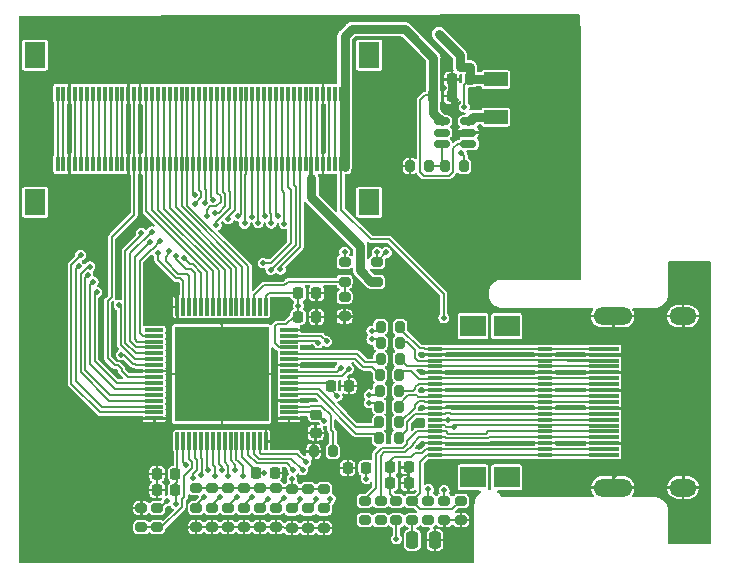
<source format=gbr>
%TF.GenerationSoftware,KiCad,Pcbnew,(6.0.7)*%
%TF.CreationDate,2022-11-13T02:02:31+01:00*%
%TF.ProjectId,TTL_to_HDMI,54544c5f-746f-45f4-9844-4d492e6b6963,rev?*%
%TF.SameCoordinates,Original*%
%TF.FileFunction,Copper,L1,Top*%
%TF.FilePolarity,Positive*%
%FSLAX46Y46*%
G04 Gerber Fmt 4.6, Leading zero omitted, Abs format (unit mm)*
G04 Created by KiCad (PCBNEW (6.0.7)) date 2022-11-13 02:02:31*
%MOMM*%
%LPD*%
G01*
G04 APERTURE LIST*
G04 Aperture macros list*
%AMRoundRect*
0 Rectangle with rounded corners*
0 $1 Rounding radius*
0 $2 $3 $4 $5 $6 $7 $8 $9 X,Y pos of 4 corners*
0 Add a 4 corners polygon primitive as box body*
4,1,4,$2,$3,$4,$5,$6,$7,$8,$9,$2,$3,0*
0 Add four circle primitives for the rounded corners*
1,1,$1+$1,$2,$3*
1,1,$1+$1,$4,$5*
1,1,$1+$1,$6,$7*
1,1,$1+$1,$8,$9*
0 Add four rect primitives between the rounded corners*
20,1,$1+$1,$2,$3,$4,$5,0*
20,1,$1+$1,$4,$5,$6,$7,0*
20,1,$1+$1,$6,$7,$8,$9,0*
20,1,$1+$1,$8,$9,$2,$3,0*%
G04 Aperture macros list end*
%TA.AperFunction,SMDPad,CuDef*%
%ADD10RoundRect,0.225000X-0.225000X-0.250000X0.225000X-0.250000X0.225000X0.250000X-0.225000X0.250000X0*%
%TD*%
%TA.AperFunction,SMDPad,CuDef*%
%ADD11RoundRect,0.225000X0.225000X0.250000X-0.225000X0.250000X-0.225000X-0.250000X0.225000X-0.250000X0*%
%TD*%
%TA.AperFunction,SMDPad,CuDef*%
%ADD12RoundRect,0.200000X0.200000X0.275000X-0.200000X0.275000X-0.200000X-0.275000X0.200000X-0.275000X0*%
%TD*%
%TA.AperFunction,SMDPad,CuDef*%
%ADD13RoundRect,0.200000X-0.275000X0.200000X-0.275000X-0.200000X0.275000X-0.200000X0.275000X0.200000X0*%
%TD*%
%TA.AperFunction,SMDPad,CuDef*%
%ADD14R,1.300000X0.300000*%
%TD*%
%TA.AperFunction,SMDPad,CuDef*%
%ADD15R,2.200000X1.800000*%
%TD*%
%TA.AperFunction,SMDPad,CuDef*%
%ADD16RoundRect,0.200000X-0.200000X-0.275000X0.200000X-0.275000X0.200000X0.275000X-0.200000X0.275000X0*%
%TD*%
%TA.AperFunction,SMDPad,CuDef*%
%ADD17RoundRect,0.200000X0.275000X-0.200000X0.275000X0.200000X-0.275000X0.200000X-0.275000X-0.200000X0*%
%TD*%
%TA.AperFunction,SMDPad,CuDef*%
%ADD18R,0.300000X1.300000*%
%TD*%
%TA.AperFunction,SMDPad,CuDef*%
%ADD19R,1.800000X2.200000*%
%TD*%
%TA.AperFunction,SMDPad,CuDef*%
%ADD20R,0.300000X1.500000*%
%TD*%
%TA.AperFunction,SMDPad,CuDef*%
%ADD21R,1.500000X0.300000*%
%TD*%
%TA.AperFunction,ComponentPad*%
%ADD22C,0.500000*%
%TD*%
%TA.AperFunction,SMDPad,CuDef*%
%ADD23R,8.000000X8.000000*%
%TD*%
%TA.AperFunction,SMDPad,CuDef*%
%ADD24R,2.600000X0.300000*%
%TD*%
%TA.AperFunction,ComponentPad*%
%ADD25O,3.300000X1.500000*%
%TD*%
%TA.AperFunction,ComponentPad*%
%ADD26O,2.300000X1.500000*%
%TD*%
%TA.AperFunction,SMDPad,CuDef*%
%ADD27RoundRect,0.225000X0.250000X-0.225000X0.250000X0.225000X-0.250000X0.225000X-0.250000X-0.225000X0*%
%TD*%
%TA.AperFunction,SMDPad,CuDef*%
%ADD28R,2.000000X1.200000*%
%TD*%
%TA.AperFunction,SMDPad,CuDef*%
%ADD29RoundRect,0.250000X0.250000X0.475000X-0.250000X0.475000X-0.250000X-0.475000X0.250000X-0.475000X0*%
%TD*%
%TA.AperFunction,SMDPad,CuDef*%
%ADD30RoundRect,0.150000X0.512500X0.150000X-0.512500X0.150000X-0.512500X-0.150000X0.512500X-0.150000X0*%
%TD*%
%TA.AperFunction,ViaPad*%
%ADD31C,0.500000*%
%TD*%
%TA.AperFunction,Conductor*%
%ADD32C,0.250000*%
%TD*%
%TA.AperFunction,Conductor*%
%ADD33C,0.200000*%
%TD*%
%TA.AperFunction,Conductor*%
%ADD34C,0.600000*%
%TD*%
%TA.AperFunction,Conductor*%
%ADD35C,0.800000*%
%TD*%
%TA.AperFunction,Conductor*%
%ADD36C,0.500000*%
%TD*%
%TA.AperFunction,Conductor*%
%ADD37C,0.300000*%
%TD*%
G04 APERTURE END LIST*
D10*
%TO.P,C6,1*%
%TO.N,GND*%
X87925000Y-112600000D03*
%TO.P,C6,2*%
%TO.N,+3V3*%
X89475000Y-112600000D03*
%TD*%
D11*
%TO.P,C11,1*%
%TO.N,GND*%
X109225000Y-110700000D03*
%TO.P,C11,2*%
%TO.N,+5VD*%
X107675000Y-110700000D03*
%TD*%
D12*
%TO.P,R22,1*%
%TO.N,Net-(R22-Pad1)*%
X102825000Y-109350000D03*
%TO.P,R22,2*%
%TO.N,GND*%
X101175000Y-109350000D03*
%TD*%
D13*
%TO.P,R2,1*%
%TO.N,EDGE*%
X95300000Y-114125000D03*
%TO.P,R2,2*%
%TO.N,GND*%
X95300000Y-115775000D03*
%TD*%
%TO.P,R14,1*%
%TO.N,+3V3*%
X92600000Y-112475000D03*
%TO.P,R14,2*%
%TO.N,CTL2*%
X92600000Y-114125000D03*
%TD*%
D14*
%TO.P,J3,1,Pin_1*%
%TO.N,/19*%
X111434000Y-109656000D03*
%TO.P,J3,2,Pin_2*%
%TO.N,+5VD*%
X111434000Y-109156000D03*
%TO.P,J3,3,Pin_3*%
%TO.N,GND*%
X111434000Y-108656000D03*
%TO.P,J3,4,Pin_4*%
%TO.N,/16*%
X111434000Y-108156000D03*
%TO.P,J3,5,Pin_5*%
%TO.N,/15*%
X111434000Y-107656000D03*
%TO.P,J3,6,Pin_6*%
%TO.N,/14*%
X111434000Y-107156000D03*
%TO.P,J3,7,Pin_7*%
%TO.N,/13*%
X111434000Y-106656000D03*
%TO.P,J3,8,Pin_8*%
%TO.N,/CK-*%
X111434000Y-106156000D03*
%TO.P,J3,9,Pin_9*%
%TO.N,GND*%
X111434000Y-105656000D03*
%TO.P,J3,10,Pin_10*%
%TO.N,/CK+*%
X111434000Y-105156000D03*
%TO.P,J3,11,Pin_11*%
%TO.N,/D0-*%
X111434000Y-104656000D03*
%TO.P,J3,12,Pin_12*%
%TO.N,GND*%
X111434000Y-104156000D03*
%TO.P,J3,13,Pin_13*%
%TO.N,/D0+*%
X111434000Y-103656000D03*
%TO.P,J3,14,Pin_14*%
%TO.N,/D1-*%
X111434000Y-103156000D03*
%TO.P,J3,15,Pin_15*%
%TO.N,GND*%
X111434000Y-102656000D03*
%TO.P,J3,16,Pin_16*%
%TO.N,/D1+*%
X111434000Y-102156000D03*
%TO.P,J3,17,Pin_17*%
%TO.N,/D2-*%
X111434000Y-101656000D03*
%TO.P,J3,18,Pin_18*%
%TO.N,GND*%
X111434000Y-101156000D03*
%TO.P,J3,19,Pin_19*%
%TO.N,/D2+*%
X111434000Y-100656000D03*
D15*
%TO.P,J3,MP*%
%TO.N,N/C*%
X114684000Y-98756000D03*
X114684000Y-111556000D03*
%TD*%
D13*
%TO.P,R7,1*%
%TO.N,+3V3*%
X96650000Y-112475000D03*
%TO.P,R7,2*%
%TO.N,nPD*%
X96650000Y-114125000D03*
%TD*%
D16*
%TO.P,R42,1*%
%TO.N,GND*%
X109325000Y-85200000D03*
%TO.P,R42,2*%
%TO.N,Net-(R41-Pad1)*%
X110975000Y-85200000D03*
%TD*%
D17*
%TO.P,R36,1*%
%TO.N,GND*%
X113650000Y-115175000D03*
%TO.P,R36,2*%
%TO.N,/19*%
X113650000Y-113525000D03*
%TD*%
D16*
%TO.P,R30,1*%
%TO.N,/TX1-*%
X106800000Y-102850000D03*
%TO.P,R30,2*%
%TO.N,/D1-*%
X108450000Y-102850000D03*
%TD*%
D13*
%TO.P,R6,1*%
%TO.N,MSEN*%
X98000000Y-114125000D03*
%TO.P,R6,2*%
%TO.N,GND*%
X98000000Y-115775000D03*
%TD*%
%TO.P,R4,1*%
%TO.N,DKEN*%
X103800000Y-96275000D03*
%TO.P,R4,2*%
%TO.N,GND*%
X103800000Y-97925000D03*
%TD*%
D11*
%TO.P,C9,1*%
%TO.N,GND*%
X112875000Y-79250000D03*
%TO.P,C9,2*%
%TO.N,+5V*%
X111325000Y-79250000D03*
%TD*%
D17*
%TO.P,R26,1*%
%TO.N,+5V*%
X108200000Y-115175000D03*
%TO.P,R26,2*%
%TO.N,+5VD*%
X108200000Y-113525000D03*
%TD*%
D10*
%TO.P,C4,1*%
%TO.N,GND*%
X87925000Y-111250000D03*
%TO.P,C4,2*%
%TO.N,+3V3*%
X89475000Y-111250000D03*
%TD*%
D18*
%TO.P,U2,1,1*%
%TO.N,Net-(U1-Pad50)*%
X79500000Y-85000000D03*
%TO.P,U2,2,2*%
%TO.N,Net-(U1-Pad49)*%
X80000000Y-85000000D03*
%TO.P,U2,3,3*%
%TO.N,GND*%
X80500000Y-85000000D03*
%TO.P,U2,4,4*%
%TO.N,Net-(U1-Pad47)*%
X81000000Y-85000000D03*
%TO.P,U2,5,5*%
%TO.N,Net-(U1-Pad46)*%
X81500000Y-85000000D03*
%TO.P,U2,6,6*%
%TO.N,Net-(U1-Pad45)*%
X82000000Y-85000000D03*
%TO.P,U2,7,7*%
%TO.N,Net-(U1-Pad44)*%
X82500000Y-85000000D03*
%TO.P,U2,8,8*%
%TO.N,Net-(U1-Pad43)*%
X83000000Y-85000000D03*
%TO.P,U2,9,9*%
%TO.N,Net-(U1-Pad42)*%
X83500000Y-85000000D03*
%TO.P,U2,10,10*%
%TO.N,Net-(U1-Pad41)*%
X84000000Y-85000000D03*
%TO.P,U2,11,11*%
%TO.N,Net-(U1-Pad40)*%
X84500000Y-85000000D03*
%TO.P,U2,12,12*%
%TO.N,Net-(U1-Pad39)*%
X85000000Y-85000000D03*
%TO.P,U2,13,13*%
%TO.N,GND*%
X85500000Y-85000000D03*
%TO.P,U2,14,14*%
%TO.N,CLK*%
X86000000Y-85000000D03*
%TO.P,U2,15,15*%
%TO.N,GND*%
X86500000Y-85000000D03*
%TO.P,U2,16,16*%
%TO.N,R0*%
X87000000Y-85000000D03*
%TO.P,U2,17,17*%
%TO.N,R1*%
X87500000Y-85000000D03*
%TO.P,U2,18,18*%
%TO.N,R2*%
X88000000Y-85000000D03*
%TO.P,U2,19,19*%
%TO.N,R3*%
X88500000Y-85000000D03*
%TO.P,U2,20,20*%
%TO.N,R4*%
X89000000Y-85000000D03*
%TO.P,U2,21,21*%
%TO.N,R5*%
X89500000Y-85000000D03*
%TO.P,U2,22,22*%
%TO.N,R6*%
X90000000Y-85000000D03*
%TO.P,U2,23,23*%
%TO.N,R7*%
X90500000Y-85000000D03*
%TO.P,U2,24,24*%
%TO.N,G0*%
X91000000Y-85000000D03*
%TO.P,U2,25,25*%
%TO.N,G1*%
X91500000Y-85000000D03*
%TO.P,U2,26,26*%
%TO.N,G2*%
X92000000Y-85000000D03*
%TO.P,U2,27,27*%
%TO.N,G3*%
X92500000Y-85000000D03*
%TO.P,U2,28,28*%
%TO.N,G4*%
X93000000Y-85000000D03*
%TO.P,U2,29,29*%
%TO.N,G5*%
X93500000Y-85000000D03*
%TO.P,U2,30,30*%
%TO.N,G6*%
X94000000Y-85000000D03*
%TO.P,U2,31,31*%
%TO.N,G7*%
X94500000Y-85000000D03*
%TO.P,U2,32,32*%
%TO.N,B0*%
X95000000Y-85000000D03*
%TO.P,U2,33,33*%
%TO.N,B1*%
X95500000Y-85000000D03*
%TO.P,U2,34,34*%
%TO.N,B2*%
X96000000Y-85000000D03*
%TO.P,U2,35,35*%
%TO.N,B3*%
X96500000Y-85000000D03*
%TO.P,U2,36,36*%
%TO.N,B4*%
X97000000Y-85000000D03*
%TO.P,U2,37,37*%
%TO.N,B5*%
X97500000Y-85000000D03*
%TO.P,U2,38,38*%
%TO.N,B6*%
X98000000Y-85000000D03*
%TO.P,U2,39,39*%
%TO.N,B7*%
X98500000Y-85000000D03*
%TO.P,U2,40,40*%
%TO.N,Net-(U1-Pad11)*%
X99000000Y-85000000D03*
%TO.P,U2,41,41*%
%TO.N,Net-(U1-Pad10)*%
X99500000Y-85000000D03*
%TO.P,U2,42,42*%
%TO.N,Net-(U1-Pad9)*%
X100000000Y-85000000D03*
%TO.P,U2,43,43*%
%TO.N,Net-(U1-Pad8)*%
X100500000Y-85000000D03*
%TO.P,U2,44,44*%
%TO.N,VCC*%
X101000000Y-85000000D03*
%TO.P,U2,45,45*%
%TO.N,Net-(U1-Pad6)*%
X101500000Y-85000000D03*
%TO.P,U2,46,46*%
%TO.N,GND*%
X102000000Y-85000000D03*
%TO.P,U2,47,47*%
%TO.N,Net-(U1-Pad4)*%
X102500000Y-85000000D03*
%TO.P,U2,48,48*%
%TO.N,Net-(U1-Pad3)*%
X103000000Y-85000000D03*
%TO.P,U2,49,49*%
%TO.N,+5V*%
X103500000Y-85000000D03*
%TO.P,U2,50,50*%
X104000000Y-85000000D03*
D19*
%TO.P,U2,MP*%
%TO.N,N/C*%
X77600000Y-88250000D03*
X105900000Y-88250000D03*
%TD*%
D17*
%TO.P,R11,1*%
%TO.N,VCC*%
X106550000Y-94975000D03*
%TO.P,R11,2*%
%TO.N,+3V3*%
X106550000Y-93325000D03*
%TD*%
D16*
%TO.P,R31,1*%
%TO.N,/TX2+*%
X106775000Y-104200000D03*
%TO.P,R31,2*%
%TO.N,/D0+*%
X108425000Y-104200000D03*
%TD*%
D13*
%TO.P,R16,1*%
%TO.N,+3V3*%
X91250000Y-112475000D03*
%TO.P,R16,2*%
%TO.N,CTL3*%
X91250000Y-114125000D03*
%TD*%
D17*
%TO.P,R25,1*%
%TO.N,Net-(U3-Pad3)*%
X86600000Y-115775000D03*
%TO.P,R25,2*%
%TO.N,GND*%
X86600000Y-114125000D03*
%TD*%
D13*
%TO.P,R40,1*%
%TO.N,/19*%
X109550000Y-113525000D03*
%TO.P,R40,2*%
%TO.N,Net-(D1-Pad2)*%
X109550000Y-115175000D03*
%TD*%
D11*
%TO.P,C10,1*%
%TO.N,GND*%
X109225000Y-112050000D03*
%TO.P,C10,2*%
%TO.N,+5VD*%
X107675000Y-112050000D03*
%TD*%
D17*
%TO.P,R37,1*%
%TO.N,unconnected-(R37-Pad1)*%
X110900000Y-115175000D03*
%TO.P,R37,2*%
%TO.N,/13*%
X110900000Y-113525000D03*
%TD*%
D13*
%TO.P,R9,1*%
%TO.N,+3V3*%
X99350000Y-112525000D03*
%TO.P,R9,2*%
%TO.N,nRST*%
X99350000Y-114175000D03*
%TD*%
D16*
%TO.P,R32,1*%
%TO.N,/TX2-*%
X106750000Y-105550000D03*
%TO.P,R32,2*%
%TO.N,/D0-*%
X108400000Y-105550000D03*
%TD*%
D17*
%TO.P,R35,1*%
%TO.N,GND*%
X112250000Y-115175000D03*
%TO.P,R35,2*%
%TO.N,/14*%
X112250000Y-113525000D03*
%TD*%
%TO.P,R38,1*%
%TO.N,unconnected-(R38-Pad1)*%
X105500000Y-115175000D03*
%TO.P,R38,2*%
%TO.N,/15*%
X105500000Y-113525000D03*
%TD*%
D20*
%TO.P,U3,1,DVDD*%
%TO.N,+3V3*%
X89650000Y-108500000D03*
%TO.P,U3,2,DE*%
%TO.N,Net-(U1-Pad9)*%
X90150000Y-108500000D03*
%TO.P,U3,3,VREF*%
%TO.N,Net-(U3-Pad3)*%
X90650000Y-108500000D03*
%TO.P,U3,4,HSYNC*%
%TO.N,Net-(U1-Pad11)*%
X91150000Y-108500000D03*
%TO.P,U3,5,VSYNC*%
%TO.N,Net-(U1-Pad10)*%
X91650000Y-108500000D03*
%TO.P,U3,6,CTL3/A3/DK3*%
%TO.N,CTL3*%
X92150000Y-108500000D03*
%TO.P,U3,7,CTL2/A2/DK2*%
%TO.N,CTL2*%
X92650000Y-108500000D03*
%TO.P,U3,8,CTL1/A1/DK1*%
%TO.N,CTL1*%
X93150000Y-108500000D03*
%TO.P,U3,9,EDGE/HTPLG*%
%TO.N,EDGE*%
X93650000Y-108500000D03*
%TO.P,U3,10,~PD*%
%TO.N,nPD*%
X94150000Y-108500000D03*
%TO.P,U3,11,MSEN/PO1*%
%TO.N,MSEN*%
X94650000Y-108500000D03*
%TO.P,U3,12,DVDD*%
%TO.N,+3V3*%
X95150000Y-108500000D03*
%TO.P,U3,13,ISEL/~RST*%
%TO.N,nRST*%
X95650000Y-108500000D03*
%TO.P,U3,14,DSEL/SDA*%
%TO.N,SDA*%
X96150000Y-108500000D03*
%TO.P,U3,15,BSEL/SCL*%
%TO.N,SCL*%
X96650000Y-108500000D03*
%TO.P,U3,16,DGND*%
%TO.N,GND*%
X97150000Y-108500000D03*
D21*
%TO.P,U3,17,PGND*%
X99100000Y-106550000D03*
%TO.P,U3,18,PVDD*%
%TO.N,+3V3*%
X99100000Y-106050000D03*
%TO.P,U3,19,TFADJ*%
%TO.N,Net-(R22-Pad1)*%
X99100000Y-105550000D03*
%TO.P,U3,20,TGND*%
%TO.N,GND*%
X99100000Y-105050000D03*
%TO.P,U3,21,TXC-*%
%TO.N,/TXC-*%
X99100000Y-104550000D03*
%TO.P,U3,22,TXC+*%
%TO.N,/TXC+*%
X99100000Y-104050000D03*
%TO.P,U3,23,TVDD*%
%TO.N,+3V3*%
X99100000Y-103550000D03*
%TO.P,U3,24,TX0-*%
%TO.N,/TX0-*%
X99100000Y-103050000D03*
%TO.P,U3,25,TX0+*%
%TO.N,/TX0+*%
X99100000Y-102550000D03*
%TO.P,U3,26,TGND*%
%TO.N,GND*%
X99100000Y-102050000D03*
%TO.P,U3,27,TX1-*%
%TO.N,/TX1-*%
X99100000Y-101550000D03*
%TO.P,U3,28,TX1+*%
%TO.N,/TX1+*%
X99100000Y-101050000D03*
%TO.P,U3,29,TVDD*%
%TO.N,+3V3*%
X99100000Y-100550000D03*
%TO.P,U3,30,TX2-*%
%TO.N,/TX2-*%
X99100000Y-100050000D03*
%TO.P,U3,31,TX2+*%
%TO.N,/TX2+*%
X99100000Y-99550000D03*
%TO.P,U3,32,TGND*%
%TO.N,GND*%
X99100000Y-99050000D03*
D20*
%TO.P,U3,33,DVDD*%
%TO.N,+3V3*%
X97150000Y-97100000D03*
%TO.P,U3,34,RESERVED*%
%TO.N,unconnected-(U3-Pad34)*%
X96650000Y-97100000D03*
%TO.P,U3,35,DKEN*%
%TO.N,DKEN*%
X96150000Y-97100000D03*
%TO.P,U3,36,DATA23*%
%TO.N,R7*%
X95650000Y-97100000D03*
%TO.P,U3,37,DATA22*%
%TO.N,R6*%
X95150000Y-97100000D03*
%TO.P,U3,38,DATA21*%
%TO.N,R5*%
X94650000Y-97100000D03*
%TO.P,U3,39,DATA20*%
%TO.N,R4*%
X94150000Y-97100000D03*
%TO.P,U3,40,DATA19*%
%TO.N,R3*%
X93650000Y-97100000D03*
%TO.P,U3,41,DATA18*%
%TO.N,R2*%
X93150000Y-97100000D03*
%TO.P,U3,42,DATA17*%
%TO.N,R1*%
X92650000Y-97100000D03*
%TO.P,U3,43,DATA16*%
%TO.N,R0*%
X92150000Y-97100000D03*
%TO.P,U3,44,DATA15*%
%TO.N,G7*%
X91650000Y-97100000D03*
%TO.P,U3,45,DATA14*%
%TO.N,G6*%
X91150000Y-97100000D03*
%TO.P,U3,46,DATA13*%
%TO.N,G5*%
X90650000Y-97100000D03*
%TO.P,U3,47,DATA12*%
%TO.N,G4*%
X90150000Y-97100000D03*
%TO.P,U3,48,DGND*%
%TO.N,GND*%
X89650000Y-97100000D03*
D21*
%TO.P,U3,49,NC*%
%TO.N,unconnected-(U3-Pad49)*%
X87700000Y-99050000D03*
%TO.P,U3,50,DATA11*%
%TO.N,G3*%
X87700000Y-99550000D03*
%TO.P,U3,51,DATA10*%
%TO.N,G2*%
X87700000Y-100050000D03*
%TO.P,U3,52,DATA9*%
%TO.N,G1*%
X87700000Y-100550000D03*
%TO.P,U3,53,DATA8*%
%TO.N,G0*%
X87700000Y-101050000D03*
%TO.P,U3,54,DATA7*%
%TO.N,B7*%
X87700000Y-101550000D03*
%TO.P,U3,55,DATA6*%
%TO.N,B6*%
X87700000Y-102050000D03*
%TO.P,U3,56,IDCK-*%
%TO.N,GND*%
X87700000Y-102550000D03*
%TO.P,U3,57,IDCK+*%
%TO.N,CLK*%
X87700000Y-103050000D03*
%TO.P,U3,58,DATA5*%
%TO.N,B5*%
X87700000Y-103550000D03*
%TO.P,U3,59,DATA4*%
%TO.N,B4*%
X87700000Y-104050000D03*
%TO.P,U3,60,DATA3*%
%TO.N,B3*%
X87700000Y-104550000D03*
%TO.P,U3,61,DATA2*%
%TO.N,B2*%
X87700000Y-105050000D03*
%TO.P,U3,62,DATA1*%
%TO.N,B1*%
X87700000Y-105550000D03*
%TO.P,U3,63,DATA0*%
%TO.N,B0*%
X87700000Y-106050000D03*
%TO.P,U3,64,DGND*%
%TO.N,GND*%
X87700000Y-106550000D03*
D22*
%TO.P,U3,65,EP*%
X94900000Y-106300000D03*
X92900000Y-100300000D03*
X89900000Y-103300000D03*
X94900000Y-103300000D03*
X95900000Y-101300000D03*
D23*
X93400000Y-102800000D03*
D22*
X90900000Y-100300000D03*
X91900000Y-106300000D03*
X92900000Y-102300000D03*
X95900000Y-104300000D03*
X92900000Y-105300000D03*
X91900000Y-103300000D03*
X91900000Y-99300000D03*
X93900000Y-103300000D03*
X91900000Y-100300000D03*
X89900000Y-106300000D03*
X92900000Y-103300000D03*
X96900000Y-99300000D03*
X95900000Y-102300000D03*
X95900000Y-105300000D03*
X96900000Y-105300000D03*
X91900000Y-105300000D03*
X92900000Y-101300000D03*
X92900000Y-99300000D03*
X93900000Y-106300000D03*
X93900000Y-104300000D03*
X92900000Y-106300000D03*
X95900000Y-100300000D03*
X89900000Y-105300000D03*
X96900000Y-103300000D03*
X93900000Y-105300000D03*
X93900000Y-100300000D03*
X89900000Y-101300000D03*
X90900000Y-103300000D03*
X91900000Y-101300000D03*
X90900000Y-105300000D03*
X94900000Y-102300000D03*
X89900000Y-104300000D03*
X95900000Y-106300000D03*
X94900000Y-100300000D03*
X95900000Y-99300000D03*
X96900000Y-104300000D03*
X91900000Y-102300000D03*
X93900000Y-99300000D03*
X89900000Y-99300000D03*
X96900000Y-102300000D03*
X93900000Y-102300000D03*
X96900000Y-100300000D03*
X94900000Y-99300000D03*
X90900000Y-106300000D03*
X89900000Y-102300000D03*
X90900000Y-104300000D03*
X94900000Y-105300000D03*
X90900000Y-102300000D03*
X93900000Y-101300000D03*
X94900000Y-104300000D03*
X96900000Y-101300000D03*
X90900000Y-101300000D03*
X90900000Y-99300000D03*
X91900000Y-104300000D03*
X89900000Y-100300000D03*
X96900000Y-106300000D03*
X95900000Y-103300000D03*
X92900000Y-104300000D03*
X94900000Y-101300000D03*
%TD*%
D18*
%TO.P,U1,1,1*%
%TO.N,+5V*%
X104000000Y-79050000D03*
%TO.P,U1,2,2*%
X103500000Y-79050000D03*
%TO.P,U1,3,3*%
%TO.N,Net-(U1-Pad3)*%
X103000000Y-79050000D03*
%TO.P,U1,4,4*%
%TO.N,Net-(U1-Pad4)*%
X102500000Y-79050000D03*
%TO.P,U1,5,5*%
%TO.N,GND*%
X102000000Y-79050000D03*
%TO.P,U1,6,6*%
%TO.N,Net-(U1-Pad6)*%
X101500000Y-79050000D03*
%TO.P,U1,7,7*%
%TO.N,VCC*%
X101000000Y-79050000D03*
%TO.P,U1,8,8*%
%TO.N,Net-(U1-Pad8)*%
X100500000Y-79050000D03*
%TO.P,U1,9,9*%
%TO.N,Net-(U1-Pad9)*%
X100000000Y-79050000D03*
%TO.P,U1,10,10*%
%TO.N,Net-(U1-Pad10)*%
X99500000Y-79050000D03*
%TO.P,U1,11,11*%
%TO.N,Net-(U1-Pad11)*%
X99000000Y-79050000D03*
%TO.P,U1,12,12*%
%TO.N,B7*%
X98500000Y-79050000D03*
%TO.P,U1,13,13*%
%TO.N,B6*%
X98000000Y-79050000D03*
%TO.P,U1,14,14*%
%TO.N,B5*%
X97500000Y-79050000D03*
%TO.P,U1,15,15*%
%TO.N,B4*%
X97000000Y-79050000D03*
%TO.P,U1,16,16*%
%TO.N,B3*%
X96500000Y-79050000D03*
%TO.P,U1,17,17*%
%TO.N,B2*%
X96000000Y-79050000D03*
%TO.P,U1,18,18*%
%TO.N,B1*%
X95500000Y-79050000D03*
%TO.P,U1,19,19*%
%TO.N,B0*%
X95000000Y-79050000D03*
%TO.P,U1,20,20*%
%TO.N,G7*%
X94500000Y-79050000D03*
%TO.P,U1,21,21*%
%TO.N,G6*%
X94000000Y-79050000D03*
%TO.P,U1,22,22*%
%TO.N,G5*%
X93500000Y-79050000D03*
%TO.P,U1,23,23*%
%TO.N,G4*%
X93000000Y-79050000D03*
%TO.P,U1,24,24*%
%TO.N,G3*%
X92500000Y-79050000D03*
%TO.P,U1,25,25*%
%TO.N,G2*%
X92000000Y-79050000D03*
%TO.P,U1,26,26*%
%TO.N,G1*%
X91500000Y-79050000D03*
%TO.P,U1,27,27*%
%TO.N,G0*%
X91000000Y-79050000D03*
%TO.P,U1,28,28*%
%TO.N,R7*%
X90500000Y-79050000D03*
%TO.P,U1,29,29*%
%TO.N,R6*%
X90000000Y-79050000D03*
%TO.P,U1,30,30*%
%TO.N,R5*%
X89500000Y-79050000D03*
%TO.P,U1,31,31*%
%TO.N,R4*%
X89000000Y-79050000D03*
%TO.P,U1,32,32*%
%TO.N,R3*%
X88500000Y-79050000D03*
%TO.P,U1,33,33*%
%TO.N,R2*%
X88000000Y-79050000D03*
%TO.P,U1,34,34*%
%TO.N,R1*%
X87500000Y-79050000D03*
%TO.P,U1,35,35*%
%TO.N,R0*%
X87000000Y-79050000D03*
%TO.P,U1,36,36*%
%TO.N,GND*%
X86500000Y-79050000D03*
%TO.P,U1,37,37*%
%TO.N,CLK*%
X86000000Y-79050000D03*
%TO.P,U1,38,38*%
%TO.N,GND*%
X85500000Y-79050000D03*
%TO.P,U1,39,39*%
%TO.N,Net-(U1-Pad39)*%
X85000000Y-79050000D03*
%TO.P,U1,40,40*%
%TO.N,Net-(U1-Pad40)*%
X84500000Y-79050000D03*
%TO.P,U1,41,41*%
%TO.N,Net-(U1-Pad41)*%
X84000000Y-79050000D03*
%TO.P,U1,42,42*%
%TO.N,Net-(U1-Pad42)*%
X83500000Y-79050000D03*
%TO.P,U1,43,43*%
%TO.N,Net-(U1-Pad43)*%
X83000000Y-79050000D03*
%TO.P,U1,44,44*%
%TO.N,Net-(U1-Pad44)*%
X82500000Y-79050000D03*
%TO.P,U1,45,45*%
%TO.N,Net-(U1-Pad45)*%
X82000000Y-79050000D03*
%TO.P,U1,46,46*%
%TO.N,Net-(U1-Pad46)*%
X81500000Y-79050000D03*
%TO.P,U1,47,47*%
%TO.N,Net-(U1-Pad47)*%
X81000000Y-79050000D03*
%TO.P,U1,48,48*%
%TO.N,GND*%
X80500000Y-79050000D03*
%TO.P,U1,49,49*%
%TO.N,Net-(U1-Pad49)*%
X80000000Y-79050000D03*
%TO.P,U1,50,50*%
%TO.N,Net-(U1-Pad50)*%
X79500000Y-79050000D03*
D19*
%TO.P,U1,MP*%
%TO.N,N/C*%
X77600000Y-75800000D03*
X105900000Y-75800000D03*
%TD*%
D16*
%TO.P,R33,1*%
%TO.N,/TXC+*%
X106750000Y-106900000D03*
%TO.P,R33,2*%
%TO.N,/CK+*%
X108400000Y-106900000D03*
%TD*%
D13*
%TO.P,R21,1*%
%TO.N,SDA*%
X100700000Y-114175000D03*
%TO.P,R21,2*%
%TO.N,GND*%
X100700000Y-115825000D03*
%TD*%
%TO.P,R12,1*%
%TO.N,+3V3*%
X93950000Y-112475000D03*
%TO.P,R12,2*%
%TO.N,CTL1*%
X93950000Y-114125000D03*
%TD*%
D24*
%TO.P,J1,1,D2+*%
%TO.N,/D2+*%
X125747000Y-100656000D03*
%TO.P,J1,2,D2S*%
%TO.N,GND*%
X125747000Y-101156000D03*
%TO.P,J1,3,D2-*%
%TO.N,/D2-*%
X125747000Y-101656000D03*
%TO.P,J1,4,D1+*%
%TO.N,/D1+*%
X125747000Y-102156000D03*
%TO.P,J1,5,D1S*%
%TO.N,GND*%
X125747000Y-102656000D03*
%TO.P,J1,6,D1-*%
%TO.N,/D1-*%
X125747000Y-103156000D03*
%TO.P,J1,7,D0+*%
%TO.N,/D0+*%
X125747000Y-103656000D03*
%TO.P,J1,8,D0S*%
%TO.N,GND*%
X125747000Y-104156000D03*
%TO.P,J1,9,D0-*%
%TO.N,/D0-*%
X125747000Y-104656000D03*
%TO.P,J1,10,CK+*%
%TO.N,/CK+*%
X125747000Y-105156000D03*
%TO.P,J1,11,CKS*%
%TO.N,GND*%
X125747000Y-105656000D03*
%TO.P,J1,12,CK-*%
%TO.N,/CK-*%
X125747000Y-106156000D03*
%TO.P,J1,13,CEC*%
%TO.N,/13*%
X125747000Y-106656000D03*
%TO.P,J1,14,UTILITY/HEAC+*%
%TO.N,/14*%
X125747000Y-107156000D03*
%TO.P,J1,15,SCL*%
%TO.N,/15*%
X125747000Y-107656000D03*
%TO.P,J1,16,SDA*%
%TO.N,/16*%
X125747000Y-108156000D03*
%TO.P,J1,17,GND*%
%TO.N,GND*%
X125747000Y-108656000D03*
%TO.P,J1,18,+5V*%
%TO.N,+5VD*%
X125747000Y-109156000D03*
%TO.P,J1,19,HPD/HEAC-*%
%TO.N,/19*%
X125747000Y-109656000D03*
D25*
%TO.P,J1,SH,SH*%
%TO.N,GND*%
X126507000Y-97906000D03*
X126507000Y-112406000D03*
D26*
X132467000Y-97906000D03*
X132467000Y-112406000D03*
%TD*%
D10*
%TO.P,C8,1*%
%TO.N,GND*%
X104075000Y-110750000D03*
%TO.P,C8,2*%
%TO.N,+3V3*%
X105625000Y-110750000D03*
%TD*%
D14*
%TO.P,J2,1,Pin_1*%
%TO.N,/D2+*%
X120783000Y-100656000D03*
%TO.P,J2,2,Pin_2*%
%TO.N,GND*%
X120783000Y-101156000D03*
%TO.P,J2,3,Pin_3*%
%TO.N,/D2-*%
X120783000Y-101656000D03*
%TO.P,J2,4,Pin_4*%
%TO.N,/D1+*%
X120783000Y-102156000D03*
%TO.P,J2,5,Pin_5*%
%TO.N,GND*%
X120783000Y-102656000D03*
%TO.P,J2,6,Pin_6*%
%TO.N,/D1-*%
X120783000Y-103156000D03*
%TO.P,J2,7,Pin_7*%
%TO.N,/D0+*%
X120783000Y-103656000D03*
%TO.P,J2,8,Pin_8*%
%TO.N,GND*%
X120783000Y-104156000D03*
%TO.P,J2,9,Pin_9*%
%TO.N,/D0-*%
X120783000Y-104656000D03*
%TO.P,J2,10,Pin_10*%
%TO.N,/CK+*%
X120783000Y-105156000D03*
%TO.P,J2,11,Pin_11*%
%TO.N,GND*%
X120783000Y-105656000D03*
%TO.P,J2,12,Pin_12*%
%TO.N,/CK-*%
X120783000Y-106156000D03*
%TO.P,J2,13,Pin_13*%
%TO.N,/13*%
X120783000Y-106656000D03*
%TO.P,J2,14,Pin_14*%
%TO.N,/14*%
X120783000Y-107156000D03*
%TO.P,J2,15,Pin_15*%
%TO.N,/15*%
X120783000Y-107656000D03*
%TO.P,J2,16,Pin_16*%
%TO.N,/16*%
X120783000Y-108156000D03*
%TO.P,J2,17,Pin_17*%
%TO.N,GND*%
X120783000Y-108656000D03*
%TO.P,J2,18,Pin_18*%
%TO.N,+5VD*%
X120783000Y-109156000D03*
%TO.P,J2,19,Pin_19*%
%TO.N,/19*%
X120783000Y-109656000D03*
D15*
%TO.P,J2,MP*%
%TO.N,N/C*%
X117533000Y-111556000D03*
X117533000Y-98756000D03*
%TD*%
D11*
%TO.P,C1,1*%
%TO.N,GND*%
X101425000Y-95950000D03*
%TO.P,C1,2*%
%TO.N,+3V3*%
X99875000Y-95950000D03*
%TD*%
D27*
%TO.P,C5,1*%
%TO.N,GND*%
X101350000Y-107775000D03*
%TO.P,C5,2*%
%TO.N,+3V3*%
X101350000Y-106225000D03*
%TD*%
D17*
%TO.P,R39,1*%
%TO.N,unconnected-(R39-Pad1)*%
X106850000Y-115175000D03*
%TO.P,R39,2*%
%TO.N,/16*%
X106850000Y-113525000D03*
%TD*%
D13*
%TO.P,R15,1*%
%TO.N,CTL2*%
X92600000Y-114125000D03*
%TO.P,R15,2*%
%TO.N,GND*%
X92600000Y-115775000D03*
%TD*%
D28*
%TO.P,L1,1,1*%
%TO.N,Net-(L1-Pad1)*%
X116600000Y-81050000D03*
%TO.P,L1,2,2*%
%TO.N,+3V3*%
X116600000Y-77850000D03*
%TD*%
D29*
%TO.P,D1,1,K*%
%TO.N,GND*%
X111450000Y-116850000D03*
%TO.P,D1,2,A*%
%TO.N,Net-(D1-Pad2)*%
X109550000Y-116850000D03*
%TD*%
D10*
%TO.P,C12,1*%
%TO.N,GND*%
X112875000Y-77850000D03*
%TO.P,C12,2*%
%TO.N,+3V3*%
X114425000Y-77850000D03*
%TD*%
D13*
%TO.P,R20,1*%
%TO.N,+3V3*%
X100700000Y-112525000D03*
%TO.P,R20,2*%
%TO.N,SDA*%
X100700000Y-114175000D03*
%TD*%
%TO.P,R17,1*%
%TO.N,CTL3*%
X91250000Y-114125000D03*
%TO.P,R17,2*%
%TO.N,GND*%
X91250000Y-115775000D03*
%TD*%
%TO.P,R19,1*%
%TO.N,SCL*%
X102050000Y-114175000D03*
%TO.P,R19,2*%
%TO.N,GND*%
X102050000Y-115825000D03*
%TD*%
%TO.P,R18,1*%
%TO.N,+3V3*%
X102050000Y-112525000D03*
%TO.P,R18,2*%
%TO.N,SCL*%
X102050000Y-114175000D03*
%TD*%
D11*
%TO.P,C2,1*%
%TO.N,GND*%
X101425000Y-97950000D03*
%TO.P,C2,2*%
%TO.N,+3V3*%
X99875000Y-97950000D03*
%TD*%
D13*
%TO.P,R13,1*%
%TO.N,CTL1*%
X93950000Y-114125000D03*
%TO.P,R13,2*%
%TO.N,GND*%
X93950000Y-115775000D03*
%TD*%
%TO.P,R3,1*%
%TO.N,+3V3*%
X103800000Y-93325000D03*
%TO.P,R3,2*%
%TO.N,DKEN*%
X103800000Y-94975000D03*
%TD*%
D16*
%TO.P,R28,1*%
%TO.N,/TX0-*%
X106850000Y-100150000D03*
%TO.P,R28,2*%
%TO.N,/D2-*%
X108500000Y-100150000D03*
%TD*%
%TO.P,R29,1*%
%TO.N,/TX1+*%
X106850000Y-101500000D03*
%TO.P,R29,2*%
%TO.N,/D1+*%
X108500000Y-101500000D03*
%TD*%
D11*
%TO.P,C7,1*%
%TO.N,GND*%
X97875000Y-111150000D03*
%TO.P,C7,2*%
%TO.N,+3V3*%
X96325000Y-111150000D03*
%TD*%
D30*
%TO.P,U4,1,EN*%
%TO.N,+5V*%
X114287500Y-83300000D03*
%TO.P,U4,2,GND*%
%TO.N,GND*%
X114287500Y-82350000D03*
%TO.P,U4,3,SW*%
%TO.N,Net-(L1-Pad1)*%
X114287500Y-81400000D03*
%TO.P,U4,4,IN*%
%TO.N,+5V*%
X112012500Y-81400000D03*
%TO.P,U4,5,NC*%
%TO.N,unconnected-(U4-Pad5)*%
X112012500Y-82350000D03*
%TO.P,U4,6,FB*%
%TO.N,Net-(R41-Pad1)*%
X112012500Y-83300000D03*
%TD*%
D13*
%TO.P,R24,1*%
%TO.N,+3V3*%
X87950000Y-114125000D03*
%TO.P,R24,2*%
%TO.N,Net-(U3-Pad3)*%
X87950000Y-115775000D03*
%TD*%
D16*
%TO.P,R41,1*%
%TO.N,Net-(R41-Pad1)*%
X112275000Y-85200000D03*
%TO.P,R41,2*%
%TO.N,+3V3*%
X113925000Y-85200000D03*
%TD*%
D13*
%TO.P,R8,1*%
%TO.N,nPD*%
X96650000Y-114125000D03*
%TO.P,R8,2*%
%TO.N,GND*%
X96650000Y-115775000D03*
%TD*%
D16*
%TO.P,R34,1*%
%TO.N,/TXC-*%
X106725000Y-108250000D03*
%TO.P,R34,2*%
%TO.N,/CK-*%
X108375000Y-108250000D03*
%TD*%
D13*
%TO.P,R5,1*%
%TO.N,+3V3*%
X98000000Y-112475000D03*
%TO.P,R5,2*%
%TO.N,MSEN*%
X98000000Y-114125000D03*
%TD*%
%TO.P,R10,1*%
%TO.N,nRST*%
X99350000Y-114175000D03*
%TO.P,R10,2*%
%TO.N,GND*%
X99350000Y-115825000D03*
%TD*%
D11*
%TO.P,C3,1*%
%TO.N,GND*%
X104175000Y-103800000D03*
%TO.P,C3,2*%
%TO.N,+3V3*%
X102625000Y-103800000D03*
%TD*%
D13*
%TO.P,R1,1*%
%TO.N,+3V3*%
X95300000Y-112475000D03*
%TO.P,R1,2*%
%TO.N,EDGE*%
X95300000Y-114125000D03*
%TD*%
D16*
%TO.P,R27,1*%
%TO.N,/TX0+*%
X106850000Y-98800000D03*
%TO.P,R27,2*%
%TO.N,/D2+*%
X108500000Y-98800000D03*
%TD*%
D31*
%TO.N,GND*%
X112500000Y-116050000D03*
X87050000Y-112650000D03*
X113650000Y-116050000D03*
X83200500Y-97200000D03*
X110250000Y-106765186D03*
X112850000Y-116850000D03*
X101012387Y-100550500D03*
X100300000Y-109150000D03*
X118300000Y-78100000D03*
X98750000Y-111150000D03*
X84300000Y-98550000D03*
X103800000Y-98800000D03*
X102350000Y-97950000D03*
X110300000Y-104150000D03*
X88100000Y-97200000D03*
X97486444Y-92686444D03*
X103100000Y-110750000D03*
X115000000Y-79000000D03*
X110136444Y-108936444D03*
X110300000Y-105650000D03*
X110350000Y-102650000D03*
X118300000Y-80700000D03*
X105100000Y-103800000D03*
X102817746Y-102049500D03*
X102777505Y-100525377D03*
X108426696Y-111378643D03*
X105963607Y-98464421D03*
X84385694Y-102622590D03*
X94203740Y-90419149D03*
X102300000Y-95950000D03*
X110300000Y-101150000D03*
X104805060Y-102645074D03*
X115000000Y-80000000D03*
X86600000Y-113300000D03*
X105815905Y-100489214D03*
X85480073Y-102319927D03*
X87000000Y-111250000D03*
%TO.N,+5V*%
X108200000Y-116750000D03*
X112200000Y-98050000D03*
%TO.N,B5*%
X82816949Y-95856803D03*
X97599000Y-90029092D03*
%TO.N,B4*%
X82519377Y-94994026D03*
X97049500Y-89450000D03*
%TO.N,B3*%
X96489984Y-90005193D03*
X82091021Y-94441021D03*
%TO.N,B2*%
X82250000Y-93699500D03*
X95940484Y-89475767D03*
%TO.N,B1*%
X81288556Y-93688556D03*
X95333591Y-90050000D03*
%TO.N,B0*%
X81450000Y-92750000D03*
X94784091Y-89426856D03*
%TO.N,G5*%
X88968302Y-92368670D03*
X92834183Y-89149500D03*
%TO.N,G4*%
X92163391Y-89426477D03*
X88004617Y-92554536D03*
%TO.N,G3*%
X88215742Y-91566300D03*
X92700000Y-88050000D03*
%TO.N,G2*%
X87352112Y-91652112D03*
X91986444Y-88286444D03*
%TO.N,G1*%
X91103083Y-88366169D03*
X87488556Y-90738556D03*
%TO.N,G0*%
X86600000Y-90850000D03*
X91109229Y-87608729D03*
%TO.N,/13*%
X110900000Y-112550000D03*
X112550000Y-106650000D03*
%TO.N,SCL*%
X102600000Y-113350000D03*
X100497872Y-110245888D03*
%TO.N,SDA*%
X100250000Y-110900000D03*
X101350000Y-113350000D03*
%TO.N,EDGE*%
X95952515Y-113203521D03*
X93950000Y-111450000D03*
%TO.N,MSEN*%
X95200000Y-111450000D03*
X98700000Y-113300000D03*
%TO.N,nPD*%
X97347485Y-113349500D03*
X94550000Y-110900000D03*
%TO.N,nRST*%
X100000000Y-113350000D03*
X99450000Y-110950000D03*
%TO.N,CTL1*%
X94699577Y-113237095D03*
X93400000Y-110900000D03*
%TO.N,CTL2*%
X93288005Y-113196619D03*
X92849500Y-111409083D03*
%TO.N,CTL3*%
X92270653Y-110900000D03*
X91925592Y-113187177D03*
%TO.N,/14*%
X113050000Y-107250000D03*
X112250000Y-112650000D03*
%TO.N,+3V3*%
X107350000Y-92500000D03*
X103800000Y-92450000D03*
X96975500Y-111200000D03*
X103186444Y-104663556D03*
X88750000Y-113550000D03*
X114400000Y-76800000D03*
X102100500Y-106750000D03*
X106550000Y-92450000D03*
X113700000Y-84100000D03*
X113600000Y-76800000D03*
X113949500Y-80200000D03*
X89500000Y-113800000D03*
X99350000Y-111650000D03*
X105650000Y-111650000D03*
X99900000Y-97000000D03*
%TO.N,/TX0+*%
X106100000Y-99150497D03*
X103467619Y-102308278D03*
%TO.N,/TX0-*%
X106100000Y-99850000D03*
X104164983Y-102362930D03*
%TO.N,/TX2+*%
X102276045Y-100037686D03*
X105900000Y-104550000D03*
%TO.N,/TX2-*%
X105900000Y-105250000D03*
X101585537Y-100149500D03*
%TO.N,Net-(U1-Pad9)*%
X98371399Y-93921399D03*
X90371153Y-110500500D03*
%TO.N,Net-(U1-Pad11)*%
X90949500Y-111599500D03*
X96900000Y-93400000D03*
%TO.N,Net-(U1-Pad10)*%
X91634074Y-111358194D03*
X97550000Y-93950000D03*
%TO.N,G7*%
X93959911Y-89685349D03*
X90186585Y-92963697D03*
%TO.N,G6*%
X92956166Y-90188631D03*
X89501767Y-92821129D03*
%TO.N,B7*%
X98698500Y-90075654D03*
X84700500Y-96950000D03*
%TO.N,B6*%
X98150000Y-89450000D03*
X84887916Y-101162084D03*
%TD*%
D32*
%TO.N,GND*%
X125747000Y-105656000D02*
X132354000Y-105656000D01*
D33*
X116164000Y-101150000D02*
X111200000Y-101150000D01*
X109225000Y-110700000D02*
X109225000Y-112050000D01*
X116014000Y-108650000D02*
X125363000Y-108650000D01*
D32*
X125747000Y-104156000D02*
X132330000Y-104156000D01*
D33*
X116064000Y-105650000D02*
X125413000Y-105650000D01*
X87925000Y-111250000D02*
X87000000Y-111250000D01*
X87100000Y-112600000D02*
X87050000Y-112650000D01*
X110416888Y-108656000D02*
X111434000Y-108656000D01*
X112250000Y-115175000D02*
X112250000Y-115800000D01*
D32*
X129032000Y-108968000D02*
X126507000Y-111493000D01*
D33*
X110306000Y-101156000D02*
X110300000Y-101150000D01*
X111450000Y-116850000D02*
X112850000Y-116850000D01*
X110136444Y-108936444D02*
X110416888Y-108656000D01*
X85500000Y-79050000D02*
X85500000Y-85000000D01*
X111434000Y-102656000D02*
X110356000Y-102656000D01*
X87925000Y-112600000D02*
X87100000Y-112600000D01*
X116014000Y-102650000D02*
X111050000Y-102650000D01*
D32*
X132410000Y-101156000D02*
X132467000Y-101213000D01*
D33*
X102000000Y-85000000D02*
X102000000Y-79050000D01*
X85710146Y-102550000D02*
X85480073Y-102319927D01*
X111434000Y-101156000D02*
X110306000Y-101156000D01*
X89650000Y-96400000D02*
X89650000Y-97100000D01*
X116014000Y-108650000D02*
X111050000Y-108650000D01*
D34*
X114287500Y-82350000D02*
X113250000Y-82350000D01*
D33*
X88550000Y-96150000D02*
X89400000Y-96150000D01*
D32*
X129032000Y-101632000D02*
X129032000Y-108968000D01*
D33*
X110306000Y-104156000D02*
X110300000Y-104150000D01*
X101425000Y-95950000D02*
X102300000Y-95950000D01*
X116064000Y-105650000D02*
X111100000Y-105650000D01*
X97875000Y-111150000D02*
X98750000Y-111150000D01*
D32*
X132386000Y-102656000D02*
X132467000Y-102737000D01*
D33*
X113200000Y-79575000D02*
X112875000Y-79250000D01*
D32*
X132330000Y-104156000D02*
X132467000Y-104019000D01*
X132402000Y-108656000D02*
X132467000Y-108591000D01*
X126507000Y-111493000D02*
X126507000Y-112406000D01*
D33*
X88100000Y-97200000D02*
X88100000Y-96600000D01*
D32*
X126507000Y-99107000D02*
X129032000Y-101632000D01*
X125747000Y-102656000D02*
X132386000Y-102656000D01*
D33*
X109225000Y-111375000D02*
X109225000Y-110700000D01*
X111434000Y-104156000D02*
X110306000Y-104156000D01*
X109221357Y-111378643D02*
X109225000Y-111375000D01*
X116014000Y-104150000D02*
X111050000Y-104150000D01*
D32*
X125747000Y-108656000D02*
X132402000Y-108656000D01*
D33*
X104175000Y-103800000D02*
X105100000Y-103800000D01*
D32*
X132467000Y-112406000D02*
X132467000Y-108591000D01*
X126507000Y-97906000D02*
X126507000Y-99107000D01*
D35*
X112875000Y-77850000D02*
X112875000Y-79250000D01*
D33*
X89400000Y-96150000D02*
X89650000Y-96400000D01*
X104075000Y-110750000D02*
X103100000Y-110750000D01*
X101425000Y-97950000D02*
X102350000Y-97950000D01*
D32*
X132354000Y-105656000D02*
X132467000Y-105543000D01*
D33*
X103800000Y-97925000D02*
X103800000Y-98800000D01*
X108426696Y-111378643D02*
X109221357Y-111378643D01*
X111434000Y-105656000D02*
X110306000Y-105656000D01*
D32*
X132467000Y-108591000D02*
X132467000Y-105543000D01*
X132467000Y-105543000D02*
X132467000Y-104019000D01*
X132467000Y-101213000D02*
X132467000Y-97906000D01*
D33*
X112250000Y-115800000D02*
X112500000Y-116050000D01*
X87700000Y-102550000D02*
X85710146Y-102550000D01*
D32*
X125747000Y-101156000D02*
X132410000Y-101156000D01*
X132467000Y-104019000D02*
X132467000Y-102737000D01*
D33*
X88100000Y-96600000D02*
X88550000Y-96150000D01*
X116014000Y-102650000D02*
X125363000Y-102650000D01*
X86500000Y-79050000D02*
X86500000Y-85000000D01*
D32*
X132467000Y-102737000D02*
X132467000Y-101213000D01*
D33*
X113650000Y-115175000D02*
X113650000Y-116050000D01*
X80500000Y-85000000D02*
X80500000Y-79050000D01*
D36*
X113125000Y-79650000D02*
X113200000Y-79575000D01*
D33*
X101175000Y-109350000D02*
X100500000Y-109350000D01*
X110356000Y-102656000D02*
X110350000Y-102650000D01*
D36*
X113125000Y-82225000D02*
X113125000Y-79650000D01*
D33*
X110306000Y-105656000D02*
X110300000Y-105650000D01*
X86600000Y-114125000D02*
X86600000Y-113300000D01*
X116164000Y-101150000D02*
X125513000Y-101150000D01*
D36*
X113200000Y-82300000D02*
X113125000Y-82225000D01*
D33*
X116014000Y-104150000D02*
X125363000Y-104150000D01*
X100500000Y-109350000D02*
X100300000Y-109150000D01*
D35*
%TO.N,VCC*%
X106075000Y-94975000D02*
X105100000Y-94000000D01*
X101000000Y-87850000D02*
X101000000Y-86200000D01*
D33*
X101000000Y-85000000D02*
X101000000Y-79050000D01*
D35*
X105100000Y-94000000D02*
X105100000Y-91950000D01*
D37*
X101000000Y-85000000D02*
X101000000Y-86000000D01*
D33*
X101000000Y-85000000D02*
X101000000Y-86050000D01*
D35*
X106550000Y-94975000D02*
X106075000Y-94975000D01*
X105100000Y-91950000D02*
X101000000Y-87850000D01*
D33*
%TO.N,+5VD*%
X108025000Y-109825000D02*
X109425000Y-109825000D01*
X107650000Y-110200000D02*
X108025000Y-109825000D01*
X108200000Y-113525000D02*
X108200000Y-113500000D01*
X109763556Y-109486444D02*
X110364262Y-109486444D01*
X109425000Y-109825000D02*
X109763556Y-109486444D01*
X110364262Y-109486444D02*
X110694706Y-109156000D01*
X116014000Y-109150000D02*
X125363000Y-109150000D01*
X116014000Y-109150000D02*
X111050000Y-109150000D01*
X110694706Y-109156000D02*
X111434000Y-109156000D01*
X108200000Y-113500000D02*
X107650000Y-112950000D01*
X107650000Y-112950000D02*
X107650000Y-110200000D01*
%TO.N,Net-(D1-Pad2)*%
X109550000Y-115175000D02*
X109550000Y-116850000D01*
%TO.N,+5V*%
X110200000Y-79600000D02*
X110600000Y-79200000D01*
X113000000Y-83700000D02*
X113000000Y-85657107D01*
D35*
X111325000Y-80712500D02*
X111325000Y-79250000D01*
D33*
X103500000Y-87500000D02*
X103500000Y-88900000D01*
X107600000Y-91400000D02*
X112200000Y-96000000D01*
X112200000Y-96000000D02*
X112200000Y-98050000D01*
D35*
X111325000Y-76025000D02*
X111325000Y-79250000D01*
D33*
X113400000Y-83300000D02*
X113000000Y-83700000D01*
X110200000Y-85700000D02*
X110200000Y-79600000D01*
X112657107Y-86000000D02*
X110500000Y-86000000D01*
D35*
X103800000Y-74200000D02*
X104400000Y-73600000D01*
D33*
X103500000Y-85000000D02*
X103500000Y-87500000D01*
D35*
X104400000Y-73600000D02*
X108900000Y-73600000D01*
X112012500Y-81400000D02*
X111325000Y-80712500D01*
D33*
X114287500Y-83300000D02*
X113400000Y-83300000D01*
X108200000Y-116750000D02*
X108200000Y-115175000D01*
X104000000Y-79050000D02*
X104000000Y-85000000D01*
X111275000Y-79200000D02*
X111325000Y-79250000D01*
X110600000Y-79200000D02*
X111275000Y-79200000D01*
D35*
X103800000Y-85300000D02*
X103800000Y-74200000D01*
X108900000Y-73600000D02*
X111325000Y-76025000D01*
D33*
X103500000Y-88900000D02*
X106000000Y-91400000D01*
X106000000Y-91400000D02*
X107600000Y-91400000D01*
X110500000Y-86000000D02*
X110200000Y-85700000D01*
X113000000Y-85657107D02*
X112657107Y-86000000D01*
X103500000Y-79050000D02*
X103500000Y-85000000D01*
%TO.N,B5*%
X97599000Y-89221682D02*
X97599000Y-90029092D01*
X82650500Y-101700500D02*
X84500000Y-103550000D01*
X84500000Y-103550000D02*
X87700000Y-103550000D01*
X82816949Y-95856803D02*
X82650500Y-96023252D01*
X97500000Y-89122682D02*
X97599000Y-89221682D01*
X97500000Y-79050000D02*
X97500000Y-85000000D01*
X82650500Y-96023252D02*
X82650500Y-101700500D01*
X97500000Y-85000000D02*
X97500000Y-89122682D01*
%TO.N,B4*%
X82519377Y-94994026D02*
X82250500Y-95262903D01*
X97000000Y-79050000D02*
X97000000Y-85000000D01*
X82250500Y-95262903D02*
X82250500Y-101950500D01*
X82250500Y-101950500D02*
X84350000Y-104050000D01*
X97000000Y-89400500D02*
X97049500Y-89450000D01*
X84350000Y-104050000D02*
X87700000Y-104050000D01*
X97000000Y-85000000D02*
X97000000Y-89400500D01*
%TO.N,B3*%
X82091021Y-94441021D02*
X81850500Y-94681542D01*
X96500000Y-89995177D02*
X96500000Y-85000000D01*
X83950000Y-104550000D02*
X87700000Y-104550000D01*
X96489984Y-90005193D02*
X96500000Y-89995177D01*
X81850500Y-102450500D02*
X83950000Y-104550000D01*
X81850500Y-94681542D02*
X81850500Y-102450500D01*
X96500000Y-79050000D02*
X96500000Y-85000000D01*
%TO.N,B2*%
X96000000Y-89416251D02*
X95940484Y-89475767D01*
X81450500Y-94304430D02*
X81450500Y-102650500D01*
X81450500Y-102650500D02*
X83850000Y-105050000D01*
X96000000Y-79050000D02*
X96000000Y-85000000D01*
X83850000Y-105050000D02*
X87700000Y-105050000D01*
X82055430Y-93699500D02*
X81450500Y-94304430D01*
X82250000Y-93699500D02*
X82055430Y-93699500D01*
X96000000Y-85000000D02*
X96000000Y-89416251D01*
%TO.N,B1*%
X95400000Y-89376633D02*
X95333591Y-89443042D01*
X81050500Y-93926612D02*
X81050500Y-103350500D01*
X83250000Y-105550000D02*
X87700000Y-105550000D01*
X95333591Y-89443042D02*
X95333591Y-90050000D01*
X95500000Y-85000000D02*
X95500000Y-85850000D01*
X81288556Y-93688556D02*
X81050500Y-93926612D01*
X95500000Y-85850000D02*
X95400000Y-85950000D01*
X95500000Y-79050000D02*
X95500000Y-85000000D01*
X95400000Y-85950000D02*
X95400000Y-89376633D01*
X81050500Y-103350500D02*
X83250000Y-105550000D01*
%TO.N,B0*%
X81450000Y-92750000D02*
X80650500Y-93549500D01*
X80650500Y-103600500D02*
X83100000Y-106050000D01*
X80650500Y-93549500D02*
X80650500Y-103600500D01*
X95000000Y-89210947D02*
X95000000Y-85000000D01*
X95000000Y-79050000D02*
X95000000Y-85000000D01*
X94784091Y-89426856D02*
X95000000Y-89210947D01*
X83100000Y-106050000D02*
X87700000Y-106050000D01*
%TO.N,G5*%
X93152963Y-89149500D02*
X93699003Y-88603460D01*
X93500000Y-79050000D02*
X93500000Y-85000000D01*
X90444117Y-94294117D02*
X90650000Y-94500000D01*
X93699003Y-88603460D02*
X93699003Y-87583318D01*
X88968302Y-92368670D02*
X88968302Y-92549083D01*
X89694117Y-94294117D02*
X90444117Y-94294117D01*
X92834183Y-89149500D02*
X93152963Y-89149500D01*
X93500000Y-87384315D02*
X93500000Y-85000000D01*
X88968302Y-92549083D02*
X88650000Y-92867385D01*
X88650000Y-92867385D02*
X88650000Y-93250000D01*
X93699003Y-87583318D02*
X93500000Y-87384315D01*
X90650000Y-94500000D02*
X90650000Y-97100000D01*
X88650000Y-93250000D02*
X89694117Y-94294117D01*
%TO.N,G4*%
X92163391Y-88887315D02*
X92450706Y-88600000D01*
X89894117Y-94694117D02*
X90150000Y-94950000D01*
X89528432Y-94694117D02*
X89894117Y-94694117D01*
X93299003Y-87749004D02*
X93000000Y-87450001D01*
X93000000Y-79050000D02*
X93000000Y-85000000D01*
X90150000Y-94950000D02*
X90150000Y-97100000D01*
X92927818Y-88600000D02*
X93299003Y-88228815D01*
X92163391Y-89426477D02*
X92163391Y-88887315D01*
X93000000Y-87450001D02*
X93000000Y-85000000D01*
X93299003Y-88228815D02*
X93299003Y-87749004D01*
X88004617Y-93170302D02*
X89528432Y-94694117D01*
X92450706Y-88600000D02*
X92927818Y-88600000D01*
X88004617Y-92554536D02*
X88004617Y-93170302D01*
%TO.N,G3*%
X86450000Y-93240686D02*
X86450000Y-99300000D01*
X92500000Y-79050000D02*
X92500000Y-85000000D01*
X86450000Y-99300000D02*
X86700000Y-99550000D01*
X87488574Y-92202112D02*
X86450000Y-93240686D01*
X92700000Y-88050000D02*
X92500000Y-87850000D01*
X86700000Y-99550000D02*
X87700000Y-99550000D01*
X92500000Y-87850000D02*
X92500000Y-85000000D01*
X88215742Y-91566300D02*
X87579930Y-92202112D01*
X87579930Y-92202112D02*
X87488574Y-92202112D01*
%TO.N,G2*%
X87352112Y-91652112D02*
X87297888Y-91652112D01*
X86250000Y-100050000D02*
X87700000Y-100050000D01*
X92059229Y-88213659D02*
X91986444Y-88286444D01*
X87297888Y-91652112D02*
X86050000Y-92900000D01*
X92000000Y-87155996D02*
X92059229Y-87215226D01*
X86050000Y-92900000D02*
X86050000Y-99850000D01*
X92000000Y-79050000D02*
X92000000Y-85000000D01*
X86050000Y-99850000D02*
X86250000Y-100050000D01*
X92000000Y-85000000D02*
X92000000Y-87155996D01*
X92059229Y-87215226D02*
X92059229Y-88213659D01*
%TO.N,G1*%
X91659229Y-87380911D02*
X91500000Y-87221682D01*
X85650000Y-92577112D02*
X85650000Y-100015685D01*
X86184315Y-100550000D02*
X87700000Y-100550000D01*
X91128901Y-88366169D02*
X91659229Y-87835841D01*
X91103083Y-88366169D02*
X91128901Y-88366169D01*
X91500000Y-79050000D02*
X91500000Y-85000000D01*
X91659229Y-87835841D02*
X91659229Y-87380911D01*
X91500000Y-87221682D02*
X91500000Y-85000000D01*
X87488556Y-90738556D02*
X85650000Y-92577112D01*
X85650000Y-100015685D02*
X86184315Y-100550000D01*
%TO.N,G0*%
X91109229Y-87608729D02*
X91000000Y-87499500D01*
X86600000Y-90850000D02*
X86600000Y-91000000D01*
X85250000Y-92350000D02*
X85250000Y-100181371D01*
X91000000Y-79050000D02*
X91000000Y-85000000D01*
X85250000Y-100181371D02*
X86118629Y-101050000D01*
X86600000Y-91000000D02*
X85250000Y-92350000D01*
X91000000Y-87499500D02*
X91000000Y-85000000D01*
X86118629Y-101050000D02*
X87700000Y-101050000D01*
%TO.N,R5*%
X94650000Y-93821570D02*
X89500000Y-88671570D01*
X94650000Y-97100000D02*
X94650000Y-93821570D01*
X89500000Y-88671570D02*
X89500000Y-85000000D01*
X89500000Y-79050000D02*
X89500000Y-85000000D01*
%TO.N,R4*%
X89000000Y-79050000D02*
X89000000Y-85000000D01*
X89000000Y-88737256D02*
X94150000Y-93887256D01*
X94150000Y-93887256D02*
X94150000Y-97100000D01*
X89000000Y-85000000D02*
X89000000Y-88737256D01*
%TO.N,R3*%
X88500000Y-79050000D02*
X88500000Y-85000000D01*
X93650000Y-97100000D02*
X93650000Y-93952942D01*
X88500000Y-88802942D02*
X88500000Y-85000000D01*
X93650000Y-93952942D02*
X88500000Y-88802942D01*
%TO.N,R2*%
X88000000Y-79050000D02*
X88000000Y-85000000D01*
X93150000Y-94018628D02*
X88000000Y-88868628D01*
X88000000Y-88868628D02*
X88000000Y-85000000D01*
X93150000Y-97100000D02*
X93150000Y-94018628D01*
%TO.N,R1*%
X87500000Y-79050000D02*
X87500000Y-85000000D01*
X92650000Y-94084314D02*
X92650000Y-97100000D01*
X87500000Y-88934314D02*
X92650000Y-94084314D01*
X87500000Y-85000000D02*
X87500000Y-88934314D01*
%TO.N,R0*%
X87000000Y-89000000D02*
X92150000Y-94150000D01*
X87000000Y-85000000D02*
X87000000Y-89000000D01*
X92150000Y-94150000D02*
X92150000Y-97100000D01*
X87000000Y-79050000D02*
X87000000Y-85000000D01*
%TO.N,CLK*%
X85432328Y-103050000D02*
X87700000Y-103050000D01*
X86000000Y-79050000D02*
X86000000Y-85000000D01*
X86000000Y-85000000D02*
X86000000Y-89300000D01*
X84100000Y-96244654D02*
X83750000Y-96594654D01*
X83750000Y-96594654D02*
X83750000Y-101450000D01*
X84100000Y-91200000D02*
X84100000Y-96244654D01*
X84372590Y-102072590D02*
X84613512Y-102072590D01*
X83750000Y-101450000D02*
X84372590Y-102072590D01*
X86000000Y-89300000D02*
X84100000Y-91200000D01*
X84613512Y-102072590D02*
X84935694Y-102394772D01*
X84935694Y-102394772D02*
X84935694Y-102553366D01*
X84935694Y-102553366D02*
X85432328Y-103050000D01*
%TO.N,/13*%
X112550000Y-106650000D02*
X111100000Y-106650000D01*
X112550000Y-106650000D02*
X125413000Y-106650000D01*
X110900000Y-113525000D02*
X110900000Y-112550000D01*
%TO.N,SCL*%
X102600000Y-113625000D02*
X102050000Y-114175000D01*
X102600000Y-113350000D02*
X102600000Y-113625000D01*
X96700000Y-109550000D02*
X99550000Y-109550000D01*
X96650000Y-109500000D02*
X96700000Y-109550000D01*
X96650000Y-108500000D02*
X96650000Y-109500000D01*
X99801984Y-109550000D02*
X100497872Y-110245888D01*
X99550000Y-109550000D02*
X99801984Y-109550000D01*
%TO.N,SDA*%
X96534315Y-109950000D02*
X99000000Y-109950000D01*
X101350000Y-113525000D02*
X100700000Y-114175000D01*
X101350000Y-113350000D02*
X101350000Y-113525000D01*
X96150000Y-109565686D02*
X96534315Y-109950000D01*
X96150000Y-108500000D02*
X96150000Y-109565686D01*
X99300000Y-109950000D02*
X100250000Y-110900000D01*
X99000000Y-109950000D02*
X99300000Y-109950000D01*
%TO.N,EDGE*%
X95300000Y-113856036D02*
X95300000Y-114125000D01*
X93950000Y-110550000D02*
X93950000Y-111450000D01*
X95952515Y-113203521D02*
X95300000Y-113856036D01*
X93650000Y-110250000D02*
X93950000Y-110550000D01*
X93650000Y-108500000D02*
X93650000Y-110250000D01*
%TO.N,DKEN*%
X103800000Y-96275000D02*
X103800000Y-94975000D01*
X98700000Y-95300000D02*
X98900000Y-95100000D01*
X96150000Y-96100000D02*
X96950000Y-95300000D01*
X96150000Y-97100000D02*
X96150000Y-96100000D01*
X99025000Y-94975000D02*
X98900000Y-95100000D01*
X96950000Y-95300000D02*
X98700000Y-95300000D01*
X103800000Y-94975000D02*
X99025000Y-94975000D01*
%TO.N,MSEN*%
X98000000Y-114000000D02*
X98700000Y-113300000D01*
X95200000Y-110584314D02*
X95200000Y-111450000D01*
X94650000Y-108500000D02*
X94650000Y-110034314D01*
X94782843Y-110167157D02*
X95200000Y-110584314D01*
X98000000Y-114125000D02*
X98000000Y-114000000D01*
X94650000Y-110034314D02*
X94782843Y-110167157D01*
%TO.N,nPD*%
X94550000Y-110500000D02*
X94550000Y-110900000D01*
X94150000Y-108500000D02*
X94150000Y-110100000D01*
X94150000Y-110100000D02*
X94550000Y-110500000D01*
X97347485Y-113349500D02*
X96650000Y-114046985D01*
X96650000Y-114046985D02*
X96650000Y-114125000D01*
%TO.N,nRST*%
X100000000Y-113525000D02*
X99350000Y-114175000D01*
X100000000Y-113350000D02*
X100000000Y-113525000D01*
X96368630Y-110350000D02*
X95650000Y-109631370D01*
X98900000Y-110350000D02*
X99450000Y-110900000D01*
X95650000Y-109631370D02*
X95650000Y-108500000D01*
X98900000Y-110350000D02*
X96368630Y-110350000D01*
X99450000Y-110900000D02*
X99450000Y-110950000D01*
%TO.N,CTL1*%
X93950000Y-113986672D02*
X94699577Y-113237095D01*
X93400000Y-110650000D02*
X93400000Y-110900000D01*
X93950000Y-114125000D02*
X93950000Y-113986672D01*
X93300000Y-110550000D02*
X93400000Y-110650000D01*
X93150000Y-108500000D02*
X93150000Y-110400000D01*
X93150000Y-110400000D02*
X93300000Y-110550000D01*
%TO.N,CTL2*%
X92600000Y-113884624D02*
X93288005Y-113196619D01*
X92650000Y-108500000D02*
X92650000Y-110501528D01*
X92600000Y-114125000D02*
X92600000Y-113884624D01*
X92849500Y-110701029D02*
X92849500Y-111409083D01*
X92650000Y-110501528D02*
X92849500Y-110701029D01*
%TO.N,CTL3*%
X92150000Y-108500000D02*
X92150000Y-110779347D01*
X91250000Y-114125000D02*
X91250000Y-113862769D01*
X92150000Y-110779347D02*
X92270653Y-110900000D01*
X91250000Y-113862769D02*
X91925592Y-113187177D01*
%TO.N,/14*%
X113150000Y-107150000D02*
X113050000Y-107250000D01*
X112384000Y-107250000D02*
X112284000Y-107150000D01*
X112284000Y-107150000D02*
X111050000Y-107150000D01*
X113050000Y-107250000D02*
X112384000Y-107250000D01*
X125363000Y-107150000D02*
X113150000Y-107150000D01*
X112250000Y-113525000D02*
X112250000Y-112650000D01*
%TO.N,/15*%
X109894000Y-107656000D02*
X111434000Y-107656000D01*
X109075000Y-108475000D02*
X109894000Y-107656000D01*
X106975000Y-109025000D02*
X108782107Y-109025000D01*
X125363000Y-107650000D02*
X115948314Y-107650000D01*
X108782107Y-109025000D02*
X109075000Y-108732107D01*
X115748314Y-107850000D02*
X112549686Y-107850000D01*
X112349686Y-107650000D02*
X111050000Y-107650000D01*
X106450000Y-109550000D02*
X106975000Y-109025000D01*
X112549686Y-107850000D02*
X112349686Y-107650000D01*
X109075000Y-108732107D02*
X109075000Y-108475000D01*
X106450000Y-112450000D02*
X106450000Y-109550000D01*
X105500000Y-113400000D02*
X106450000Y-112450000D01*
X105500000Y-113525000D02*
X105500000Y-113400000D01*
X115948314Y-107650000D02*
X115748314Y-107850000D01*
%TO.N,/16*%
X108947792Y-109425000D02*
X107140686Y-109425000D01*
X115914000Y-108250000D02*
X112384000Y-108250000D01*
X111434000Y-108156000D02*
X110139070Y-108156000D01*
X106850000Y-109715686D02*
X106850000Y-113525000D01*
X107140686Y-109425000D02*
X106850000Y-109715686D01*
X112284000Y-108150000D02*
X111050000Y-108150000D01*
X109586444Y-108786348D02*
X108947792Y-109425000D01*
X116014000Y-108150000D02*
X115914000Y-108250000D01*
X125363000Y-108150000D02*
X116014000Y-108150000D01*
X109586444Y-108708626D02*
X109586444Y-108786348D01*
X112384000Y-108250000D02*
X112284000Y-108150000D01*
X110139070Y-108156000D02*
X109586444Y-108708626D01*
%TO.N,/19*%
X113650000Y-113525000D02*
X112925000Y-114250000D01*
X111434000Y-109656000D02*
X110760392Y-109656000D01*
X112925000Y-114250000D02*
X110200000Y-114250000D01*
X110200000Y-110216392D02*
X110200000Y-112875000D01*
X110760392Y-109656000D02*
X110200000Y-110216392D01*
X109550000Y-113600000D02*
X110200000Y-114250000D01*
X109550000Y-113525000D02*
X109550000Y-113600000D01*
X116114000Y-109650000D02*
X111150000Y-109650000D01*
X116114000Y-109650000D02*
X125463000Y-109650000D01*
X110200000Y-112875000D02*
X109550000Y-113525000D01*
%TO.N,+3V3*%
X99875000Y-97950000D02*
X99900000Y-97925000D01*
X96975500Y-111200000D02*
X96375000Y-111200000D01*
X91250000Y-112475000D02*
X98000000Y-112475000D01*
X101575500Y-106225000D02*
X102100500Y-106750000D01*
X102375000Y-103550000D02*
X102625000Y-103800000D01*
X98050000Y-98600000D02*
X98850000Y-98600000D01*
X99100000Y-100550000D02*
X98250000Y-100550000D01*
X99900000Y-97925000D02*
X99900000Y-97000000D01*
X99100000Y-103550000D02*
X102375000Y-103550000D01*
X97900000Y-98750000D02*
X98050000Y-98600000D01*
X105625000Y-111625000D02*
X105650000Y-111650000D01*
X99500000Y-97950000D02*
X99875000Y-97950000D01*
X99100000Y-106050000D02*
X101175000Y-106050000D01*
X102625000Y-103800000D02*
X102625000Y-104102112D01*
X96375000Y-111200000D02*
X96325000Y-111150000D01*
X113925000Y-84325000D02*
X113700000Y-84100000D01*
X95150000Y-109850000D02*
X96325000Y-111025000D01*
X97400000Y-95950000D02*
X97150000Y-96200000D01*
X103800000Y-93325000D02*
X103800000Y-92450000D01*
X98250000Y-100550000D02*
X97900000Y-100200000D01*
X89500000Y-113800000D02*
X89500000Y-112625000D01*
X99300000Y-112475000D02*
X98000000Y-112475000D01*
X113949500Y-80200000D02*
X113949500Y-78325500D01*
X95150000Y-108500000D02*
X95150000Y-109850000D01*
X88175000Y-114125000D02*
X88750000Y-113550000D01*
X89650000Y-108500000D02*
X89650000Y-111925000D01*
X89500000Y-112625000D02*
X89475000Y-112600000D01*
X106550000Y-93300000D02*
X107350000Y-92500000D01*
D35*
X114425000Y-77850000D02*
X114425000Y-76825000D01*
D33*
X89650000Y-111925000D02*
X89475000Y-112100000D01*
X101175000Y-106050000D02*
X101350000Y-106225000D01*
X113949500Y-78325500D02*
X114425000Y-77850000D01*
D35*
X113600000Y-76800000D02*
X113600000Y-75800000D01*
D33*
X102050000Y-112525000D02*
X99350000Y-112525000D01*
D35*
X113600000Y-75800000D02*
X111800000Y-74000000D01*
D33*
X97150000Y-96200000D02*
X97150000Y-97100000D01*
X105625000Y-110750000D02*
X105625000Y-111625000D01*
X101350000Y-106225000D02*
X101575500Y-106225000D01*
D35*
X116600000Y-77850000D02*
X114425000Y-77850000D01*
D33*
X99900000Y-97000000D02*
X99900000Y-95975000D01*
X96325000Y-111025000D02*
X96325000Y-111150000D01*
X113925000Y-85200000D02*
X113925000Y-84325000D01*
X99875000Y-95950000D02*
X97400000Y-95950000D01*
X114400000Y-76800000D02*
X114425000Y-76825000D01*
X106550000Y-93325000D02*
X106550000Y-92450000D01*
X106550000Y-93325000D02*
X106550000Y-93300000D01*
D35*
X113600000Y-76800000D02*
X114400000Y-76800000D01*
D33*
X99900000Y-95975000D02*
X99875000Y-95950000D01*
X98850000Y-98600000D02*
X99500000Y-97950000D01*
X87950000Y-114125000D02*
X88175000Y-114125000D01*
X102625000Y-104102112D02*
X103186444Y-104663556D01*
X99350000Y-111650000D02*
X99350000Y-112525000D01*
X99350000Y-112525000D02*
X99300000Y-112475000D01*
X89475000Y-113025000D02*
X89475000Y-112100000D01*
X97900000Y-100200000D02*
X97900000Y-98750000D01*
%TO.N,/TX0+*%
X103467619Y-102308278D02*
X103175897Y-102600000D01*
X99150000Y-102600000D02*
X99100000Y-102550000D01*
X103175897Y-102600000D02*
X99150000Y-102600000D01*
X106100000Y-99150497D02*
X106499503Y-99150497D01*
X106499503Y-99150497D02*
X106850000Y-98800000D01*
%TO.N,/TX0-*%
X106100000Y-99850000D02*
X106550000Y-99850000D01*
X99150000Y-103000000D02*
X99100000Y-103050000D01*
X104164983Y-102388732D02*
X103553715Y-103000000D01*
X103553715Y-103000000D02*
X99150000Y-103000000D01*
X104164983Y-102362930D02*
X104164983Y-102388732D01*
X106550000Y-99850000D02*
X106850000Y-100150000D01*
%TO.N,/TX1+*%
X106550000Y-101800000D02*
X106850000Y-101500000D01*
X104865686Y-101100000D02*
X105565686Y-101800000D01*
X99100000Y-101050000D02*
X99150000Y-101100000D01*
X105565686Y-101800000D02*
X106550000Y-101800000D01*
X99150000Y-101100000D02*
X104865686Y-101100000D01*
%TO.N,/TX2+*%
X101838359Y-99600000D02*
X99150000Y-99600000D01*
X102276045Y-100037686D02*
X101838359Y-99600000D01*
X106425000Y-104550000D02*
X106775000Y-104200000D01*
X99150000Y-99600000D02*
X99100000Y-99550000D01*
X105900000Y-104550000D02*
X106425000Y-104550000D01*
%TO.N,/TX2-*%
X106450000Y-105250000D02*
X106750000Y-105550000D01*
X101436037Y-100000000D02*
X99150000Y-100000000D01*
X101585537Y-100149500D02*
X101436037Y-100000000D01*
X105900000Y-105250000D02*
X106450000Y-105250000D01*
X99150000Y-100000000D02*
X99100000Y-100050000D01*
%TO.N,/TXC+*%
X106400000Y-107250000D02*
X106750000Y-106900000D01*
X99150000Y-104100000D02*
X101615686Y-104100000D01*
X101615686Y-104100000D02*
X104765686Y-107250000D01*
X99100000Y-104050000D02*
X99150000Y-104100000D01*
X104765686Y-107250000D02*
X106400000Y-107250000D01*
%TO.N,/TXC-*%
X99150000Y-104500000D02*
X101450000Y-104500000D01*
X106325000Y-107850000D02*
X106725000Y-108250000D01*
X101450000Y-104500000D02*
X104800000Y-107850000D01*
X99100000Y-104550000D02*
X99150000Y-104500000D01*
X104800000Y-107850000D02*
X106325000Y-107850000D01*
%TO.N,/TX1-*%
X99100000Y-101550000D02*
X99150000Y-101500000D01*
X106750000Y-102850000D02*
X106800000Y-102850000D01*
X99150000Y-101500000D02*
X104700001Y-101500000D01*
X105400001Y-102200000D02*
X106100000Y-102200000D01*
X104700001Y-101500000D02*
X105400001Y-102200000D01*
X106100000Y-102200000D02*
X106750000Y-102850000D01*
D35*
%TO.N,Net-(L1-Pad1)*%
X116600000Y-81050000D02*
X114637500Y-81050000D01*
X114637500Y-81050000D02*
X114287500Y-81400000D01*
D33*
%TO.N,Net-(R22-Pad1)*%
X102650000Y-106307538D02*
X102650000Y-107550000D01*
X102825000Y-107725000D02*
X102650000Y-107550000D01*
X99100000Y-105550000D02*
X100807538Y-105550000D01*
X102825000Y-109350000D02*
X102825000Y-107725000D01*
X101817462Y-105475000D02*
X102650000Y-106307538D01*
X100882538Y-105475000D02*
X101817462Y-105475000D01*
X100807538Y-105550000D02*
X100882538Y-105475000D01*
%TO.N,Net-(U1-Pad9)*%
X100050000Y-86784314D02*
X100050000Y-92031371D01*
X90150000Y-110279347D02*
X90150000Y-108500000D01*
X100000000Y-79050000D02*
X100000000Y-85150000D01*
X100000000Y-85000000D02*
X100000000Y-86734314D01*
X100050000Y-92031371D02*
X98371399Y-93709973D01*
X100000000Y-86734314D02*
X100050000Y-86784314D01*
X98371399Y-93709973D02*
X98371399Y-93921399D01*
X90371153Y-110500500D02*
X90150000Y-110279347D01*
%TO.N,Net-(U1-Pad11)*%
X99000000Y-87000000D02*
X99250000Y-87250000D01*
X90949500Y-111265657D02*
X91321153Y-110894004D01*
X99250000Y-87250000D02*
X99250000Y-91700000D01*
X99000000Y-79050000D02*
X99000000Y-85000000D01*
X99250000Y-91700000D02*
X97550000Y-93400000D01*
X99000000Y-85000000D02*
X99000000Y-86550000D01*
X91150000Y-109935844D02*
X91150000Y-108500000D01*
X91321153Y-110106997D02*
X91150000Y-109935844D01*
X97550000Y-93400000D02*
X96900000Y-93400000D01*
X91321153Y-110894004D02*
X91321153Y-110106997D01*
X99000000Y-86550000D02*
X99000000Y-87000000D01*
X90949500Y-111599500D02*
X90949500Y-111265657D01*
%TO.N,Net-(U1-Pad10)*%
X91634074Y-111358194D02*
X91721153Y-111271115D01*
X91721153Y-111271115D02*
X91721153Y-109941312D01*
X99650000Y-91865686D02*
X99650000Y-86950000D01*
X99500000Y-79050000D02*
X99500000Y-85000000D01*
X99500000Y-86800000D02*
X99650000Y-86950000D01*
X99500000Y-85000000D02*
X99500000Y-86800000D01*
X91650000Y-109870159D02*
X91650000Y-108500000D01*
X97550000Y-93950000D02*
X97565686Y-93950000D01*
X91721153Y-109941312D02*
X91650000Y-109870159D01*
X97565686Y-93950000D02*
X99650000Y-91865686D01*
%TO.N,R7*%
X90500000Y-79050000D02*
X90500000Y-85000000D01*
X95650000Y-97100000D02*
X95650000Y-93690198D01*
X90500000Y-88540198D02*
X90500000Y-85000000D01*
X95650000Y-93690198D02*
X90500000Y-88540198D01*
%TO.N,R6*%
X90000000Y-79050000D02*
X90000000Y-85000000D01*
X90000000Y-85000000D02*
X90000000Y-88605884D01*
X90000000Y-88605884D02*
X95150000Y-93755884D01*
X95150000Y-93755884D02*
X95150000Y-97100000D01*
%TO.N,G7*%
X91650000Y-94215686D02*
X91650000Y-97100000D01*
X94500000Y-88933835D02*
X94500000Y-85000000D01*
X93959911Y-89473924D02*
X94500000Y-88933835D01*
X90928431Y-93494117D02*
X91650000Y-94215686D01*
X90717005Y-93494117D02*
X90928431Y-93494117D01*
X94500000Y-79050000D02*
X94500000Y-85000000D01*
X93959911Y-89685349D02*
X93959911Y-89473924D01*
X90186585Y-92963697D02*
X90717005Y-93494117D01*
%TO.N,G6*%
X89501767Y-92821129D02*
X89501767Y-93056697D01*
X90339187Y-93894117D02*
X90762745Y-93894117D01*
X94000000Y-87318630D02*
X94000000Y-85000000D01*
X94099003Y-88769146D02*
X94099003Y-87417633D01*
X91150000Y-94281372D02*
X91150000Y-97100000D01*
X94099003Y-87417633D02*
X94000000Y-87318630D01*
X92956166Y-89911983D02*
X94099003Y-88769146D01*
X92956166Y-90188631D02*
X92956166Y-89911983D01*
X89501767Y-93056697D02*
X90339187Y-93894117D01*
X90762745Y-93894117D02*
X91150000Y-94281372D01*
X94000000Y-79050000D02*
X94000000Y-85000000D01*
%TO.N,B7*%
X98500000Y-79050000D02*
X98500000Y-85000000D01*
X98698500Y-89679318D02*
X98700000Y-89677818D01*
X98500000Y-87250000D02*
X98500000Y-85000000D01*
X84850000Y-97099500D02*
X84850000Y-100347057D01*
X86052943Y-101550000D02*
X87700000Y-101550000D01*
X84850000Y-100347057D02*
X86052943Y-101550000D01*
X98700000Y-89677818D02*
X98700000Y-87450000D01*
X84700500Y-96950000D02*
X84850000Y-97099500D01*
X98700000Y-87450000D02*
X98500000Y-87250000D01*
X98698500Y-90075654D02*
X98698500Y-89679318D01*
%TO.N,B6*%
X85887257Y-101950000D02*
X86050000Y-101950000D01*
X98000000Y-79050000D02*
X98000000Y-85000000D01*
X98000000Y-85000000D02*
X98000000Y-89300000D01*
X86150000Y-102050000D02*
X87700000Y-102050000D01*
X85099341Y-101162084D02*
X85887257Y-101950000D01*
X86050000Y-101950000D02*
X86150000Y-102050000D01*
X98000000Y-89300000D02*
X98150000Y-89450000D01*
X84887916Y-101162084D02*
X85099341Y-101162084D01*
%TO.N,Net-(U1-Pad3)*%
X103000000Y-79050000D02*
X103000000Y-85000000D01*
%TO.N,Net-(U1-Pad4)*%
X102500000Y-79050000D02*
X102500000Y-85000000D01*
%TO.N,Net-(U1-Pad6)*%
X101500000Y-79050000D02*
X101500000Y-85000000D01*
%TO.N,Net-(U1-Pad8)*%
X100500000Y-79050000D02*
X100500000Y-85000000D01*
%TO.N,Net-(U1-Pad39)*%
X85000000Y-79050000D02*
X85000000Y-85000000D01*
%TO.N,Net-(U1-Pad40)*%
X84500000Y-79050000D02*
X84500000Y-85000000D01*
%TO.N,Net-(U1-Pad41)*%
X84000000Y-79050000D02*
X84000000Y-85000000D01*
%TO.N,Net-(U1-Pad42)*%
X83500000Y-79050000D02*
X83500000Y-85000000D01*
%TO.N,Net-(U1-Pad43)*%
X83000000Y-79050000D02*
X83000000Y-85000000D01*
%TO.N,Net-(U1-Pad44)*%
X82500000Y-79050000D02*
X82500000Y-85000000D01*
%TO.N,Net-(U1-Pad45)*%
X82000000Y-79050000D02*
X82000000Y-85000000D01*
%TO.N,Net-(U1-Pad46)*%
X81500000Y-85000000D02*
X81500000Y-79050000D01*
%TO.N,Net-(U1-Pad47)*%
X81000000Y-85000000D02*
X81000000Y-79050000D01*
%TO.N,Net-(U1-Pad49)*%
X80000000Y-79050000D02*
X80000000Y-85000000D01*
%TO.N,Net-(U1-Pad50)*%
X79500000Y-79050000D02*
X79500000Y-85000000D01*
%TO.N,/D2+*%
X120783000Y-100656000D02*
X111434000Y-100656000D01*
X110527818Y-100600000D02*
X110150000Y-100600000D01*
X110150000Y-100600000D02*
X108500000Y-98950000D01*
X110583818Y-100656000D02*
X110527818Y-100600000D01*
X120783000Y-100656000D02*
X125747000Y-100656000D01*
X108500000Y-98950000D02*
X108500000Y-98800000D01*
X111434000Y-100656000D02*
X110583818Y-100656000D01*
%TO.N,/D2-*%
X109050000Y-100100000D02*
X108550000Y-100100000D01*
X108550000Y-100100000D02*
X108500000Y-100150000D01*
X109750000Y-100800000D02*
X109050000Y-100100000D01*
X125747000Y-101656000D02*
X122754000Y-101656000D01*
X111390000Y-101700000D02*
X110050000Y-101700000D01*
X110050000Y-101700000D02*
X109750000Y-101400000D01*
X109750000Y-101400000D02*
X109750000Y-100800000D01*
X111434000Y-101656000D02*
X111390000Y-101700000D01*
X116164000Y-101650000D02*
X111200000Y-101650000D01*
X116164000Y-101650000D02*
X125513000Y-101650000D01*
%TO.N,/D1+*%
X116064000Y-102150000D02*
X111100000Y-102150000D01*
X111434000Y-102156000D02*
X110706000Y-102156000D01*
X109100000Y-102100000D02*
X108500000Y-101500000D01*
X122754000Y-102156000D02*
X125747000Y-102156000D01*
X110650000Y-102100000D02*
X109100000Y-102100000D01*
X110706000Y-102156000D02*
X110650000Y-102100000D01*
X116064000Y-102150000D02*
X125413000Y-102150000D01*
%TO.N,/D1-*%
X111434000Y-103156000D02*
X111390000Y-103200000D01*
X110100000Y-103200000D02*
X109450000Y-102550000D01*
X122754000Y-103156000D02*
X125747000Y-103156000D01*
X116014000Y-103150000D02*
X125363000Y-103150000D01*
X111390000Y-103200000D02*
X110100000Y-103200000D01*
X116014000Y-103150000D02*
X111050000Y-103150000D01*
X109450000Y-102550000D02*
X108750000Y-102550000D01*
X108750000Y-102550000D02*
X108450000Y-102850000D01*
%TO.N,/D0+*%
X110072182Y-103600000D02*
X109750000Y-103922182D01*
X109750000Y-103922182D02*
X109750000Y-104050000D01*
X116014000Y-103650000D02*
X125363000Y-103650000D01*
X110583818Y-103656000D02*
X110527818Y-103600000D01*
X109750000Y-104050000D02*
X109600000Y-104200000D01*
X122754000Y-103656000D02*
X125747000Y-103656000D01*
X116014000Y-103650000D02*
X111050000Y-103650000D01*
X109600000Y-104200000D02*
X108425000Y-104200000D01*
X111434000Y-103656000D02*
X110583818Y-103656000D01*
X110527818Y-103600000D02*
X110072182Y-103600000D01*
%TO.N,/D0-*%
X116114000Y-104650000D02*
X111150000Y-104650000D01*
X109900000Y-104600000D02*
X109200000Y-104600000D01*
X110000000Y-104700000D02*
X109900000Y-104600000D01*
X111434000Y-104656000D02*
X111390000Y-104700000D01*
X109125000Y-104675000D02*
X109125000Y-104682107D01*
X109200000Y-104600000D02*
X109125000Y-104675000D01*
X122754000Y-104656000D02*
X125747000Y-104656000D01*
X108400000Y-105407107D02*
X108400000Y-105550000D01*
X111390000Y-104700000D02*
X110000000Y-104700000D01*
X116114000Y-104650000D02*
X125463000Y-104650000D01*
X109125000Y-104682107D02*
X108400000Y-105407107D01*
%TO.N,/CK+*%
X108500000Y-106900000D02*
X108400000Y-106900000D01*
X110528000Y-105100000D02*
X110072182Y-105100000D01*
X122754000Y-105156000D02*
X125747000Y-105156000D01*
X116064000Y-105150000D02*
X111100000Y-105150000D01*
X109750000Y-105422182D02*
X109750000Y-105650000D01*
X110072182Y-105100000D02*
X109750000Y-105422182D01*
X109750000Y-105650000D02*
X108500000Y-106900000D01*
X110584000Y-105156000D02*
X110528000Y-105100000D01*
X116064000Y-105150000D02*
X125413000Y-105150000D01*
X111434000Y-105156000D02*
X110584000Y-105156000D01*
%TO.N,/CK-*%
X111434000Y-106156000D02*
X110571818Y-106156000D01*
X112272182Y-106150000D02*
X111100000Y-106150000D01*
X109750000Y-106215686D02*
X109100000Y-106865686D01*
X110571818Y-106156000D02*
X110512132Y-106215686D01*
X112322182Y-106100000D02*
X112272182Y-106150000D01*
X109100000Y-107525000D02*
X108375000Y-108250000D01*
X112777818Y-106100000D02*
X112322182Y-106100000D01*
X122754000Y-106156000D02*
X125747000Y-106156000D01*
X125413000Y-106150000D02*
X112827818Y-106150000D01*
X109100000Y-106865686D02*
X109100000Y-107525000D01*
X112827818Y-106150000D02*
X112777818Y-106100000D01*
X110512132Y-106215686D02*
X109750000Y-106215686D01*
%TO.N,Net-(R41-Pad1)*%
X112012500Y-84937500D02*
X112275000Y-85200000D01*
X112012500Y-83300000D02*
X112012500Y-84937500D01*
X110975000Y-85200000D02*
X112275000Y-85200000D01*
%TO.N,Net-(U3-Pad3)*%
X87950000Y-115775000D02*
X86600000Y-115775000D01*
X88302818Y-115775000D02*
X90050000Y-114027818D01*
X90050000Y-114027818D02*
X90050000Y-113400000D01*
X90921153Y-110728318D02*
X90921153Y-110272682D01*
X90921153Y-110272682D02*
X90650000Y-110001529D01*
X90250000Y-113200000D02*
X90250000Y-111399471D01*
X90050000Y-113400000D02*
X90250000Y-113200000D01*
X90650000Y-110001529D02*
X90650000Y-108500000D01*
X90250000Y-111399471D02*
X90921153Y-110728318D01*
X87950000Y-115775000D02*
X88302818Y-115775000D01*
%TD*%
%TA.AperFunction,Conductor*%
%TO.N,GND*%
G36*
X123735064Y-72369002D02*
G01*
X123771145Y-72418416D01*
X123776057Y-72448165D01*
X123794515Y-74162759D01*
X123799494Y-74625221D01*
X123799500Y-74626287D01*
X123799500Y-94700500D01*
X123780593Y-94758691D01*
X123731093Y-94794655D01*
X123700500Y-94799500D01*
X117234281Y-94799500D01*
X117211926Y-94796943D01*
X117210226Y-94796549D01*
X117200718Y-94794345D01*
X117200000Y-94794344D01*
X117194542Y-94795589D01*
X117189272Y-94796179D01*
X117183130Y-94797116D01*
X117015490Y-94810309D01*
X117015485Y-94810310D01*
X117011620Y-94810614D01*
X116927921Y-94830708D01*
X116831655Y-94853819D01*
X116831652Y-94853820D01*
X116827878Y-94854726D01*
X116824288Y-94856213D01*
X116656890Y-94925551D01*
X116656884Y-94925554D01*
X116653299Y-94927039D01*
X116649988Y-94929068D01*
X116649984Y-94929070D01*
X116560129Y-94984134D01*
X116492182Y-95025772D01*
X116348494Y-95148494D01*
X116225772Y-95292182D01*
X116223742Y-95295495D01*
X116130605Y-95447480D01*
X116127039Y-95453299D01*
X116125554Y-95456884D01*
X116125551Y-95456890D01*
X116076071Y-95576347D01*
X116054726Y-95627878D01*
X116053820Y-95631652D01*
X116053819Y-95631655D01*
X116026140Y-95746950D01*
X116010614Y-95811620D01*
X116010310Y-95815485D01*
X116010309Y-95815490D01*
X116007233Y-95854575D01*
X115997629Y-95976611D01*
X115997156Y-95982618D01*
X115996849Y-95984616D01*
X115996846Y-95986556D01*
X115996582Y-95989907D01*
X115994344Y-95999641D01*
X115996308Y-96008318D01*
X115996515Y-96009234D01*
X115996802Y-96012878D01*
X115996799Y-96014530D01*
X115997075Y-96016349D01*
X116008812Y-96165480D01*
X116010614Y-96188380D01*
X116011520Y-96192153D01*
X116050329Y-96353805D01*
X116054726Y-96372122D01*
X116056213Y-96375712D01*
X116125551Y-96543110D01*
X116125554Y-96543116D01*
X116127039Y-96546701D01*
X116129068Y-96550012D01*
X116129070Y-96550016D01*
X116192108Y-96652884D01*
X116225772Y-96707818D01*
X116348494Y-96851506D01*
X116492182Y-96974228D01*
X116528053Y-96996210D01*
X116649984Y-97070930D01*
X116649988Y-97070932D01*
X116653299Y-97072961D01*
X116656884Y-97074446D01*
X116656890Y-97074449D01*
X116811222Y-97138375D01*
X116827878Y-97145274D01*
X116831652Y-97146180D01*
X116831655Y-97146181D01*
X117007846Y-97188480D01*
X117011620Y-97189386D01*
X117015485Y-97189690D01*
X117015490Y-97189691D01*
X117182113Y-97202805D01*
X117188248Y-97203752D01*
X117188248Y-97203748D01*
X117193820Y-97204389D01*
X117199282Y-97205655D01*
X117200000Y-97205656D01*
X117205452Y-97204412D01*
X117205455Y-97204412D01*
X117211734Y-97202980D01*
X117233752Y-97200500D01*
X124749849Y-97200500D01*
X124808040Y-97219407D01*
X124844004Y-97268907D01*
X124844004Y-97330093D01*
X124828075Y-97360177D01*
X124800278Y-97396013D01*
X124794981Y-97404490D01*
X124714206Y-97568645D01*
X124710725Y-97578004D01*
X124664607Y-97755056D01*
X124663079Y-97764928D01*
X124661748Y-97790339D01*
X124665201Y-97803226D01*
X124668212Y-97805665D01*
X124670021Y-97806000D01*
X128337010Y-97806000D01*
X128349695Y-97801878D01*
X128350450Y-97800839D01*
X128350964Y-97794589D01*
X128350321Y-97790339D01*
X131121748Y-97790339D01*
X131125201Y-97803226D01*
X131128212Y-97805665D01*
X131130021Y-97806000D01*
X132351320Y-97806000D01*
X132364005Y-97801878D01*
X132367000Y-97797757D01*
X132367000Y-97790320D01*
X132567000Y-97790320D01*
X132571122Y-97803005D01*
X132575243Y-97806000D01*
X133797010Y-97806000D01*
X133809695Y-97801878D01*
X133810450Y-97800839D01*
X133810964Y-97794589D01*
X133792649Y-97673488D01*
X133790166Y-97663816D01*
X133726988Y-97492103D01*
X133722617Y-97483140D01*
X133626201Y-97327637D01*
X133620111Y-97319729D01*
X133494396Y-97186789D01*
X133486843Y-97180269D01*
X133336963Y-97075323D01*
X133328259Y-97070458D01*
X133160329Y-96997788D01*
X133150829Y-96994775D01*
X132970539Y-96957110D01*
X132963010Y-96956133D01*
X132961786Y-96956069D01*
X132959176Y-96956000D01*
X132582680Y-96956000D01*
X132569995Y-96960122D01*
X132567000Y-96964243D01*
X132567000Y-97790320D01*
X132367000Y-97790320D01*
X132367000Y-96971680D01*
X132362878Y-96958995D01*
X132358757Y-96956000D01*
X132021275Y-96956000D01*
X132016278Y-96956253D01*
X131879978Y-96970098D01*
X131870209Y-96972103D01*
X131695609Y-97026820D01*
X131686442Y-97030749D01*
X131526405Y-97119458D01*
X131518224Y-97125144D01*
X131379299Y-97244217D01*
X131372412Y-97251450D01*
X131260279Y-97396012D01*
X131254981Y-97404490D01*
X131174206Y-97568645D01*
X131170725Y-97578004D01*
X131124607Y-97755056D01*
X131123079Y-97764928D01*
X131121748Y-97790339D01*
X128350321Y-97790339D01*
X128332649Y-97673488D01*
X128330166Y-97663816D01*
X128266988Y-97492103D01*
X128262617Y-97483140D01*
X128181101Y-97351669D01*
X128166506Y-97292250D01*
X128189624Y-97235600D01*
X128241625Y-97203358D01*
X128265240Y-97200500D01*
X129965719Y-97200500D01*
X129988074Y-97203057D01*
X129999282Y-97205655D01*
X130000000Y-97205656D01*
X130005458Y-97204411D01*
X130010728Y-97203821D01*
X130016870Y-97202884D01*
X130184510Y-97189691D01*
X130184515Y-97189690D01*
X130188380Y-97189386D01*
X130272079Y-97169292D01*
X130368345Y-97146181D01*
X130368348Y-97146180D01*
X130372122Y-97145274D01*
X130388778Y-97138375D01*
X130543110Y-97074449D01*
X130543116Y-97074446D01*
X130546701Y-97072961D01*
X130550012Y-97070932D01*
X130550016Y-97070930D01*
X130671947Y-96996210D01*
X130707818Y-96974228D01*
X130851506Y-96851506D01*
X130974228Y-96707818D01*
X131007892Y-96652884D01*
X131070930Y-96550016D01*
X131070932Y-96550012D01*
X131072961Y-96546701D01*
X131074446Y-96543116D01*
X131074449Y-96543110D01*
X131143787Y-96375712D01*
X131145274Y-96372122D01*
X131149672Y-96353805D01*
X131188480Y-96192154D01*
X131188480Y-96192153D01*
X131189386Y-96188380D01*
X131191189Y-96165480D01*
X131202805Y-96017887D01*
X131203752Y-96011752D01*
X131203748Y-96011752D01*
X131204389Y-96006180D01*
X131205655Y-96000718D01*
X131205656Y-96000000D01*
X131204412Y-95994545D01*
X131202980Y-95988266D01*
X131200500Y-95966248D01*
X131200500Y-93349000D01*
X131219407Y-93290809D01*
X131268907Y-93254845D01*
X131299500Y-93250000D01*
X134700500Y-93250000D01*
X134758691Y-93268907D01*
X134794655Y-93318407D01*
X134799500Y-93349000D01*
X134799500Y-117100500D01*
X134780593Y-117158691D01*
X134731093Y-117194655D01*
X134700500Y-117199500D01*
X131299500Y-117199500D01*
X131241309Y-117180593D01*
X131205345Y-117131093D01*
X131200500Y-117100500D01*
X131200500Y-114434281D01*
X131203057Y-114411926D01*
X131204310Y-114406519D01*
X131205655Y-114400718D01*
X131205656Y-114400000D01*
X131204411Y-114394542D01*
X131203821Y-114389272D01*
X131202884Y-114383130D01*
X131189691Y-114215490D01*
X131189690Y-114215485D01*
X131189386Y-114211620D01*
X131150980Y-114051645D01*
X131146181Y-114031655D01*
X131146180Y-114031652D01*
X131145274Y-114027878D01*
X131133639Y-113999788D01*
X131074449Y-113856890D01*
X131074446Y-113856884D01*
X131072961Y-113853299D01*
X131070754Y-113849696D01*
X130976258Y-113695495D01*
X130974228Y-113692182D01*
X130851506Y-113548494D01*
X130833650Y-113533243D01*
X130738115Y-113451648D01*
X130707818Y-113425772D01*
X130607657Y-113364393D01*
X130550016Y-113329070D01*
X130550012Y-113329068D01*
X130546701Y-113327039D01*
X130543116Y-113325554D01*
X130543110Y-113325551D01*
X130375712Y-113256213D01*
X130372122Y-113254726D01*
X130368348Y-113253820D01*
X130368345Y-113253819D01*
X130192154Y-113211520D01*
X130192153Y-113211520D01*
X130188380Y-113210614D01*
X130184515Y-113210310D01*
X130184510Y-113210309D01*
X130017887Y-113197195D01*
X130011752Y-113196248D01*
X130011752Y-113196252D01*
X130006180Y-113195611D01*
X130000718Y-113194345D01*
X130000000Y-113194344D01*
X129994548Y-113195588D01*
X129994545Y-113195588D01*
X129988266Y-113197020D01*
X129966248Y-113199500D01*
X128195891Y-113199500D01*
X128137700Y-113180593D01*
X128101736Y-113131093D01*
X128101736Y-113069907D01*
X128117666Y-113039822D01*
X128213721Y-112915988D01*
X128219019Y-112907510D01*
X128299794Y-112743355D01*
X128303275Y-112733996D01*
X128349393Y-112556944D01*
X128350921Y-112547072D01*
X128352252Y-112521661D01*
X128351113Y-112517411D01*
X131123036Y-112517411D01*
X131141351Y-112638512D01*
X131143834Y-112648184D01*
X131207012Y-112819897D01*
X131211383Y-112828860D01*
X131307799Y-112984363D01*
X131313889Y-112992271D01*
X131439604Y-113125211D01*
X131447157Y-113131731D01*
X131597037Y-113236677D01*
X131605741Y-113241542D01*
X131773671Y-113314212D01*
X131783171Y-113317225D01*
X131963461Y-113354890D01*
X131970990Y-113355867D01*
X131972214Y-113355931D01*
X131974824Y-113356000D01*
X132351320Y-113356000D01*
X132364005Y-113351878D01*
X132367000Y-113347757D01*
X132367000Y-113340320D01*
X132567000Y-113340320D01*
X132571122Y-113353005D01*
X132575243Y-113356000D01*
X132912725Y-113356000D01*
X132917722Y-113355747D01*
X133054022Y-113341902D01*
X133063791Y-113339897D01*
X133238391Y-113285180D01*
X133247558Y-113281251D01*
X133407595Y-113192542D01*
X133415776Y-113186856D01*
X133554701Y-113067783D01*
X133561588Y-113060550D01*
X133673721Y-112915988D01*
X133679019Y-112907510D01*
X133759794Y-112743355D01*
X133763275Y-112733996D01*
X133809393Y-112556944D01*
X133810921Y-112547072D01*
X133812252Y-112521661D01*
X133808799Y-112508774D01*
X133805788Y-112506335D01*
X133803979Y-112506000D01*
X132582680Y-112506000D01*
X132569995Y-112510122D01*
X132567000Y-112514243D01*
X132567000Y-113340320D01*
X132367000Y-113340320D01*
X132367000Y-112521680D01*
X132362878Y-112508995D01*
X132358757Y-112506000D01*
X131136990Y-112506000D01*
X131124305Y-112510122D01*
X131123550Y-112511161D01*
X131123036Y-112517411D01*
X128351113Y-112517411D01*
X128348799Y-112508774D01*
X128345788Y-112506335D01*
X128343979Y-112506000D01*
X124676990Y-112506000D01*
X124664305Y-112510122D01*
X124663550Y-112511161D01*
X124663036Y-112517411D01*
X124681351Y-112638512D01*
X124683834Y-112648184D01*
X124747012Y-112819897D01*
X124751383Y-112828860D01*
X124847799Y-112984363D01*
X124853889Y-112992271D01*
X124891911Y-113032478D01*
X124918155Y-113087749D01*
X124906900Y-113147890D01*
X124862445Y-113189930D01*
X124819980Y-113199500D01*
X117168241Y-113199500D01*
X117110050Y-113180593D01*
X117084740Y-113153684D01*
X117071558Y-113132988D01*
X117071555Y-113132984D01*
X117069506Y-113129767D01*
X116990372Y-113039822D01*
X116935729Y-112977714D01*
X116935727Y-112977712D01*
X116933201Y-112974841D01*
X116851796Y-112906989D01*
X116777632Y-112845172D01*
X116777629Y-112845170D01*
X116774691Y-112842721D01*
X116770806Y-112840390D01*
X116770654Y-112840216D01*
X116768294Y-112838539D01*
X116768699Y-112837969D01*
X116730637Y-112794237D01*
X116725268Y-112733287D01*
X116756750Y-112680822D01*
X116813057Y-112656882D01*
X116821744Y-112656500D01*
X118652748Y-112656500D01*
X118685426Y-112650000D01*
X118701666Y-112646770D01*
X118701668Y-112646769D01*
X118711231Y-112644867D01*
X118777552Y-112600552D01*
X118821867Y-112534231D01*
X118824249Y-112522259D01*
X118829496Y-112495878D01*
X118833500Y-112475748D01*
X118833500Y-112290339D01*
X124661748Y-112290339D01*
X124665201Y-112303226D01*
X124668212Y-112305665D01*
X124670021Y-112306000D01*
X126391320Y-112306000D01*
X126404005Y-112301878D01*
X126407000Y-112297757D01*
X126407000Y-112290320D01*
X126607000Y-112290320D01*
X126611122Y-112303005D01*
X126615243Y-112306000D01*
X128337010Y-112306000D01*
X128349695Y-112301878D01*
X128350450Y-112300839D01*
X128350964Y-112294589D01*
X128350321Y-112290339D01*
X131121748Y-112290339D01*
X131125201Y-112303226D01*
X131128212Y-112305665D01*
X131130021Y-112306000D01*
X132351320Y-112306000D01*
X132364005Y-112301878D01*
X132367000Y-112297757D01*
X132367000Y-112290320D01*
X132567000Y-112290320D01*
X132571122Y-112303005D01*
X132575243Y-112306000D01*
X133797010Y-112306000D01*
X133809695Y-112301878D01*
X133810450Y-112300839D01*
X133810964Y-112294589D01*
X133792649Y-112173488D01*
X133790166Y-112163816D01*
X133726988Y-111992103D01*
X133722617Y-111983140D01*
X133626201Y-111827637D01*
X133620111Y-111819729D01*
X133494396Y-111686789D01*
X133486843Y-111680269D01*
X133336963Y-111575323D01*
X133328259Y-111570458D01*
X133160329Y-111497788D01*
X133150829Y-111494775D01*
X132970539Y-111457110D01*
X132963010Y-111456133D01*
X132961786Y-111456069D01*
X132959176Y-111456000D01*
X132582680Y-111456000D01*
X132569995Y-111460122D01*
X132567000Y-111464243D01*
X132567000Y-112290320D01*
X132367000Y-112290320D01*
X132367000Y-111471680D01*
X132362878Y-111458995D01*
X132358757Y-111456000D01*
X132021275Y-111456000D01*
X132016278Y-111456253D01*
X131879978Y-111470098D01*
X131870209Y-111472103D01*
X131695609Y-111526820D01*
X131686442Y-111530749D01*
X131526405Y-111619458D01*
X131518224Y-111625144D01*
X131379299Y-111744217D01*
X131372412Y-111751450D01*
X131260279Y-111896012D01*
X131254981Y-111904490D01*
X131174206Y-112068645D01*
X131170725Y-112078004D01*
X131124607Y-112255056D01*
X131123079Y-112264928D01*
X131121748Y-112290339D01*
X128350321Y-112290339D01*
X128332649Y-112173488D01*
X128330166Y-112163816D01*
X128266988Y-111992103D01*
X128262617Y-111983140D01*
X128166201Y-111827637D01*
X128160111Y-111819729D01*
X128034396Y-111686789D01*
X128026843Y-111680269D01*
X127876963Y-111575323D01*
X127868259Y-111570458D01*
X127700329Y-111497788D01*
X127690829Y-111494775D01*
X127510539Y-111457110D01*
X127503010Y-111456133D01*
X127501786Y-111456069D01*
X127499176Y-111456000D01*
X126622680Y-111456000D01*
X126609995Y-111460122D01*
X126607000Y-111464243D01*
X126607000Y-112290320D01*
X126407000Y-112290320D01*
X126407000Y-111471680D01*
X126402878Y-111458995D01*
X126398757Y-111456000D01*
X125561275Y-111456000D01*
X125556278Y-111456253D01*
X125419978Y-111470098D01*
X125410209Y-111472103D01*
X125235609Y-111526820D01*
X125226442Y-111530749D01*
X125066405Y-111619458D01*
X125058224Y-111625144D01*
X124919299Y-111744217D01*
X124912412Y-111751450D01*
X124800279Y-111896012D01*
X124794981Y-111904490D01*
X124714206Y-112068645D01*
X124710725Y-112078004D01*
X124664607Y-112255056D01*
X124663079Y-112264928D01*
X124661748Y-112290339D01*
X118833500Y-112290339D01*
X118833500Y-110636252D01*
X118826241Y-110599759D01*
X118823770Y-110587334D01*
X118823769Y-110587332D01*
X118821867Y-110577769D01*
X118777552Y-110511448D01*
X118711231Y-110467133D01*
X118701668Y-110465231D01*
X118701666Y-110465230D01*
X118678995Y-110460721D01*
X118652748Y-110455500D01*
X116413252Y-110455500D01*
X116387005Y-110460721D01*
X116364334Y-110465230D01*
X116364332Y-110465231D01*
X116354769Y-110467133D01*
X116288448Y-110511448D01*
X116244133Y-110577769D01*
X116242231Y-110587332D01*
X116242230Y-110587334D01*
X116239759Y-110599759D01*
X116232500Y-110636252D01*
X116232500Y-112475748D01*
X116233448Y-112480512D01*
X116233448Y-112480514D01*
X116234862Y-112487624D01*
X116227670Y-112548385D01*
X116186137Y-112593314D01*
X116130128Y-112605642D01*
X116072487Y-112601183D01*
X116015928Y-112577844D01*
X115983889Y-112525718D01*
X115983025Y-112483166D01*
X115983552Y-112480516D01*
X115983552Y-112480512D01*
X115984500Y-112475748D01*
X115984500Y-110636252D01*
X115977241Y-110599759D01*
X115974770Y-110587334D01*
X115974769Y-110587332D01*
X115972867Y-110577769D01*
X115928552Y-110511448D01*
X115862231Y-110467133D01*
X115852668Y-110465231D01*
X115852666Y-110465230D01*
X115829995Y-110460721D01*
X115803748Y-110455500D01*
X113564252Y-110455500D01*
X113538005Y-110460721D01*
X113515334Y-110465230D01*
X113515332Y-110465231D01*
X113505769Y-110467133D01*
X113439448Y-110511448D01*
X113395133Y-110577769D01*
X113393231Y-110587332D01*
X113393230Y-110587334D01*
X113390759Y-110599759D01*
X113383500Y-110636252D01*
X113383500Y-112475748D01*
X113387504Y-112495878D01*
X113392752Y-112522259D01*
X113395133Y-112534231D01*
X113439448Y-112600552D01*
X113505769Y-112644867D01*
X113515332Y-112646769D01*
X113515334Y-112646770D01*
X113531574Y-112650000D01*
X113564252Y-112656500D01*
X115222022Y-112656500D01*
X115280213Y-112675407D01*
X115316177Y-112724907D01*
X115316177Y-112786093D01*
X115286318Y-112830780D01*
X115159195Y-112939354D01*
X115148494Y-112948494D01*
X115025772Y-113092182D01*
X114994075Y-113143906D01*
X114931984Y-113245230D01*
X114927039Y-113253299D01*
X114925554Y-113256884D01*
X114925551Y-113256890D01*
X114863580Y-113406502D01*
X114854726Y-113427878D01*
X114853820Y-113431652D01*
X114853819Y-113431655D01*
X114814985Y-113593414D01*
X114810614Y-113611620D01*
X114810310Y-113615485D01*
X114810309Y-113615490D01*
X114804786Y-113685674D01*
X114797373Y-113779867D01*
X114797156Y-113782618D01*
X114796849Y-113784618D01*
X114796846Y-113786557D01*
X114796582Y-113789907D01*
X114794344Y-113799641D01*
X114796804Y-113810512D01*
X114797059Y-113811638D01*
X114799500Y-113833488D01*
X114799500Y-118700500D01*
X114780593Y-118758691D01*
X114731093Y-118794655D01*
X114700500Y-118799500D01*
X76299500Y-118799500D01*
X76241309Y-118780593D01*
X76205345Y-118731093D01*
X76200500Y-118700500D01*
X76200500Y-115543481D01*
X85924500Y-115543481D01*
X85924501Y-116006518D01*
X85939354Y-116100304D01*
X85960830Y-116142453D01*
X85982843Y-116185655D01*
X85996950Y-116213342D01*
X86086658Y-116303050D01*
X86093595Y-116306585D01*
X86093597Y-116306586D01*
X86173179Y-116347135D01*
X86199696Y-116360646D01*
X86207390Y-116361865D01*
X86207391Y-116361865D01*
X86289635Y-116374891D01*
X86289637Y-116374891D01*
X86293481Y-116375500D01*
X86599960Y-116375500D01*
X86906518Y-116375499D01*
X86910361Y-116374890D01*
X86910366Y-116374890D01*
X86947217Y-116369053D01*
X87000304Y-116360646D01*
X87073101Y-116323554D01*
X87106403Y-116306586D01*
X87106405Y-116306585D01*
X87113342Y-116303050D01*
X87203050Y-116213342D01*
X87204915Y-116215207D01*
X87244398Y-116186515D01*
X87305583Y-116186509D01*
X87345084Y-116215208D01*
X87346950Y-116213342D01*
X87436658Y-116303050D01*
X87443595Y-116306585D01*
X87443597Y-116306586D01*
X87523179Y-116347135D01*
X87549696Y-116360646D01*
X87557390Y-116361865D01*
X87557391Y-116361865D01*
X87639635Y-116374891D01*
X87639637Y-116374891D01*
X87643481Y-116375500D01*
X87949960Y-116375500D01*
X88256518Y-116375499D01*
X88260361Y-116374890D01*
X88260366Y-116374890D01*
X88297217Y-116369053D01*
X88350304Y-116360646D01*
X88423101Y-116323554D01*
X88456403Y-116306586D01*
X88456405Y-116306585D01*
X88463342Y-116303050D01*
X88553050Y-116213342D01*
X88567158Y-116185655D01*
X88607110Y-116107244D01*
X88607110Y-116107243D01*
X88610646Y-116100304D01*
X88617219Y-116058807D01*
X88624891Y-116010365D01*
X88624891Y-116010363D01*
X88625500Y-116006519D01*
X88625500Y-116002585D01*
X90575001Y-116002585D01*
X90575611Y-116010329D01*
X90588616Y-116092449D01*
X90593373Y-116107091D01*
X90643823Y-116206106D01*
X90652865Y-116218551D01*
X90731449Y-116297135D01*
X90743894Y-116306177D01*
X90842912Y-116356629D01*
X90857547Y-116361384D01*
X90939673Y-116374391D01*
X90947412Y-116375000D01*
X91134320Y-116375000D01*
X91147005Y-116370878D01*
X91150000Y-116366757D01*
X91150000Y-116359319D01*
X91350000Y-116359319D01*
X91354122Y-116372004D01*
X91358243Y-116374999D01*
X91552585Y-116374999D01*
X91560329Y-116374389D01*
X91642449Y-116361384D01*
X91657091Y-116356627D01*
X91756106Y-116306177D01*
X91768551Y-116297135D01*
X91852641Y-116213045D01*
X91854351Y-116214755D01*
X91894413Y-116185652D01*
X91955598Y-116185655D01*
X91995649Y-116214755D01*
X91997359Y-116213045D01*
X92081449Y-116297135D01*
X92093894Y-116306177D01*
X92192912Y-116356629D01*
X92207547Y-116361384D01*
X92289673Y-116374391D01*
X92297412Y-116375000D01*
X92484320Y-116375000D01*
X92497005Y-116370878D01*
X92500000Y-116366757D01*
X92500000Y-116359319D01*
X92700000Y-116359319D01*
X92704122Y-116372004D01*
X92708243Y-116374999D01*
X92902585Y-116374999D01*
X92910329Y-116374389D01*
X92992449Y-116361384D01*
X93007091Y-116356627D01*
X93106106Y-116306177D01*
X93118551Y-116297135D01*
X93202641Y-116213045D01*
X93204351Y-116214755D01*
X93244413Y-116185652D01*
X93305598Y-116185655D01*
X93345649Y-116214755D01*
X93347359Y-116213045D01*
X93431449Y-116297135D01*
X93443894Y-116306177D01*
X93542912Y-116356629D01*
X93557547Y-116361384D01*
X93639673Y-116374391D01*
X93647412Y-116375000D01*
X93834320Y-116375000D01*
X93847005Y-116370878D01*
X93850000Y-116366757D01*
X93850000Y-116359319D01*
X94050000Y-116359319D01*
X94054122Y-116372004D01*
X94058243Y-116374999D01*
X94252585Y-116374999D01*
X94260329Y-116374389D01*
X94342449Y-116361384D01*
X94357091Y-116356627D01*
X94456106Y-116306177D01*
X94468551Y-116297135D01*
X94552641Y-116213045D01*
X94554351Y-116214755D01*
X94594413Y-116185652D01*
X94655598Y-116185655D01*
X94695649Y-116214755D01*
X94697359Y-116213045D01*
X94781449Y-116297135D01*
X94793894Y-116306177D01*
X94892912Y-116356629D01*
X94907547Y-116361384D01*
X94989673Y-116374391D01*
X94997412Y-116375000D01*
X95184320Y-116375000D01*
X95197005Y-116370878D01*
X95200000Y-116366757D01*
X95200000Y-116359319D01*
X95400000Y-116359319D01*
X95404122Y-116372004D01*
X95408243Y-116374999D01*
X95602585Y-116374999D01*
X95610329Y-116374389D01*
X95692449Y-116361384D01*
X95707091Y-116356627D01*
X95806106Y-116306177D01*
X95818551Y-116297135D01*
X95902641Y-116213045D01*
X95904351Y-116214755D01*
X95944413Y-116185652D01*
X96005598Y-116185655D01*
X96045649Y-116214755D01*
X96047359Y-116213045D01*
X96131449Y-116297135D01*
X96143894Y-116306177D01*
X96242912Y-116356629D01*
X96257547Y-116361384D01*
X96339673Y-116374391D01*
X96347412Y-116375000D01*
X96534320Y-116375000D01*
X96547005Y-116370878D01*
X96550000Y-116366757D01*
X96550000Y-116359319D01*
X96750000Y-116359319D01*
X96754122Y-116372004D01*
X96758243Y-116374999D01*
X96952585Y-116374999D01*
X96960329Y-116374389D01*
X97042449Y-116361384D01*
X97057091Y-116356627D01*
X97156106Y-116306177D01*
X97168551Y-116297135D01*
X97252641Y-116213045D01*
X97254351Y-116214755D01*
X97294413Y-116185652D01*
X97355598Y-116185655D01*
X97395649Y-116214755D01*
X97397359Y-116213045D01*
X97481449Y-116297135D01*
X97493894Y-116306177D01*
X97592912Y-116356629D01*
X97607547Y-116361384D01*
X97689673Y-116374391D01*
X97697412Y-116375000D01*
X97884320Y-116375000D01*
X97897005Y-116370878D01*
X97900000Y-116366757D01*
X97900000Y-116359319D01*
X98100000Y-116359319D01*
X98104122Y-116372004D01*
X98108243Y-116374999D01*
X98302585Y-116374999D01*
X98310329Y-116374389D01*
X98392449Y-116361384D01*
X98407091Y-116356627D01*
X98506106Y-116306177D01*
X98518551Y-116297135D01*
X98585282Y-116230404D01*
X98639799Y-116202627D01*
X98700231Y-116212198D01*
X98738425Y-116250393D01*
X98739242Y-116249800D01*
X98742988Y-116254956D01*
X98743497Y-116255465D01*
X98743824Y-116256107D01*
X98752865Y-116268551D01*
X98831449Y-116347135D01*
X98843894Y-116356177D01*
X98942912Y-116406629D01*
X98957547Y-116411384D01*
X99039673Y-116424391D01*
X99047412Y-116425000D01*
X99234320Y-116425000D01*
X99247005Y-116420878D01*
X99250000Y-116416757D01*
X99250000Y-116409319D01*
X99450000Y-116409319D01*
X99454122Y-116422004D01*
X99458243Y-116424999D01*
X99652585Y-116424999D01*
X99660329Y-116424389D01*
X99742449Y-116411384D01*
X99757091Y-116406627D01*
X99856106Y-116356177D01*
X99868551Y-116347135D01*
X99952641Y-116263045D01*
X99954351Y-116264755D01*
X99994413Y-116235652D01*
X100055598Y-116235655D01*
X100095649Y-116264755D01*
X100097359Y-116263045D01*
X100181449Y-116347135D01*
X100193894Y-116356177D01*
X100292912Y-116406629D01*
X100307547Y-116411384D01*
X100389673Y-116424391D01*
X100397412Y-116425000D01*
X100584320Y-116425000D01*
X100597005Y-116420878D01*
X100600000Y-116416757D01*
X100600000Y-116409319D01*
X100800000Y-116409319D01*
X100804122Y-116422004D01*
X100808243Y-116424999D01*
X101002585Y-116424999D01*
X101010329Y-116424389D01*
X101092449Y-116411384D01*
X101107091Y-116406627D01*
X101206106Y-116356177D01*
X101218551Y-116347135D01*
X101302641Y-116263045D01*
X101304351Y-116264755D01*
X101344413Y-116235652D01*
X101405598Y-116235655D01*
X101445649Y-116264755D01*
X101447359Y-116263045D01*
X101531449Y-116347135D01*
X101543894Y-116356177D01*
X101642912Y-116406629D01*
X101657547Y-116411384D01*
X101739673Y-116424391D01*
X101747412Y-116425000D01*
X101934320Y-116425000D01*
X101947005Y-116420878D01*
X101950000Y-116416757D01*
X101950000Y-116409319D01*
X102150000Y-116409319D01*
X102154122Y-116422004D01*
X102158243Y-116424999D01*
X102352585Y-116424999D01*
X102360329Y-116424389D01*
X102442449Y-116411384D01*
X102457091Y-116406627D01*
X102556106Y-116356177D01*
X102568551Y-116347135D01*
X102647135Y-116268551D01*
X102656177Y-116256106D01*
X102706629Y-116157088D01*
X102711384Y-116142453D01*
X102724391Y-116060327D01*
X102725000Y-116052588D01*
X102725000Y-115940680D01*
X102720878Y-115927995D01*
X102716757Y-115925000D01*
X102165680Y-115925000D01*
X102152995Y-115929122D01*
X102150000Y-115933243D01*
X102150000Y-116409319D01*
X101950000Y-116409319D01*
X101950000Y-115940680D01*
X101945878Y-115927995D01*
X101941757Y-115925000D01*
X100815680Y-115925000D01*
X100802995Y-115929122D01*
X100800000Y-115933243D01*
X100800000Y-116409319D01*
X100600000Y-116409319D01*
X100600000Y-115940680D01*
X100595878Y-115927995D01*
X100591757Y-115925000D01*
X99465680Y-115925000D01*
X99452995Y-115929122D01*
X99450000Y-115933243D01*
X99450000Y-116409319D01*
X99250000Y-116409319D01*
X99250000Y-115940680D01*
X99245878Y-115927995D01*
X99241757Y-115925000D01*
X98718079Y-115925000D01*
X98659888Y-115906093D01*
X98636394Y-115873758D01*
X98632571Y-115875000D01*
X98115680Y-115875000D01*
X98102995Y-115879122D01*
X98100000Y-115883243D01*
X98100000Y-116359319D01*
X97900000Y-116359319D01*
X97900000Y-115890680D01*
X97895878Y-115877995D01*
X97891757Y-115875000D01*
X96765680Y-115875000D01*
X96752995Y-115879122D01*
X96750000Y-115883243D01*
X96750000Y-116359319D01*
X96550000Y-116359319D01*
X96550000Y-115890680D01*
X96545878Y-115877995D01*
X96541757Y-115875000D01*
X95415680Y-115875000D01*
X95402995Y-115879122D01*
X95400000Y-115883243D01*
X95400000Y-116359319D01*
X95200000Y-116359319D01*
X95200000Y-115890680D01*
X95195878Y-115877995D01*
X95191757Y-115875000D01*
X94065680Y-115875000D01*
X94052995Y-115879122D01*
X94050000Y-115883243D01*
X94050000Y-116359319D01*
X93850000Y-116359319D01*
X93850000Y-115890680D01*
X93845878Y-115877995D01*
X93841757Y-115875000D01*
X92715680Y-115875000D01*
X92702995Y-115879122D01*
X92700000Y-115883243D01*
X92700000Y-116359319D01*
X92500000Y-116359319D01*
X92500000Y-115890680D01*
X92495878Y-115877995D01*
X92491757Y-115875000D01*
X91365680Y-115875000D01*
X91352995Y-115879122D01*
X91350000Y-115883243D01*
X91350000Y-116359319D01*
X91150000Y-116359319D01*
X91150000Y-115890680D01*
X91145878Y-115877995D01*
X91141757Y-115875000D01*
X90590681Y-115875000D01*
X90577996Y-115879122D01*
X90575001Y-115883243D01*
X90575001Y-116002585D01*
X88625500Y-116002585D01*
X88625500Y-115918297D01*
X88644407Y-115860106D01*
X88654496Y-115848293D01*
X88843469Y-115659320D01*
X90575000Y-115659320D01*
X90579122Y-115672005D01*
X90583243Y-115675000D01*
X91134320Y-115675000D01*
X91147005Y-115670878D01*
X91150000Y-115666757D01*
X91150000Y-115659320D01*
X91350000Y-115659320D01*
X91354122Y-115672005D01*
X91358243Y-115675000D01*
X92484320Y-115675000D01*
X92497005Y-115670878D01*
X92500000Y-115666757D01*
X92500000Y-115659320D01*
X92700000Y-115659320D01*
X92704122Y-115672005D01*
X92708243Y-115675000D01*
X93834320Y-115675000D01*
X93847005Y-115670878D01*
X93850000Y-115666757D01*
X93850000Y-115659320D01*
X94050000Y-115659320D01*
X94054122Y-115672005D01*
X94058243Y-115675000D01*
X95184320Y-115675000D01*
X95197005Y-115670878D01*
X95200000Y-115666757D01*
X95200000Y-115659320D01*
X95400000Y-115659320D01*
X95404122Y-115672005D01*
X95408243Y-115675000D01*
X96534320Y-115675000D01*
X96547005Y-115670878D01*
X96550000Y-115666757D01*
X96550000Y-115659320D01*
X96750000Y-115659320D01*
X96754122Y-115672005D01*
X96758243Y-115675000D01*
X97884320Y-115675000D01*
X97897005Y-115670878D01*
X97900000Y-115666757D01*
X97900000Y-115659320D01*
X98100000Y-115659320D01*
X98104122Y-115672005D01*
X98108243Y-115675000D01*
X98631921Y-115675000D01*
X98690112Y-115693907D01*
X98713606Y-115726242D01*
X98717429Y-115725000D01*
X99234320Y-115725000D01*
X99247005Y-115720878D01*
X99250000Y-115716757D01*
X99250000Y-115709320D01*
X99450000Y-115709320D01*
X99454122Y-115722005D01*
X99458243Y-115725000D01*
X100584320Y-115725000D01*
X100597005Y-115720878D01*
X100600000Y-115716757D01*
X100600000Y-115709320D01*
X100800000Y-115709320D01*
X100804122Y-115722005D01*
X100808243Y-115725000D01*
X101934320Y-115725000D01*
X101947005Y-115720878D01*
X101950000Y-115716757D01*
X101950000Y-115709320D01*
X102150000Y-115709320D01*
X102154122Y-115722005D01*
X102158243Y-115725000D01*
X102709319Y-115725000D01*
X102722004Y-115720878D01*
X102724999Y-115716757D01*
X102724999Y-115597415D01*
X102724389Y-115589671D01*
X102711384Y-115507551D01*
X102706627Y-115492909D01*
X102656177Y-115393894D01*
X102647135Y-115381449D01*
X102568551Y-115302865D01*
X102556106Y-115293823D01*
X102457088Y-115243371D01*
X102442453Y-115238616D01*
X102360327Y-115225609D01*
X102352588Y-115225000D01*
X102165680Y-115225000D01*
X102152995Y-115229122D01*
X102150000Y-115233243D01*
X102150000Y-115709320D01*
X101950000Y-115709320D01*
X101950000Y-115240681D01*
X101945878Y-115227996D01*
X101941757Y-115225001D01*
X101747415Y-115225001D01*
X101739671Y-115225611D01*
X101657551Y-115238616D01*
X101642909Y-115243373D01*
X101543894Y-115293823D01*
X101531449Y-115302865D01*
X101447359Y-115386955D01*
X101445649Y-115385245D01*
X101405587Y-115414348D01*
X101344402Y-115414345D01*
X101304351Y-115385245D01*
X101302641Y-115386955D01*
X101218551Y-115302865D01*
X101206106Y-115293823D01*
X101107088Y-115243371D01*
X101092453Y-115238616D01*
X101010327Y-115225609D01*
X101002588Y-115225000D01*
X100815680Y-115225000D01*
X100802995Y-115229122D01*
X100800000Y-115233243D01*
X100800000Y-115709320D01*
X100600000Y-115709320D01*
X100600000Y-115240681D01*
X100595878Y-115227996D01*
X100591757Y-115225001D01*
X100397415Y-115225001D01*
X100389671Y-115225611D01*
X100307551Y-115238616D01*
X100292909Y-115243373D01*
X100193894Y-115293823D01*
X100181449Y-115302865D01*
X100097359Y-115386955D01*
X100095649Y-115385245D01*
X100055587Y-115414348D01*
X99994402Y-115414345D01*
X99954351Y-115385245D01*
X99952641Y-115386955D01*
X99868551Y-115302865D01*
X99856106Y-115293823D01*
X99757088Y-115243371D01*
X99742453Y-115238616D01*
X99660327Y-115225609D01*
X99652588Y-115225000D01*
X99465680Y-115225000D01*
X99452995Y-115229122D01*
X99450000Y-115233243D01*
X99450000Y-115709320D01*
X99250000Y-115709320D01*
X99250000Y-115240681D01*
X99245878Y-115227996D01*
X99241757Y-115225001D01*
X99047415Y-115225001D01*
X99039671Y-115225611D01*
X98957551Y-115238616D01*
X98942909Y-115243373D01*
X98843894Y-115293823D01*
X98831449Y-115302865D01*
X98764718Y-115369596D01*
X98710201Y-115397373D01*
X98649769Y-115387802D01*
X98611575Y-115349607D01*
X98610758Y-115350200D01*
X98607012Y-115345044D01*
X98606503Y-115344535D01*
X98606176Y-115343893D01*
X98597135Y-115331449D01*
X98518551Y-115252865D01*
X98506106Y-115243823D01*
X98407088Y-115193371D01*
X98392453Y-115188616D01*
X98310327Y-115175609D01*
X98302588Y-115175000D01*
X98115680Y-115175000D01*
X98102995Y-115179122D01*
X98100000Y-115183243D01*
X98100000Y-115659320D01*
X97900000Y-115659320D01*
X97900000Y-115190681D01*
X97895878Y-115177996D01*
X97891757Y-115175001D01*
X97697415Y-115175001D01*
X97689671Y-115175611D01*
X97607551Y-115188616D01*
X97592909Y-115193373D01*
X97493894Y-115243823D01*
X97481449Y-115252865D01*
X97397359Y-115336955D01*
X97395649Y-115335245D01*
X97355587Y-115364348D01*
X97294402Y-115364345D01*
X97254351Y-115335245D01*
X97252641Y-115336955D01*
X97168551Y-115252865D01*
X97156106Y-115243823D01*
X97057088Y-115193371D01*
X97042453Y-115188616D01*
X96960327Y-115175609D01*
X96952588Y-115175000D01*
X96765680Y-115175000D01*
X96752995Y-115179122D01*
X96750000Y-115183243D01*
X96750000Y-115659320D01*
X96550000Y-115659320D01*
X96550000Y-115190681D01*
X96545878Y-115177996D01*
X96541757Y-115175001D01*
X96347415Y-115175001D01*
X96339671Y-115175611D01*
X96257551Y-115188616D01*
X96242909Y-115193373D01*
X96143894Y-115243823D01*
X96131449Y-115252865D01*
X96047359Y-115336955D01*
X96045649Y-115335245D01*
X96005587Y-115364348D01*
X95944402Y-115364345D01*
X95904351Y-115335245D01*
X95902641Y-115336955D01*
X95818551Y-115252865D01*
X95806106Y-115243823D01*
X95707088Y-115193371D01*
X95692453Y-115188616D01*
X95610327Y-115175609D01*
X95602588Y-115175000D01*
X95415680Y-115175000D01*
X95402995Y-115179122D01*
X95400000Y-115183243D01*
X95400000Y-115659320D01*
X95200000Y-115659320D01*
X95200000Y-115190681D01*
X95195878Y-115177996D01*
X95191757Y-115175001D01*
X94997415Y-115175001D01*
X94989671Y-115175611D01*
X94907551Y-115188616D01*
X94892909Y-115193373D01*
X94793894Y-115243823D01*
X94781449Y-115252865D01*
X94697359Y-115336955D01*
X94695649Y-115335245D01*
X94655587Y-115364348D01*
X94594402Y-115364345D01*
X94554351Y-115335245D01*
X94552641Y-115336955D01*
X94468551Y-115252865D01*
X94456106Y-115243823D01*
X94357088Y-115193371D01*
X94342453Y-115188616D01*
X94260327Y-115175609D01*
X94252588Y-115175000D01*
X94065680Y-115175000D01*
X94052995Y-115179122D01*
X94050000Y-115183243D01*
X94050000Y-115659320D01*
X93850000Y-115659320D01*
X93850000Y-115190681D01*
X93845878Y-115177996D01*
X93841757Y-115175001D01*
X93647415Y-115175001D01*
X93639671Y-115175611D01*
X93557551Y-115188616D01*
X93542909Y-115193373D01*
X93443894Y-115243823D01*
X93431449Y-115252865D01*
X93347359Y-115336955D01*
X93345649Y-115335245D01*
X93305587Y-115364348D01*
X93244402Y-115364345D01*
X93204351Y-115335245D01*
X93202641Y-115336955D01*
X93118551Y-115252865D01*
X93106106Y-115243823D01*
X93007088Y-115193371D01*
X92992453Y-115188616D01*
X92910327Y-115175609D01*
X92902588Y-115175000D01*
X92715680Y-115175000D01*
X92702995Y-115179122D01*
X92700000Y-115183243D01*
X92700000Y-115659320D01*
X92500000Y-115659320D01*
X92500000Y-115190681D01*
X92495878Y-115177996D01*
X92491757Y-115175001D01*
X92297415Y-115175001D01*
X92289671Y-115175611D01*
X92207551Y-115188616D01*
X92192909Y-115193373D01*
X92093894Y-115243823D01*
X92081449Y-115252865D01*
X91997359Y-115336955D01*
X91995649Y-115335245D01*
X91955587Y-115364348D01*
X91894402Y-115364345D01*
X91854351Y-115335245D01*
X91852641Y-115336955D01*
X91768551Y-115252865D01*
X91756106Y-115243823D01*
X91657088Y-115193371D01*
X91642453Y-115188616D01*
X91560327Y-115175609D01*
X91552588Y-115175000D01*
X91365680Y-115175000D01*
X91352995Y-115179122D01*
X91350000Y-115183243D01*
X91350000Y-115659320D01*
X91150000Y-115659320D01*
X91150000Y-115190681D01*
X91145878Y-115177996D01*
X91141757Y-115175001D01*
X90947415Y-115175001D01*
X90939671Y-115175611D01*
X90857551Y-115188616D01*
X90842909Y-115193373D01*
X90743894Y-115243823D01*
X90731449Y-115252865D01*
X90652865Y-115331449D01*
X90643823Y-115343894D01*
X90593371Y-115442912D01*
X90588616Y-115457547D01*
X90575609Y-115539673D01*
X90575000Y-115547412D01*
X90575000Y-115659320D01*
X88843469Y-115659320D01*
X90224651Y-114278138D01*
X90227780Y-114275438D01*
X90232269Y-114273243D01*
X90265893Y-114236996D01*
X90268469Y-114234320D01*
X90282247Y-114220542D01*
X90284792Y-114216831D01*
X90288220Y-114212926D01*
X90308401Y-114191172D01*
X90312666Y-114180482D01*
X90322980Y-114161166D01*
X90324321Y-114159211D01*
X90324322Y-114159208D01*
X90329492Y-114151672D01*
X90335641Y-114125759D01*
X90340014Y-114111934D01*
X90347294Y-114093686D01*
X90347294Y-114093684D01*
X90349883Y-114087196D01*
X90350500Y-114080903D01*
X90350500Y-114074734D01*
X90353175Y-114051875D01*
X90353230Y-114051645D01*
X90353230Y-114051643D01*
X90355340Y-114042752D01*
X90351404Y-114013830D01*
X90350500Y-114000481D01*
X90350500Y-113565479D01*
X90369407Y-113507288D01*
X90379496Y-113495475D01*
X90424651Y-113450320D01*
X90427780Y-113447620D01*
X90432269Y-113445425D01*
X90465893Y-113409178D01*
X90468469Y-113406502D01*
X90482248Y-113392723D01*
X90484793Y-113389013D01*
X90488229Y-113385100D01*
X90502187Y-113370053D01*
X90508401Y-113363354D01*
X90511788Y-113354866D01*
X90512667Y-113352663D01*
X90522978Y-113333352D01*
X90524322Y-113331393D01*
X90524323Y-113331390D01*
X90529493Y-113323854D01*
X90534018Y-113304788D01*
X90535644Y-113297934D01*
X90540014Y-113284115D01*
X90549883Y-113259378D01*
X90550500Y-113253085D01*
X90550500Y-113246915D01*
X90553175Y-113224056D01*
X90553230Y-113223826D01*
X90555340Y-113214934D01*
X90551404Y-113186012D01*
X90550500Y-113172663D01*
X90550500Y-113055900D01*
X90569407Y-112997709D01*
X90618907Y-112961745D01*
X90680093Y-112961745D01*
X90719504Y-112985896D01*
X90736658Y-113003050D01*
X90743595Y-113006585D01*
X90743597Y-113006586D01*
X90840381Y-113055900D01*
X90849696Y-113060646D01*
X90857390Y-113061865D01*
X90857391Y-113061865D01*
X90939635Y-113074891D01*
X90939637Y-113074891D01*
X90943481Y-113075500D01*
X90961362Y-113075500D01*
X91372574Y-113075499D01*
X91430764Y-113094406D01*
X91466728Y-113143906D01*
X91471489Y-113175222D01*
X91471077Y-113177865D01*
X91451930Y-113234404D01*
X91442568Y-113245230D01*
X91192293Y-113495505D01*
X91137776Y-113523282D01*
X91122289Y-113524501D01*
X90943482Y-113524501D01*
X90939639Y-113525110D01*
X90939634Y-113525110D01*
X90902995Y-113530913D01*
X90849696Y-113539354D01*
X90799573Y-113564893D01*
X90743597Y-113593414D01*
X90743595Y-113593415D01*
X90736658Y-113596950D01*
X90646950Y-113686658D01*
X90643415Y-113693595D01*
X90643414Y-113693597D01*
X90601293Y-113776264D01*
X90589354Y-113799696D01*
X90588135Y-113807390D01*
X90588135Y-113807391D01*
X90580239Y-113857244D01*
X90574500Y-113893481D01*
X90574501Y-114356518D01*
X90575110Y-114360361D01*
X90575110Y-114360366D01*
X90578861Y-114384050D01*
X90589354Y-114450304D01*
X90608290Y-114487468D01*
X90642873Y-114555340D01*
X90646950Y-114563342D01*
X90736658Y-114653050D01*
X90743595Y-114656585D01*
X90743597Y-114656586D01*
X90823982Y-114697544D01*
X90849696Y-114710646D01*
X90857390Y-114711865D01*
X90857391Y-114711865D01*
X90939635Y-114724891D01*
X90939637Y-114724891D01*
X90943481Y-114725500D01*
X91249960Y-114725500D01*
X91556518Y-114725499D01*
X91560361Y-114724890D01*
X91560366Y-114724890D01*
X91597217Y-114719053D01*
X91650304Y-114710646D01*
X91706823Y-114681848D01*
X91756403Y-114656586D01*
X91756405Y-114656585D01*
X91763342Y-114653050D01*
X91853050Y-114563342D01*
X91854915Y-114565207D01*
X91894398Y-114536515D01*
X91955583Y-114536509D01*
X91995084Y-114565208D01*
X91996950Y-114563342D01*
X92086658Y-114653050D01*
X92093595Y-114656585D01*
X92093597Y-114656586D01*
X92173982Y-114697544D01*
X92199696Y-114710646D01*
X92207390Y-114711865D01*
X92207391Y-114711865D01*
X92289635Y-114724891D01*
X92289637Y-114724891D01*
X92293481Y-114725500D01*
X92599960Y-114725500D01*
X92906518Y-114725499D01*
X92910361Y-114724890D01*
X92910366Y-114724890D01*
X92947217Y-114719053D01*
X93000304Y-114710646D01*
X93056823Y-114681848D01*
X93106403Y-114656586D01*
X93106405Y-114656585D01*
X93113342Y-114653050D01*
X93203050Y-114563342D01*
X93204915Y-114565207D01*
X93244398Y-114536515D01*
X93305583Y-114536509D01*
X93345084Y-114565208D01*
X93346950Y-114563342D01*
X93436658Y-114653050D01*
X93443595Y-114656585D01*
X93443597Y-114656586D01*
X93523982Y-114697544D01*
X93549696Y-114710646D01*
X93557390Y-114711865D01*
X93557391Y-114711865D01*
X93639635Y-114724891D01*
X93639637Y-114724891D01*
X93643481Y-114725500D01*
X93949960Y-114725500D01*
X94256518Y-114725499D01*
X94260361Y-114724890D01*
X94260366Y-114724890D01*
X94297217Y-114719053D01*
X94350304Y-114710646D01*
X94406823Y-114681848D01*
X94456403Y-114656586D01*
X94456405Y-114656585D01*
X94463342Y-114653050D01*
X94553050Y-114563342D01*
X94554915Y-114565207D01*
X94594398Y-114536515D01*
X94655583Y-114536509D01*
X94695084Y-114565208D01*
X94696950Y-114563342D01*
X94786658Y-114653050D01*
X94793595Y-114656585D01*
X94793597Y-114656586D01*
X94873982Y-114697544D01*
X94899696Y-114710646D01*
X94907390Y-114711865D01*
X94907391Y-114711865D01*
X94989635Y-114724891D01*
X94989637Y-114724891D01*
X94993481Y-114725500D01*
X95299960Y-114725500D01*
X95606518Y-114725499D01*
X95610361Y-114724890D01*
X95610366Y-114724890D01*
X95647217Y-114719053D01*
X95700304Y-114710646D01*
X95756823Y-114681848D01*
X95806403Y-114656586D01*
X95806405Y-114656585D01*
X95813342Y-114653050D01*
X95903050Y-114563342D01*
X95904915Y-114565207D01*
X95944398Y-114536515D01*
X96005583Y-114536509D01*
X96045084Y-114565208D01*
X96046950Y-114563342D01*
X96136658Y-114653050D01*
X96143595Y-114656585D01*
X96143597Y-114656586D01*
X96223982Y-114697544D01*
X96249696Y-114710646D01*
X96257390Y-114711865D01*
X96257391Y-114711865D01*
X96339635Y-114724891D01*
X96339637Y-114724891D01*
X96343481Y-114725500D01*
X96649960Y-114725500D01*
X96956518Y-114725499D01*
X96960361Y-114724890D01*
X96960366Y-114724890D01*
X96997217Y-114719053D01*
X97050304Y-114710646D01*
X97106823Y-114681848D01*
X97156403Y-114656586D01*
X97156405Y-114656585D01*
X97163342Y-114653050D01*
X97253050Y-114563342D01*
X97254915Y-114565207D01*
X97294398Y-114536515D01*
X97355583Y-114536509D01*
X97395084Y-114565208D01*
X97396950Y-114563342D01*
X97486658Y-114653050D01*
X97493595Y-114656585D01*
X97493597Y-114656586D01*
X97573982Y-114697544D01*
X97599696Y-114710646D01*
X97607390Y-114711865D01*
X97607391Y-114711865D01*
X97689635Y-114724891D01*
X97689637Y-114724891D01*
X97693481Y-114725500D01*
X97999960Y-114725500D01*
X98306518Y-114725499D01*
X98310361Y-114724890D01*
X98310366Y-114724890D01*
X98347217Y-114719053D01*
X98400304Y-114710646D01*
X98456823Y-114681848D01*
X98506403Y-114656586D01*
X98506405Y-114656585D01*
X98513342Y-114653050D01*
X98585149Y-114581243D01*
X98639666Y-114553466D01*
X98700098Y-114563037D01*
X98737862Y-114600802D01*
X98738833Y-114600097D01*
X98743286Y-114606226D01*
X98743363Y-114606303D01*
X98746950Y-114613342D01*
X98836658Y-114703050D01*
X98843595Y-114706585D01*
X98843597Y-114706586D01*
X98916818Y-114743894D01*
X98949696Y-114760646D01*
X98957390Y-114761865D01*
X98957391Y-114761865D01*
X99039635Y-114774891D01*
X99039637Y-114774891D01*
X99043481Y-114775500D01*
X99349960Y-114775500D01*
X99656518Y-114775499D01*
X99660361Y-114774890D01*
X99660366Y-114774890D01*
X99697217Y-114769053D01*
X99750304Y-114760646D01*
X99846986Y-114711384D01*
X99856403Y-114706586D01*
X99856405Y-114706585D01*
X99863342Y-114703050D01*
X99953050Y-114613342D01*
X99954915Y-114615207D01*
X99994398Y-114586515D01*
X100055583Y-114586509D01*
X100095084Y-114615208D01*
X100096950Y-114613342D01*
X100186658Y-114703050D01*
X100193595Y-114706585D01*
X100193597Y-114706586D01*
X100266818Y-114743894D01*
X100299696Y-114760646D01*
X100307390Y-114761865D01*
X100307391Y-114761865D01*
X100389635Y-114774891D01*
X100389637Y-114774891D01*
X100393481Y-114775500D01*
X100699960Y-114775500D01*
X101006518Y-114775499D01*
X101010361Y-114774890D01*
X101010366Y-114774890D01*
X101047217Y-114769053D01*
X101100304Y-114760646D01*
X101196986Y-114711384D01*
X101206403Y-114706586D01*
X101206405Y-114706585D01*
X101213342Y-114703050D01*
X101303050Y-114613342D01*
X101304915Y-114615207D01*
X101344398Y-114586515D01*
X101405583Y-114586509D01*
X101445084Y-114615208D01*
X101446950Y-114613342D01*
X101536658Y-114703050D01*
X101543595Y-114706585D01*
X101543597Y-114706586D01*
X101616818Y-114743894D01*
X101649696Y-114760646D01*
X101657390Y-114761865D01*
X101657391Y-114761865D01*
X101739635Y-114774891D01*
X101739637Y-114774891D01*
X101743481Y-114775500D01*
X102049960Y-114775500D01*
X102356518Y-114775499D01*
X102360361Y-114774890D01*
X102360366Y-114774890D01*
X102397217Y-114769053D01*
X102450304Y-114760646D01*
X102546986Y-114711384D01*
X102556403Y-114706586D01*
X102556405Y-114706585D01*
X102563342Y-114703050D01*
X102653050Y-114613342D01*
X102659440Y-114600802D01*
X102707110Y-114507244D01*
X102707110Y-114507243D01*
X102710646Y-114500304D01*
X102722897Y-114422957D01*
X102724891Y-114410365D01*
X102724891Y-114410363D01*
X102725500Y-114406519D01*
X102725499Y-113965480D01*
X102744406Y-113907289D01*
X102754495Y-113895476D01*
X102774651Y-113875320D01*
X102777780Y-113872620D01*
X102782269Y-113870425D01*
X102815893Y-113834178D01*
X102818469Y-113831502D01*
X102832247Y-113817724D01*
X102834792Y-113814013D01*
X102838220Y-113810108D01*
X102858401Y-113788354D01*
X102862666Y-113777664D01*
X102872980Y-113758348D01*
X102874321Y-113756393D01*
X102874322Y-113756390D01*
X102879492Y-113748854D01*
X102885287Y-113724434D01*
X102908214Y-113680856D01*
X102931470Y-113655164D01*
X102977322Y-113604507D01*
X103033588Y-113488375D01*
X103047144Y-113407796D01*
X103054363Y-113364891D01*
X103054363Y-113364886D01*
X103054997Y-113361120D01*
X103055061Y-113355931D01*
X103055086Y-113353825D01*
X103055133Y-113350000D01*
X103036839Y-113222259D01*
X102997453Y-113135634D01*
X102986349Y-113111212D01*
X102986348Y-113111211D01*
X102983428Y-113104788D01*
X102899193Y-113007028D01*
X102893276Y-113003193D01*
X102893274Y-113003191D01*
X102796828Y-112940679D01*
X102796826Y-112940678D01*
X102790906Y-112936841D01*
X102784145Y-112934819D01*
X102777747Y-112931863D01*
X102778261Y-112930750D01*
X102733820Y-112900039D01*
X102713544Y-112842311D01*
X102714735Y-112824485D01*
X102715900Y-112817134D01*
X102725500Y-112756519D01*
X102725499Y-112293482D01*
X102710646Y-112199696D01*
X102666719Y-112113485D01*
X102656586Y-112093597D01*
X102656585Y-112093595D01*
X102653050Y-112086658D01*
X102563342Y-111996950D01*
X102556405Y-111993415D01*
X102556403Y-111993414D01*
X102457244Y-111942890D01*
X102457243Y-111942890D01*
X102450304Y-111939354D01*
X102442610Y-111938135D01*
X102442609Y-111938135D01*
X102360365Y-111925109D01*
X102360363Y-111925109D01*
X102356519Y-111924500D01*
X102050040Y-111924500D01*
X101743482Y-111924501D01*
X101739639Y-111925110D01*
X101739634Y-111925110D01*
X101702783Y-111930947D01*
X101649696Y-111939354D01*
X101609198Y-111959989D01*
X101543597Y-111993414D01*
X101543595Y-111993415D01*
X101536658Y-111996950D01*
X101446950Y-112086658D01*
X101445085Y-112084793D01*
X101405602Y-112113485D01*
X101344417Y-112113491D01*
X101304916Y-112084792D01*
X101303050Y-112086658D01*
X101213342Y-111996950D01*
X101206405Y-111993415D01*
X101206403Y-111993414D01*
X101107244Y-111942890D01*
X101107243Y-111942890D01*
X101100304Y-111939354D01*
X101092610Y-111938135D01*
X101092609Y-111938135D01*
X101010365Y-111925109D01*
X101010363Y-111925109D01*
X101006519Y-111924500D01*
X100700040Y-111924500D01*
X100393482Y-111924501D01*
X100389639Y-111925110D01*
X100389634Y-111925110D01*
X100352783Y-111930947D01*
X100299696Y-111939354D01*
X100259198Y-111959989D01*
X100193597Y-111993414D01*
X100193595Y-111993415D01*
X100186658Y-111996950D01*
X100096950Y-112086658D01*
X100095085Y-112084793D01*
X100055602Y-112113485D01*
X99994417Y-112113491D01*
X99954916Y-112084792D01*
X99953050Y-112086658D01*
X99863342Y-111996950D01*
X99856405Y-111993415D01*
X99856403Y-111993414D01*
X99826594Y-111978226D01*
X99804788Y-111967115D01*
X99761525Y-111923851D01*
X99751953Y-111863419D01*
X99760640Y-111835741D01*
X99780511Y-111794727D01*
X99780512Y-111794724D01*
X99783588Y-111788375D01*
X99801139Y-111684054D01*
X99804363Y-111664891D01*
X99804363Y-111664886D01*
X99804997Y-111661120D01*
X99805045Y-111657245D01*
X99805086Y-111653825D01*
X99805133Y-111650000D01*
X99786839Y-111522259D01*
X99733428Y-111404788D01*
X99735045Y-111404053D01*
X99721871Y-111353481D01*
X99747299Y-111292915D01*
X99797930Y-111236979D01*
X99850999Y-111206525D01*
X99911832Y-111213080D01*
X99937315Y-111229613D01*
X99942099Y-111233891D01*
X99946639Y-111239291D01*
X100054060Y-111310796D01*
X100060788Y-111312898D01*
X100060790Y-111312899D01*
X100115646Y-111330037D01*
X100177233Y-111349278D01*
X100241744Y-111350461D01*
X100299202Y-111351514D01*
X100299204Y-111351514D01*
X100306255Y-111351643D01*
X100313058Y-111349788D01*
X100313060Y-111349788D01*
X100361703Y-111336526D01*
X100430755Y-111317700D01*
X100540724Y-111250179D01*
X100558000Y-111231093D01*
X100622590Y-111159735D01*
X100622590Y-111159734D01*
X100627322Y-111154507D01*
X100683588Y-111038375D01*
X100685072Y-111029556D01*
X103425001Y-111029556D01*
X103425610Y-111037298D01*
X103439544Y-111125275D01*
X103444298Y-111139908D01*
X103498346Y-111245984D01*
X103507388Y-111258429D01*
X103591571Y-111342612D01*
X103604016Y-111351654D01*
X103710091Y-111405702D01*
X103724726Y-111410457D01*
X103812703Y-111424391D01*
X103820442Y-111425000D01*
X103959320Y-111425000D01*
X103972005Y-111420878D01*
X103975000Y-111416757D01*
X103975000Y-111409319D01*
X104175000Y-111409319D01*
X104179122Y-111422004D01*
X104183243Y-111424999D01*
X104329556Y-111424999D01*
X104337298Y-111424390D01*
X104425275Y-111410456D01*
X104439908Y-111405702D01*
X104545984Y-111351654D01*
X104558429Y-111342612D01*
X104642612Y-111258429D01*
X104651654Y-111245984D01*
X104705702Y-111139909D01*
X104710457Y-111125274D01*
X104724391Y-111037297D01*
X104725000Y-111029558D01*
X104725000Y-110865680D01*
X104720878Y-110852995D01*
X104716757Y-110850000D01*
X104190680Y-110850000D01*
X104177995Y-110854122D01*
X104175000Y-110858243D01*
X104175000Y-111409319D01*
X103975000Y-111409319D01*
X103975000Y-110865680D01*
X103970878Y-110852995D01*
X103966757Y-110850000D01*
X103440681Y-110850000D01*
X103427996Y-110854122D01*
X103425001Y-110858243D01*
X103425001Y-111029556D01*
X100685072Y-111029556D01*
X100696325Y-110962666D01*
X100704363Y-110914891D01*
X100704363Y-110914886D01*
X100704997Y-110911120D01*
X100705133Y-110900000D01*
X100686839Y-110772259D01*
X100682610Y-110762957D01*
X100682316Y-110760353D01*
X100681940Y-110759069D01*
X100682163Y-110759004D01*
X100675735Y-110702159D01*
X100705910Y-110648932D01*
X100720930Y-110637614D01*
X100726295Y-110634320D01*
X103425000Y-110634320D01*
X103429122Y-110647005D01*
X103433243Y-110650000D01*
X103959320Y-110650000D01*
X103972005Y-110645878D01*
X103975000Y-110641757D01*
X103975000Y-110634320D01*
X104175000Y-110634320D01*
X104179122Y-110647005D01*
X104183243Y-110650000D01*
X104709319Y-110650000D01*
X104722004Y-110645878D01*
X104724999Y-110641757D01*
X104724999Y-110470444D01*
X104724390Y-110462702D01*
X104710456Y-110374725D01*
X104705702Y-110360092D01*
X104651654Y-110254016D01*
X104642612Y-110241571D01*
X104558429Y-110157388D01*
X104545984Y-110148346D01*
X104439909Y-110094298D01*
X104425274Y-110089543D01*
X104337297Y-110075609D01*
X104329558Y-110075000D01*
X104190680Y-110075000D01*
X104177995Y-110079122D01*
X104175000Y-110083243D01*
X104175000Y-110634320D01*
X103975000Y-110634320D01*
X103975000Y-110090681D01*
X103970878Y-110077996D01*
X103966757Y-110075001D01*
X103820444Y-110075001D01*
X103812702Y-110075610D01*
X103724725Y-110089544D01*
X103710092Y-110094298D01*
X103604016Y-110148346D01*
X103591571Y-110157388D01*
X103507388Y-110241571D01*
X103498346Y-110254016D01*
X103444298Y-110360091D01*
X103439543Y-110374726D01*
X103425609Y-110462703D01*
X103425000Y-110470442D01*
X103425000Y-110634320D01*
X100726295Y-110634320D01*
X100782583Y-110599759D01*
X100788596Y-110596067D01*
X100807665Y-110575000D01*
X100870462Y-110505623D01*
X100870462Y-110505622D01*
X100875194Y-110500395D01*
X100931460Y-110384263D01*
X100952869Y-110257008D01*
X100953005Y-110245888D01*
X100937559Y-110138034D01*
X100948026Y-110077751D01*
X100991927Y-110035133D01*
X101035559Y-110025000D01*
X101059320Y-110025000D01*
X101072005Y-110020878D01*
X101075000Y-110016757D01*
X101075000Y-110009319D01*
X101275000Y-110009319D01*
X101279122Y-110022004D01*
X101283243Y-110024999D01*
X101402585Y-110024999D01*
X101410329Y-110024389D01*
X101492449Y-110011384D01*
X101507091Y-110006627D01*
X101606106Y-109956177D01*
X101618551Y-109947135D01*
X101697135Y-109868551D01*
X101706177Y-109856106D01*
X101756629Y-109757088D01*
X101761384Y-109742453D01*
X101774391Y-109660327D01*
X101775000Y-109652588D01*
X101775000Y-109465680D01*
X101770878Y-109452995D01*
X101766757Y-109450000D01*
X101290680Y-109450000D01*
X101277995Y-109454122D01*
X101275000Y-109458243D01*
X101275000Y-110009319D01*
X101075000Y-110009319D01*
X101075000Y-109465680D01*
X101070878Y-109452995D01*
X101066757Y-109450000D01*
X100590681Y-109450000D01*
X100577996Y-109454122D01*
X100575001Y-109458243D01*
X100575001Y-109656480D01*
X100573713Y-109656480D01*
X100560640Y-109710971D01*
X100514120Y-109750715D01*
X100453124Y-109755525D01*
X100406216Y-109729261D01*
X100052304Y-109375349D01*
X100049604Y-109372220D01*
X100047409Y-109367731D01*
X100036140Y-109357277D01*
X100011162Y-109334107D01*
X100008486Y-109331531D01*
X99994707Y-109317752D01*
X99990997Y-109315207D01*
X99987084Y-109311771D01*
X99972039Y-109297815D01*
X99965338Y-109291599D01*
X99954648Y-109287334D01*
X99935332Y-109277020D01*
X99933377Y-109275679D01*
X99933374Y-109275678D01*
X99925838Y-109270508D01*
X99899925Y-109264359D01*
X99886100Y-109259986D01*
X99867852Y-109252706D01*
X99867850Y-109252706D01*
X99861362Y-109250117D01*
X99855069Y-109249500D01*
X99848900Y-109249500D01*
X99826041Y-109246825D01*
X99825811Y-109246770D01*
X99825809Y-109246770D01*
X99816918Y-109244660D01*
X99787997Y-109248596D01*
X99774647Y-109249500D01*
X97599000Y-109249500D01*
X97552280Y-109234320D01*
X100575000Y-109234320D01*
X100579122Y-109247005D01*
X100583243Y-109250000D01*
X101059320Y-109250000D01*
X101072005Y-109245878D01*
X101075000Y-109241757D01*
X101075000Y-109234320D01*
X101275000Y-109234320D01*
X101279122Y-109247005D01*
X101283243Y-109250000D01*
X101759319Y-109250000D01*
X101772004Y-109245878D01*
X101774999Y-109241757D01*
X101774999Y-109047415D01*
X101774389Y-109039671D01*
X101761384Y-108957551D01*
X101756627Y-108942909D01*
X101706177Y-108843894D01*
X101697135Y-108831449D01*
X101618551Y-108752865D01*
X101606106Y-108743823D01*
X101507088Y-108693371D01*
X101492453Y-108688616D01*
X101410327Y-108675609D01*
X101402588Y-108675000D01*
X101290680Y-108675000D01*
X101277995Y-108679122D01*
X101275000Y-108683243D01*
X101275000Y-109234320D01*
X101075000Y-109234320D01*
X101075000Y-108690681D01*
X101070878Y-108677996D01*
X101066757Y-108675001D01*
X100947415Y-108675001D01*
X100939671Y-108675611D01*
X100857551Y-108688616D01*
X100842909Y-108693373D01*
X100743894Y-108743823D01*
X100731449Y-108752865D01*
X100652865Y-108831449D01*
X100643823Y-108843894D01*
X100593371Y-108942912D01*
X100588616Y-108957547D01*
X100575609Y-109039673D01*
X100575000Y-109047412D01*
X100575000Y-109234320D01*
X97552280Y-109234320D01*
X97540809Y-109230593D01*
X97504845Y-109181093D01*
X97500000Y-109150500D01*
X97500000Y-108615680D01*
X97495878Y-108602995D01*
X97491757Y-108600000D01*
X97149000Y-108600000D01*
X97090809Y-108581093D01*
X97054845Y-108531593D01*
X97050000Y-108501000D01*
X97050000Y-108384320D01*
X97250000Y-108384320D01*
X97254122Y-108397005D01*
X97258243Y-108400000D01*
X97484320Y-108400000D01*
X97497005Y-108395878D01*
X97500000Y-108391757D01*
X97500000Y-108029556D01*
X100675001Y-108029556D01*
X100675610Y-108037298D01*
X100689544Y-108125275D01*
X100694298Y-108139908D01*
X100748346Y-108245984D01*
X100757388Y-108258429D01*
X100841571Y-108342612D01*
X100854016Y-108351654D01*
X100960091Y-108405702D01*
X100974726Y-108410457D01*
X101062703Y-108424391D01*
X101070442Y-108425000D01*
X101234320Y-108425000D01*
X101247005Y-108420878D01*
X101250000Y-108416757D01*
X101250000Y-108409319D01*
X101450000Y-108409319D01*
X101454122Y-108422004D01*
X101458243Y-108424999D01*
X101629556Y-108424999D01*
X101637298Y-108424390D01*
X101725275Y-108410456D01*
X101739908Y-108405702D01*
X101845984Y-108351654D01*
X101858429Y-108342612D01*
X101942612Y-108258429D01*
X101951654Y-108245984D01*
X102005702Y-108139909D01*
X102010457Y-108125274D01*
X102024391Y-108037297D01*
X102025000Y-108029558D01*
X102025000Y-107890680D01*
X102020878Y-107877995D01*
X102016757Y-107875000D01*
X101465680Y-107875000D01*
X101452995Y-107879122D01*
X101450000Y-107883243D01*
X101450000Y-108409319D01*
X101250000Y-108409319D01*
X101250000Y-107890680D01*
X101245878Y-107877995D01*
X101241757Y-107875000D01*
X100690681Y-107875000D01*
X100677996Y-107879122D01*
X100675001Y-107883243D01*
X100675001Y-108029556D01*
X97500000Y-108029556D01*
X97500000Y-107735160D01*
X97499052Y-107725538D01*
X97490298Y-107681526D01*
X97482979Y-107663858D01*
X97479947Y-107659320D01*
X100675000Y-107659320D01*
X100679122Y-107672005D01*
X100683243Y-107675000D01*
X101234320Y-107675000D01*
X101247005Y-107670878D01*
X101250000Y-107666757D01*
X101250000Y-107140681D01*
X101245878Y-107127996D01*
X101241757Y-107125001D01*
X101070444Y-107125001D01*
X101062702Y-107125610D01*
X100974725Y-107139544D01*
X100960092Y-107144298D01*
X100854016Y-107198346D01*
X100841571Y-107207388D01*
X100757388Y-107291571D01*
X100748346Y-107304016D01*
X100694298Y-107410091D01*
X100689543Y-107424726D01*
X100675609Y-107512703D01*
X100675000Y-107520442D01*
X100675000Y-107659320D01*
X97479947Y-107659320D01*
X97449611Y-107613918D01*
X97436082Y-107600389D01*
X97386142Y-107567021D01*
X97368474Y-107559702D01*
X97324462Y-107550948D01*
X97314840Y-107550000D01*
X97265680Y-107550000D01*
X97252995Y-107554122D01*
X97250000Y-107558243D01*
X97250000Y-108384320D01*
X97050000Y-108384320D01*
X97050000Y-107565680D01*
X97045878Y-107552995D01*
X97041757Y-107550000D01*
X96985160Y-107550000D01*
X96975538Y-107550948D01*
X96921964Y-107561604D01*
X96921277Y-107558151D01*
X96878779Y-107561499D01*
X96878231Y-107561133D01*
X96819748Y-107549500D01*
X96480252Y-107549500D01*
X96421769Y-107561133D01*
X96421113Y-107557836D01*
X96378336Y-107561203D01*
X96378231Y-107561133D01*
X96319748Y-107549500D01*
X95980252Y-107549500D01*
X95921769Y-107561133D01*
X95921113Y-107557836D01*
X95878336Y-107561203D01*
X95878231Y-107561133D01*
X95819748Y-107549500D01*
X95480252Y-107549500D01*
X95421769Y-107561133D01*
X95421113Y-107557836D01*
X95378336Y-107561203D01*
X95378231Y-107561133D01*
X95319748Y-107549500D01*
X94980252Y-107549500D01*
X94921769Y-107561133D01*
X94921113Y-107557836D01*
X94878336Y-107561203D01*
X94878231Y-107561133D01*
X94819748Y-107549500D01*
X94480252Y-107549500D01*
X94421769Y-107561133D01*
X94421113Y-107557836D01*
X94378336Y-107561203D01*
X94378231Y-107561133D01*
X94319748Y-107549500D01*
X93980252Y-107549500D01*
X93921769Y-107561133D01*
X93921113Y-107557836D01*
X93878336Y-107561203D01*
X93878231Y-107561133D01*
X93819748Y-107549500D01*
X93480252Y-107549500D01*
X93421769Y-107561133D01*
X93421113Y-107557836D01*
X93378336Y-107561203D01*
X93378231Y-107561133D01*
X93319748Y-107549500D01*
X92980252Y-107549500D01*
X92921769Y-107561133D01*
X92921113Y-107557836D01*
X92878336Y-107561203D01*
X92878231Y-107561133D01*
X92819748Y-107549500D01*
X92480252Y-107549500D01*
X92421769Y-107561133D01*
X92421113Y-107557836D01*
X92378336Y-107561203D01*
X92378231Y-107561133D01*
X92319748Y-107549500D01*
X91980252Y-107549500D01*
X91921769Y-107561133D01*
X91921113Y-107557836D01*
X91878336Y-107561203D01*
X91878231Y-107561133D01*
X91819748Y-107549500D01*
X91480252Y-107549500D01*
X91421769Y-107561133D01*
X91421113Y-107557836D01*
X91378336Y-107561203D01*
X91378231Y-107561133D01*
X91319748Y-107549500D01*
X90980252Y-107549500D01*
X90921769Y-107561133D01*
X90921113Y-107557836D01*
X90878336Y-107561203D01*
X90878231Y-107561133D01*
X90819748Y-107549500D01*
X90480252Y-107549500D01*
X90421769Y-107561133D01*
X90421113Y-107557836D01*
X90378336Y-107561203D01*
X90378231Y-107561133D01*
X90319748Y-107549500D01*
X89980252Y-107549500D01*
X89921769Y-107561133D01*
X89921113Y-107557836D01*
X89878336Y-107561203D01*
X89878231Y-107561133D01*
X89819748Y-107549500D01*
X89480252Y-107549500D01*
X89457016Y-107554122D01*
X89431334Y-107559230D01*
X89431332Y-107559231D01*
X89421769Y-107561133D01*
X89355448Y-107605448D01*
X89311133Y-107671769D01*
X89309231Y-107681332D01*
X89309230Y-107681334D01*
X89306104Y-107697052D01*
X89299500Y-107730252D01*
X89299500Y-109269748D01*
X89304721Y-109295995D01*
X89309049Y-109317752D01*
X89311133Y-109328231D01*
X89328390Y-109354058D01*
X89332815Y-109360680D01*
X89349500Y-109415682D01*
X89349500Y-110475500D01*
X89330593Y-110533691D01*
X89281093Y-110569655D01*
X89250500Y-110574500D01*
X89216512Y-110574500D01*
X89212668Y-110575109D01*
X89212666Y-110575109D01*
X89124569Y-110589062D01*
X89124568Y-110589062D01*
X89116874Y-110590281D01*
X89109935Y-110593817D01*
X89109934Y-110593817D01*
X89003719Y-110647936D01*
X89003717Y-110647937D01*
X88996780Y-110651472D01*
X88901472Y-110746780D01*
X88897937Y-110753717D01*
X88897936Y-110753719D01*
X88851750Y-110844365D01*
X88840281Y-110866874D01*
X88839062Y-110874568D01*
X88839062Y-110874569D01*
X88827996Y-110944440D01*
X88824500Y-110966512D01*
X88824500Y-111533488D01*
X88825109Y-111537332D01*
X88825109Y-111537334D01*
X88839038Y-111625275D01*
X88840281Y-111633126D01*
X88843817Y-111640065D01*
X88843817Y-111640066D01*
X88897706Y-111745828D01*
X88901472Y-111753220D01*
X88996780Y-111848528D01*
X88996617Y-111848691D01*
X89029833Y-111894404D01*
X89029835Y-111955590D01*
X88996617Y-112001309D01*
X88996780Y-112001472D01*
X88901472Y-112096780D01*
X88897937Y-112103717D01*
X88897936Y-112103719D01*
X88847917Y-112201888D01*
X88840281Y-112216874D01*
X88839062Y-112224568D01*
X88839062Y-112224569D01*
X88827173Y-112299636D01*
X88824500Y-112316512D01*
X88824500Y-112883488D01*
X88825109Y-112887332D01*
X88825109Y-112887334D01*
X88840281Y-112983126D01*
X88837240Y-112983608D01*
X88837235Y-113031013D01*
X88801266Y-113080510D01*
X88742480Y-113099409D01*
X88695283Y-113099121D01*
X88688231Y-113099078D01*
X88681453Y-113101015D01*
X88674460Y-113101973D01*
X88674275Y-113100623D01*
X88620728Y-113098710D01*
X88572544Y-113061002D01*
X88555726Y-113002173D01*
X88560259Y-112976520D01*
X88574391Y-112887297D01*
X88575000Y-112879558D01*
X88575000Y-112715680D01*
X88570878Y-112702995D01*
X88566757Y-112700000D01*
X88040680Y-112700000D01*
X88027995Y-112704122D01*
X88025000Y-112708243D01*
X88025000Y-113259319D01*
X88029122Y-113272004D01*
X88033243Y-113274999D01*
X88179556Y-113274999D01*
X88187301Y-113274389D01*
X88212813Y-113270349D01*
X88273244Y-113279921D01*
X88316508Y-113323186D01*
X88326079Y-113383619D01*
X88317912Y-113410205D01*
X88314754Y-113416932D01*
X88313669Y-113423901D01*
X88311048Y-113440733D01*
X88283412Y-113495321D01*
X88228968Y-113523241D01*
X88213227Y-113524500D01*
X87694073Y-113524501D01*
X87643482Y-113524501D01*
X87639639Y-113525110D01*
X87639634Y-113525110D01*
X87602995Y-113530913D01*
X87549696Y-113539354D01*
X87499573Y-113564893D01*
X87443597Y-113593414D01*
X87443595Y-113593415D01*
X87436658Y-113596950D01*
X87346950Y-113686658D01*
X87345203Y-113684911D01*
X87305283Y-113713916D01*
X87244097Y-113713917D01*
X87204467Y-113685129D01*
X87202641Y-113686955D01*
X87118551Y-113602865D01*
X87106106Y-113593823D01*
X87007088Y-113543371D01*
X86992453Y-113538616D01*
X86910327Y-113525609D01*
X86902588Y-113525000D01*
X86715680Y-113525000D01*
X86702995Y-113529122D01*
X86700000Y-113533243D01*
X86700000Y-114709319D01*
X86704122Y-114722004D01*
X86708243Y-114724999D01*
X86902585Y-114724999D01*
X86910329Y-114724389D01*
X86992449Y-114711384D01*
X87007091Y-114706627D01*
X87106106Y-114656177D01*
X87118551Y-114647135D01*
X87202641Y-114563045D01*
X87204467Y-114564871D01*
X87244110Y-114536078D01*
X87305296Y-114536088D01*
X87345204Y-114565088D01*
X87346950Y-114563342D01*
X87436658Y-114653050D01*
X87443595Y-114656585D01*
X87443597Y-114656586D01*
X87523982Y-114697544D01*
X87549696Y-114710646D01*
X87557390Y-114711865D01*
X87557391Y-114711865D01*
X87639635Y-114724891D01*
X87639637Y-114724891D01*
X87643481Y-114725500D01*
X87949960Y-114725500D01*
X88256518Y-114725499D01*
X88260361Y-114724890D01*
X88260366Y-114724890D01*
X88297217Y-114719053D01*
X88350304Y-114710646D01*
X88406823Y-114681848D01*
X88456403Y-114656586D01*
X88456405Y-114656585D01*
X88463342Y-114653050D01*
X88553050Y-114563342D01*
X88557128Y-114555340D01*
X88607110Y-114457244D01*
X88607110Y-114457243D01*
X88610646Y-114450304D01*
X88613503Y-114432269D01*
X88624891Y-114360365D01*
X88624891Y-114360363D01*
X88625500Y-114356519D01*
X88625499Y-114140480D01*
X88644406Y-114082290D01*
X88654495Y-114070476D01*
X88695071Y-114029900D01*
X88749588Y-114002123D01*
X88766887Y-114000921D01*
X88782467Y-114001207D01*
X88799202Y-114001514D01*
X88799204Y-114001514D01*
X88806255Y-114001643D01*
X88813058Y-113999788D01*
X88813060Y-113999788D01*
X88854828Y-113988400D01*
X88930755Y-113967700D01*
X88952780Y-113954176D01*
X89012261Y-113939841D01*
X89068809Y-113963206D01*
X89095196Y-113998672D01*
X89110607Y-114033696D01*
X89113605Y-114040510D01*
X89138794Y-114070476D01*
X89192100Y-114133892D01*
X89192103Y-114133894D01*
X89196639Y-114139291D01*
X89274579Y-114191172D01*
X89286306Y-114198978D01*
X89324270Y-114246962D01*
X89326779Y-114308096D01*
X89301453Y-114351394D01*
X88476148Y-115176699D01*
X88421631Y-115204476D01*
X88361201Y-115194906D01*
X88359293Y-115193934D01*
X88350304Y-115189354D01*
X88342610Y-115188135D01*
X88342609Y-115188135D01*
X88260365Y-115175109D01*
X88260363Y-115175109D01*
X88256519Y-115174500D01*
X87950040Y-115174500D01*
X87643482Y-115174501D01*
X87639639Y-115175110D01*
X87639634Y-115175110D01*
X87602783Y-115180947D01*
X87549696Y-115189354D01*
X87538800Y-115194906D01*
X87443597Y-115243414D01*
X87443595Y-115243415D01*
X87436658Y-115246950D01*
X87346950Y-115336658D01*
X87345085Y-115334793D01*
X87305602Y-115363485D01*
X87244417Y-115363491D01*
X87204916Y-115334792D01*
X87203050Y-115336658D01*
X87113342Y-115246950D01*
X87106405Y-115243415D01*
X87106403Y-115243414D01*
X87007244Y-115192890D01*
X87007243Y-115192890D01*
X87000304Y-115189354D01*
X86992610Y-115188135D01*
X86992609Y-115188135D01*
X86910365Y-115175109D01*
X86910363Y-115175109D01*
X86906519Y-115174500D01*
X86600040Y-115174500D01*
X86293482Y-115174501D01*
X86289639Y-115175110D01*
X86289634Y-115175110D01*
X86252783Y-115180947D01*
X86199696Y-115189354D01*
X86188800Y-115194906D01*
X86093597Y-115243414D01*
X86093595Y-115243415D01*
X86086658Y-115246950D01*
X85996950Y-115336658D01*
X85993415Y-115343595D01*
X85993414Y-115343597D01*
X85959394Y-115410366D01*
X85939354Y-115449696D01*
X85938135Y-115457390D01*
X85938135Y-115457391D01*
X85930191Y-115507551D01*
X85924500Y-115543481D01*
X76200500Y-115543481D01*
X76200500Y-114352585D01*
X85925001Y-114352585D01*
X85925611Y-114360329D01*
X85938616Y-114442449D01*
X85943373Y-114457091D01*
X85993823Y-114556106D01*
X86002865Y-114568551D01*
X86081449Y-114647135D01*
X86093894Y-114656177D01*
X86192912Y-114706629D01*
X86207547Y-114711384D01*
X86289673Y-114724391D01*
X86297412Y-114725000D01*
X86484320Y-114725000D01*
X86497005Y-114720878D01*
X86500000Y-114716757D01*
X86500000Y-114240680D01*
X86495878Y-114227995D01*
X86491757Y-114225000D01*
X85940681Y-114225000D01*
X85927996Y-114229122D01*
X85925001Y-114233243D01*
X85925001Y-114352585D01*
X76200500Y-114352585D01*
X76200500Y-114009320D01*
X85925000Y-114009320D01*
X85929122Y-114022005D01*
X85933243Y-114025000D01*
X86484320Y-114025000D01*
X86497005Y-114020878D01*
X86500000Y-114016757D01*
X86500000Y-113540681D01*
X86495878Y-113527996D01*
X86491757Y-113525001D01*
X86297415Y-113525001D01*
X86289671Y-113525611D01*
X86207551Y-113538616D01*
X86192909Y-113543373D01*
X86093894Y-113593823D01*
X86081449Y-113602865D01*
X86002865Y-113681449D01*
X85993823Y-113693894D01*
X85943371Y-113792912D01*
X85938616Y-113807547D01*
X85925609Y-113889673D01*
X85925000Y-113897412D01*
X85925000Y-114009320D01*
X76200500Y-114009320D01*
X76200500Y-112879556D01*
X87275001Y-112879556D01*
X87275610Y-112887298D01*
X87289544Y-112975275D01*
X87294298Y-112989908D01*
X87348346Y-113095984D01*
X87357388Y-113108429D01*
X87441571Y-113192612D01*
X87454016Y-113201654D01*
X87560091Y-113255702D01*
X87574726Y-113260457D01*
X87662703Y-113274391D01*
X87670442Y-113275000D01*
X87809320Y-113275000D01*
X87822005Y-113270878D01*
X87825000Y-113266757D01*
X87825000Y-112715680D01*
X87820878Y-112702995D01*
X87816757Y-112700000D01*
X87290681Y-112700000D01*
X87277996Y-112704122D01*
X87275001Y-112708243D01*
X87275001Y-112879556D01*
X76200500Y-112879556D01*
X76200500Y-112484320D01*
X87275000Y-112484320D01*
X87279122Y-112497005D01*
X87283243Y-112500000D01*
X87809320Y-112500000D01*
X87822005Y-112495878D01*
X87825000Y-112491757D01*
X87825000Y-112484320D01*
X88025000Y-112484320D01*
X88029122Y-112497005D01*
X88033243Y-112500000D01*
X88559319Y-112500000D01*
X88572004Y-112495878D01*
X88574999Y-112491757D01*
X88574999Y-112320444D01*
X88574390Y-112312702D01*
X88560456Y-112224725D01*
X88555702Y-112210092D01*
X88501654Y-112104016D01*
X88492612Y-112091571D01*
X88408429Y-112007388D01*
X88405270Y-112005093D01*
X88402974Y-112001933D01*
X88402923Y-112001882D01*
X88402931Y-112001874D01*
X88369306Y-111955594D01*
X88369305Y-111894408D01*
X88402931Y-111848126D01*
X88402923Y-111848118D01*
X88402974Y-111848067D01*
X88405270Y-111844907D01*
X88408429Y-111842612D01*
X88492612Y-111758429D01*
X88501654Y-111745984D01*
X88555702Y-111639909D01*
X88560457Y-111625274D01*
X88574391Y-111537297D01*
X88575000Y-111529558D01*
X88575000Y-111365680D01*
X88570878Y-111352995D01*
X88566757Y-111350000D01*
X88040680Y-111350000D01*
X88027995Y-111354122D01*
X88025000Y-111358243D01*
X88025000Y-112484320D01*
X87825000Y-112484320D01*
X87825000Y-111365680D01*
X87820878Y-111352995D01*
X87816757Y-111350000D01*
X87290681Y-111350000D01*
X87277996Y-111354122D01*
X87275001Y-111358243D01*
X87275001Y-111529556D01*
X87275610Y-111537298D01*
X87289544Y-111625275D01*
X87294298Y-111639908D01*
X87348346Y-111745984D01*
X87357388Y-111758429D01*
X87441571Y-111842612D01*
X87444730Y-111844907D01*
X87447026Y-111848067D01*
X87447077Y-111848118D01*
X87447069Y-111848126D01*
X87480694Y-111894406D01*
X87480695Y-111955592D01*
X87447069Y-112001874D01*
X87447077Y-112001882D01*
X87447026Y-112001933D01*
X87444730Y-112005093D01*
X87441571Y-112007388D01*
X87357388Y-112091571D01*
X87348346Y-112104016D01*
X87294298Y-112210091D01*
X87289543Y-112224726D01*
X87275609Y-112312703D01*
X87275000Y-112320442D01*
X87275000Y-112484320D01*
X76200500Y-112484320D01*
X76200500Y-111134320D01*
X87275000Y-111134320D01*
X87279122Y-111147005D01*
X87283243Y-111150000D01*
X87809320Y-111150000D01*
X87822005Y-111145878D01*
X87825000Y-111141757D01*
X87825000Y-111134320D01*
X88025000Y-111134320D01*
X88029122Y-111147005D01*
X88033243Y-111150000D01*
X88559319Y-111150000D01*
X88572004Y-111145878D01*
X88574999Y-111141757D01*
X88574999Y-110970444D01*
X88574390Y-110962702D01*
X88560456Y-110874725D01*
X88555702Y-110860092D01*
X88501654Y-110754016D01*
X88492612Y-110741571D01*
X88408429Y-110657388D01*
X88395984Y-110648346D01*
X88289909Y-110594298D01*
X88275274Y-110589543D01*
X88187297Y-110575609D01*
X88179558Y-110575000D01*
X88040680Y-110575000D01*
X88027995Y-110579122D01*
X88025000Y-110583243D01*
X88025000Y-111134320D01*
X87825000Y-111134320D01*
X87825000Y-110590681D01*
X87820878Y-110577996D01*
X87816757Y-110575001D01*
X87670444Y-110575001D01*
X87662702Y-110575610D01*
X87574725Y-110589544D01*
X87560092Y-110594298D01*
X87454016Y-110648346D01*
X87441571Y-110657388D01*
X87357388Y-110741571D01*
X87348346Y-110754016D01*
X87294298Y-110860091D01*
X87289543Y-110874726D01*
X87275609Y-110962703D01*
X87275000Y-110970442D01*
X87275000Y-111134320D01*
X76200500Y-111134320D01*
X76200500Y-106714840D01*
X86750000Y-106714840D01*
X86750948Y-106724462D01*
X86759702Y-106768474D01*
X86767021Y-106786142D01*
X86800389Y-106836082D01*
X86813918Y-106849611D01*
X86863858Y-106882979D01*
X86881526Y-106890298D01*
X86925538Y-106899052D01*
X86935160Y-106900000D01*
X87584320Y-106900000D01*
X87597005Y-106895878D01*
X87600000Y-106891757D01*
X87600000Y-106884320D01*
X87800000Y-106884320D01*
X87804122Y-106897005D01*
X87808243Y-106900000D01*
X88464840Y-106900000D01*
X88474462Y-106899052D01*
X88518474Y-106890298D01*
X88536142Y-106882979D01*
X88586082Y-106849611D01*
X88599611Y-106836082D01*
X88613804Y-106814840D01*
X89200000Y-106814840D01*
X89200948Y-106824462D01*
X89209702Y-106868474D01*
X89217021Y-106886142D01*
X89250389Y-106936082D01*
X89263918Y-106949611D01*
X89313858Y-106982979D01*
X89331526Y-106990298D01*
X89375538Y-106999052D01*
X89385160Y-107000000D01*
X93284320Y-107000000D01*
X93297005Y-106995878D01*
X93300000Y-106991757D01*
X93300000Y-106984320D01*
X93500000Y-106984320D01*
X93504122Y-106997005D01*
X93508243Y-107000000D01*
X97414840Y-107000000D01*
X97424462Y-106999052D01*
X97468474Y-106990298D01*
X97486142Y-106982979D01*
X97536082Y-106949611D01*
X97549611Y-106936082D01*
X97582979Y-106886142D01*
X97590298Y-106868474D01*
X97599052Y-106824462D01*
X97600000Y-106814840D01*
X97600000Y-106714840D01*
X98150000Y-106714840D01*
X98150948Y-106724462D01*
X98159702Y-106768474D01*
X98167021Y-106786142D01*
X98200389Y-106836082D01*
X98213918Y-106849611D01*
X98263858Y-106882979D01*
X98281526Y-106890298D01*
X98325538Y-106899052D01*
X98335160Y-106900000D01*
X98984320Y-106900000D01*
X98997005Y-106895878D01*
X99000000Y-106891757D01*
X99000000Y-106884320D01*
X99200000Y-106884320D01*
X99204122Y-106897005D01*
X99208243Y-106900000D01*
X99864840Y-106900000D01*
X99874462Y-106899052D01*
X99918474Y-106890298D01*
X99936142Y-106882979D01*
X99986082Y-106849611D01*
X99999611Y-106836082D01*
X100032979Y-106786142D01*
X100040298Y-106768474D01*
X100049052Y-106724462D01*
X100050000Y-106714840D01*
X100050000Y-106665680D01*
X100045878Y-106652995D01*
X100041757Y-106650000D01*
X99215680Y-106650000D01*
X99202995Y-106654122D01*
X99200000Y-106658243D01*
X99200000Y-106884320D01*
X99000000Y-106884320D01*
X99000000Y-106665680D01*
X98995878Y-106652995D01*
X98991757Y-106650000D01*
X98165680Y-106650000D01*
X98152995Y-106654122D01*
X98150000Y-106658243D01*
X98150000Y-106714840D01*
X97600000Y-106714840D01*
X97600000Y-102915680D01*
X97595878Y-102902995D01*
X97591757Y-102900000D01*
X93515680Y-102900000D01*
X93502995Y-102904122D01*
X93500000Y-102908243D01*
X93500000Y-106984320D01*
X93300000Y-106984320D01*
X93300000Y-102915680D01*
X93295878Y-102902995D01*
X93291757Y-102900000D01*
X89215680Y-102900000D01*
X89202995Y-102904122D01*
X89200000Y-102908243D01*
X89200000Y-106814840D01*
X88613804Y-106814840D01*
X88632979Y-106786142D01*
X88640298Y-106768474D01*
X88649052Y-106724462D01*
X88650000Y-106714840D01*
X88650000Y-106665680D01*
X88645878Y-106652995D01*
X88641757Y-106650000D01*
X87815680Y-106650000D01*
X87802995Y-106654122D01*
X87800000Y-106658243D01*
X87800000Y-106884320D01*
X87600000Y-106884320D01*
X87600000Y-106665680D01*
X87595878Y-106652995D01*
X87591757Y-106650000D01*
X86765680Y-106650000D01*
X86752995Y-106654122D01*
X86750000Y-106658243D01*
X86750000Y-106714840D01*
X76200500Y-106714840D01*
X76200500Y-93534566D01*
X80345160Y-93534566D01*
X80347618Y-93552624D01*
X80349096Y-93563487D01*
X80350000Y-93576837D01*
X80350000Y-103546992D01*
X80349697Y-103551117D01*
X80348075Y-103555842D01*
X80348418Y-103564976D01*
X80349930Y-103605261D01*
X80350000Y-103608974D01*
X80350000Y-103628448D01*
X80350825Y-103632878D01*
X80351161Y-103638071D01*
X80352274Y-103667708D01*
X80355880Y-103676102D01*
X80355881Y-103676105D01*
X80356817Y-103678283D01*
X80363183Y-103699234D01*
X80365291Y-103710553D01*
X80370088Y-103718335D01*
X80379268Y-103733228D01*
X80385951Y-103746095D01*
X80396464Y-103770563D01*
X80400478Y-103775449D01*
X80404842Y-103779813D01*
X80419113Y-103797868D01*
X80424032Y-103805848D01*
X80447269Y-103823518D01*
X80457339Y-103832310D01*
X82849680Y-106224651D01*
X82852380Y-106227780D01*
X82854575Y-106232269D01*
X82861278Y-106238487D01*
X82890822Y-106265893D01*
X82893498Y-106268469D01*
X82907277Y-106282248D01*
X82910987Y-106284793D01*
X82914900Y-106288229D01*
X82936646Y-106308401D01*
X82945134Y-106311788D01*
X82945135Y-106311788D01*
X82947336Y-106312666D01*
X82966652Y-106322980D01*
X82968607Y-106324321D01*
X82968610Y-106324322D01*
X82976146Y-106329492D01*
X83002058Y-106335641D01*
X83015884Y-106340014D01*
X83034132Y-106347294D01*
X83034134Y-106347294D01*
X83040622Y-106349883D01*
X83046915Y-106350500D01*
X83053084Y-106350500D01*
X83075943Y-106353175D01*
X83076173Y-106353230D01*
X83076175Y-106353230D01*
X83085066Y-106355340D01*
X83113988Y-106351404D01*
X83127337Y-106350500D01*
X86651000Y-106350500D01*
X86709191Y-106369407D01*
X86745155Y-106418907D01*
X86745310Y-106419884D01*
X86754122Y-106447005D01*
X86758243Y-106450000D01*
X88634320Y-106450000D01*
X88647005Y-106445878D01*
X88650000Y-106441757D01*
X88650000Y-106385160D01*
X88649052Y-106375538D01*
X88638396Y-106321964D01*
X88641849Y-106321277D01*
X88638501Y-106278779D01*
X88638867Y-106278231D01*
X88650500Y-106219748D01*
X88650500Y-105880252D01*
X88638867Y-105821769D01*
X88642164Y-105821113D01*
X88638797Y-105778336D01*
X88638867Y-105778231D01*
X88650500Y-105719748D01*
X88650500Y-105380252D01*
X88638867Y-105321769D01*
X88642164Y-105321113D01*
X88638797Y-105278336D01*
X88638867Y-105278231D01*
X88650500Y-105219748D01*
X88650500Y-104880252D01*
X88638867Y-104821769D01*
X88642164Y-104821113D01*
X88638797Y-104778336D01*
X88638867Y-104778231D01*
X88650500Y-104719748D01*
X88650500Y-104380252D01*
X88638867Y-104321769D01*
X88642164Y-104321113D01*
X88638797Y-104278336D01*
X88638867Y-104278231D01*
X88650500Y-104219748D01*
X88650500Y-103880252D01*
X88638867Y-103821769D01*
X88642164Y-103821113D01*
X88638797Y-103778336D01*
X88638867Y-103778231D01*
X88650500Y-103719748D01*
X88650500Y-103380252D01*
X88638867Y-103321769D01*
X88642164Y-103321113D01*
X88638797Y-103278336D01*
X88638867Y-103278231D01*
X88650500Y-103219748D01*
X88650500Y-102880252D01*
X88638867Y-102821769D01*
X88641944Y-102821157D01*
X88638551Y-102778067D01*
X88638396Y-102778036D01*
X88638505Y-102777487D01*
X88638406Y-102776229D01*
X88639307Y-102773456D01*
X88649052Y-102724462D01*
X88650000Y-102714840D01*
X88650000Y-102684320D01*
X89200000Y-102684320D01*
X89204122Y-102697005D01*
X89208243Y-102700000D01*
X93284320Y-102700000D01*
X93297005Y-102695878D01*
X93300000Y-102691757D01*
X93300000Y-98615680D01*
X93295878Y-98602995D01*
X93291757Y-98600000D01*
X89385160Y-98600000D01*
X89375538Y-98600948D01*
X89331526Y-98609702D01*
X89313858Y-98617021D01*
X89263918Y-98650389D01*
X89250389Y-98663918D01*
X89217021Y-98713858D01*
X89209702Y-98731526D01*
X89200948Y-98775538D01*
X89200000Y-98785160D01*
X89200000Y-102684320D01*
X88650000Y-102684320D01*
X88650000Y-102665680D01*
X88645878Y-102652995D01*
X88641757Y-102650000D01*
X86765680Y-102650000D01*
X86752995Y-102654122D01*
X86749908Y-102658370D01*
X86748781Y-102665486D01*
X86745309Y-102664936D01*
X86731093Y-102708691D01*
X86681593Y-102744655D01*
X86651000Y-102749500D01*
X85597807Y-102749500D01*
X85539616Y-102730593D01*
X85527803Y-102720504D01*
X85265252Y-102457953D01*
X85237475Y-102403436D01*
X85236326Y-102391664D01*
X85236264Y-102390013D01*
X85236194Y-102386298D01*
X85236194Y-102366824D01*
X85235369Y-102362394D01*
X85235032Y-102357189D01*
X85234917Y-102354107D01*
X85233920Y-102327564D01*
X85230314Y-102319170D01*
X85230313Y-102319167D01*
X85229377Y-102316989D01*
X85223011Y-102296038D01*
X85220903Y-102284719D01*
X85213582Y-102272841D01*
X85206926Y-102262044D01*
X85200242Y-102249176D01*
X85199434Y-102247294D01*
X85189730Y-102224709D01*
X85185716Y-102219823D01*
X85181352Y-102215459D01*
X85167081Y-102197404D01*
X85166958Y-102197205D01*
X85162162Y-102189424D01*
X85138925Y-102171754D01*
X85128855Y-102162962D01*
X84863832Y-101897939D01*
X84861132Y-101894810D01*
X84858937Y-101890321D01*
X84850929Y-101882892D01*
X84822690Y-101856697D01*
X84820014Y-101854121D01*
X84806235Y-101840342D01*
X84802525Y-101837797D01*
X84798612Y-101834361D01*
X84785952Y-101822617D01*
X84776866Y-101814189D01*
X84767282Y-101810365D01*
X84766176Y-101809924D01*
X84746860Y-101799610D01*
X84744902Y-101798267D01*
X84744899Y-101798266D01*
X84737366Y-101793098D01*
X84728773Y-101791059D01*
X84705879Y-101770518D01*
X84672964Y-101771948D01*
X84672890Y-101772707D01*
X84668998Y-101772325D01*
X84668990Y-101772325D01*
X84666597Y-101772090D01*
X84660428Y-101772090D01*
X84637569Y-101769415D01*
X84637339Y-101769360D01*
X84637337Y-101769360D01*
X84628446Y-101767250D01*
X84599525Y-101771186D01*
X84586175Y-101772090D01*
X84538069Y-101772090D01*
X84479878Y-101753183D01*
X84468065Y-101743094D01*
X84079496Y-101354525D01*
X84051719Y-101300008D01*
X84050500Y-101284521D01*
X84050500Y-96974583D01*
X84058493Y-96949982D01*
X84050500Y-96916878D01*
X84050500Y-96760133D01*
X84069407Y-96701942D01*
X84079496Y-96690129D01*
X84141800Y-96627825D01*
X84196317Y-96600048D01*
X84256749Y-96609619D01*
X84300014Y-96652884D01*
X84309585Y-96713316D01*
X84301419Y-96739903D01*
X84265254Y-96816932D01*
X84257469Y-96866932D01*
X84247321Y-96932109D01*
X84240905Y-96944783D01*
X84247664Y-96961746D01*
X84262133Y-97072394D01*
X84264971Y-97078845D01*
X84264972Y-97078847D01*
X84294600Y-97146181D01*
X84314105Y-97190510D01*
X84352007Y-97235600D01*
X84392600Y-97283892D01*
X84392603Y-97283894D01*
X84397139Y-97289291D01*
X84474342Y-97340681D01*
X84504560Y-97360796D01*
X84502808Y-97363429D01*
X84537496Y-97396336D01*
X84549500Y-97443588D01*
X84549500Y-100293549D01*
X84549197Y-100297674D01*
X84547575Y-100302399D01*
X84548733Y-100333251D01*
X84549430Y-100351818D01*
X84549500Y-100355531D01*
X84549500Y-100375005D01*
X84550325Y-100379435D01*
X84550661Y-100384628D01*
X84551774Y-100414265D01*
X84555380Y-100422659D01*
X84555381Y-100422662D01*
X84556317Y-100424840D01*
X84562683Y-100445791D01*
X84564791Y-100457110D01*
X84569588Y-100464892D01*
X84578768Y-100479785D01*
X84585451Y-100492652D01*
X84595964Y-100517120D01*
X84599978Y-100522006D01*
X84604342Y-100526370D01*
X84618613Y-100544425D01*
X84623532Y-100552405D01*
X84646769Y-100570075D01*
X84656839Y-100578867D01*
X84689582Y-100611610D01*
X84717359Y-100666127D01*
X84707788Y-100726559D01*
X84672405Y-100765341D01*
X84617289Y-100800117D01*
X84592935Y-100815483D01*
X84507512Y-100912206D01*
X84452670Y-101029016D01*
X84432817Y-101156524D01*
X84449549Y-101284478D01*
X84452387Y-101290929D01*
X84452388Y-101290931D01*
X84498680Y-101396138D01*
X84501521Y-101402594D01*
X84543038Y-101451985D01*
X84580016Y-101495976D01*
X84580019Y-101495978D01*
X84584555Y-101501375D01*
X84691976Y-101572880D01*
X84698703Y-101574982D01*
X84698708Y-101574984D01*
X84719659Y-101581529D01*
X84751351Y-101604010D01*
X84798539Y-101606173D01*
X84808415Y-101609259D01*
X84808421Y-101609260D01*
X84815149Y-101611362D01*
X84879660Y-101612545D01*
X84937118Y-101613598D01*
X84937120Y-101613598D01*
X84944171Y-101613727D01*
X84950974Y-101611872D01*
X84950976Y-101611872D01*
X85031634Y-101589882D01*
X85092749Y-101592818D01*
X85127678Y-101615392D01*
X85636937Y-102124651D01*
X85639637Y-102127780D01*
X85641832Y-102132269D01*
X85648535Y-102138487D01*
X85678079Y-102165893D01*
X85680755Y-102168469D01*
X85694533Y-102182247D01*
X85698244Y-102184792D01*
X85702149Y-102188220D01*
X85723903Y-102208401D01*
X85732390Y-102211787D01*
X85734593Y-102212666D01*
X85753909Y-102222980D01*
X85755864Y-102224321D01*
X85755867Y-102224322D01*
X85763403Y-102229492D01*
X85787410Y-102235189D01*
X85789315Y-102235641D01*
X85803141Y-102240014D01*
X85821389Y-102247294D01*
X85821391Y-102247294D01*
X85827879Y-102249883D01*
X85834172Y-102250500D01*
X85840341Y-102250500D01*
X85863200Y-102253175D01*
X85863430Y-102253230D01*
X85863432Y-102253230D01*
X85872323Y-102255340D01*
X85881379Y-102254108D01*
X85890509Y-102254554D01*
X85890351Y-102257779D01*
X85935116Y-102265866D01*
X85951538Y-102276936D01*
X85954057Y-102279029D01*
X85957276Y-102282248D01*
X85960987Y-102284793D01*
X85964906Y-102288234D01*
X85975693Y-102298240D01*
X85986646Y-102308401D01*
X85995134Y-102311787D01*
X85995137Y-102311789D01*
X85997338Y-102312667D01*
X86016654Y-102322981D01*
X86018609Y-102324322D01*
X86018611Y-102324323D01*
X86026146Y-102329492D01*
X86035034Y-102331601D01*
X86035036Y-102331602D01*
X86052058Y-102335641D01*
X86065884Y-102340014D01*
X86084132Y-102347294D01*
X86084134Y-102347294D01*
X86090622Y-102349883D01*
X86096915Y-102350500D01*
X86103084Y-102350500D01*
X86125943Y-102353175D01*
X86126173Y-102353230D01*
X86126175Y-102353230D01*
X86135066Y-102355340D01*
X86163988Y-102351404D01*
X86177337Y-102350500D01*
X86651000Y-102350500D01*
X86709191Y-102369407D01*
X86745155Y-102418907D01*
X86745310Y-102419884D01*
X86754122Y-102447005D01*
X86758243Y-102450000D01*
X88634320Y-102450000D01*
X88647005Y-102445878D01*
X88650000Y-102441757D01*
X88650000Y-102385160D01*
X88649052Y-102375538D01*
X88638396Y-102321964D01*
X88641849Y-102321277D01*
X88638501Y-102278779D01*
X88638867Y-102278231D01*
X88650500Y-102219748D01*
X88650500Y-101880252D01*
X88638867Y-101821769D01*
X88642164Y-101821113D01*
X88638797Y-101778336D01*
X88638867Y-101778231D01*
X88650500Y-101719748D01*
X88650500Y-101380252D01*
X88638867Y-101321769D01*
X88642164Y-101321113D01*
X88638797Y-101278336D01*
X88638867Y-101278231D01*
X88650500Y-101219748D01*
X88650500Y-100880252D01*
X88638867Y-100821769D01*
X88642164Y-100821113D01*
X88638797Y-100778336D01*
X88638867Y-100778231D01*
X88650500Y-100719748D01*
X88650500Y-100380252D01*
X88638867Y-100321769D01*
X88642164Y-100321113D01*
X88638797Y-100278336D01*
X88638867Y-100278231D01*
X88650500Y-100219748D01*
X88650500Y-99880252D01*
X88638867Y-99821769D01*
X88642164Y-99821113D01*
X88638797Y-99778336D01*
X88638867Y-99778231D01*
X88650500Y-99719748D01*
X88650500Y-99380252D01*
X88638867Y-99321769D01*
X88642164Y-99321113D01*
X88638797Y-99278336D01*
X88638867Y-99278231D01*
X88650500Y-99219748D01*
X88650500Y-98880252D01*
X88638867Y-98821769D01*
X88594552Y-98755448D01*
X88528231Y-98711133D01*
X88518668Y-98709231D01*
X88518666Y-98709230D01*
X88495995Y-98704721D01*
X88469748Y-98699500D01*
X86930252Y-98699500D01*
X86871769Y-98711133D01*
X86871146Y-98708001D01*
X86826389Y-98711524D01*
X86774220Y-98679554D01*
X86750805Y-98623026D01*
X86750500Y-98615259D01*
X86750500Y-97864840D01*
X89300000Y-97864840D01*
X89300948Y-97874462D01*
X89309702Y-97918474D01*
X89317021Y-97936142D01*
X89350389Y-97986082D01*
X89363918Y-97999611D01*
X89413858Y-98032979D01*
X89431526Y-98040298D01*
X89475538Y-98049052D01*
X89485160Y-98050000D01*
X89534320Y-98050000D01*
X89547005Y-98045878D01*
X89550000Y-98041757D01*
X89550000Y-97215680D01*
X89545878Y-97202995D01*
X89541757Y-97200000D01*
X89315680Y-97200000D01*
X89302995Y-97204122D01*
X89300000Y-97208243D01*
X89300000Y-97864840D01*
X86750500Y-97864840D01*
X86750500Y-96984320D01*
X89300000Y-96984320D01*
X89304122Y-96997005D01*
X89308243Y-97000000D01*
X89534320Y-97000000D01*
X89547005Y-96995878D01*
X89550000Y-96991757D01*
X89550000Y-96165680D01*
X89545878Y-96152995D01*
X89541757Y-96150000D01*
X89485160Y-96150000D01*
X89475538Y-96150948D01*
X89431526Y-96159702D01*
X89413858Y-96167021D01*
X89363918Y-96200389D01*
X89350389Y-96213918D01*
X89317021Y-96263858D01*
X89309702Y-96281526D01*
X89300948Y-96325538D01*
X89300000Y-96335160D01*
X89300000Y-96984320D01*
X86750500Y-96984320D01*
X86750500Y-93406165D01*
X86769407Y-93347974D01*
X86779496Y-93336161D01*
X87424950Y-92690707D01*
X87479467Y-92662930D01*
X87539899Y-92672501D01*
X87585570Y-92720839D01*
X87615381Y-92788590D01*
X87618222Y-92795046D01*
X87634242Y-92814104D01*
X87680900Y-92869611D01*
X87703870Y-92926321D01*
X87704117Y-92933313D01*
X87704117Y-93116794D01*
X87703814Y-93120919D01*
X87702192Y-93125644D01*
X87703111Y-93150122D01*
X87704047Y-93175063D01*
X87704117Y-93178776D01*
X87704117Y-93198250D01*
X87704942Y-93202680D01*
X87705278Y-93207873D01*
X87706391Y-93237510D01*
X87709997Y-93245904D01*
X87709998Y-93245907D01*
X87710934Y-93248085D01*
X87717300Y-93269036D01*
X87719408Y-93280355D01*
X87724205Y-93288137D01*
X87733385Y-93303030D01*
X87740068Y-93315897D01*
X87750581Y-93340365D01*
X87754595Y-93345251D01*
X87758959Y-93349615D01*
X87773230Y-93367670D01*
X87778149Y-93375650D01*
X87801386Y-93393320D01*
X87811456Y-93402112D01*
X89278112Y-94868768D01*
X89280812Y-94871897D01*
X89283007Y-94876386D01*
X89289710Y-94882604D01*
X89319254Y-94910010D01*
X89321930Y-94912586D01*
X89335709Y-94926365D01*
X89339419Y-94928910D01*
X89343332Y-94932346D01*
X89365078Y-94952518D01*
X89373564Y-94955904D01*
X89373566Y-94955905D01*
X89375769Y-94956784D01*
X89395080Y-94967095D01*
X89397039Y-94968439D01*
X89397042Y-94968440D01*
X89404578Y-94973610D01*
X89413470Y-94975720D01*
X89413472Y-94975721D01*
X89430498Y-94979761D01*
X89444317Y-94984131D01*
X89469054Y-94994000D01*
X89475347Y-94994617D01*
X89481517Y-94994617D01*
X89504373Y-94997292D01*
X89513498Y-94999457D01*
X89542420Y-94995521D01*
X89555769Y-94994617D01*
X89728639Y-94994617D01*
X89786830Y-95013524D01*
X89798644Y-95023615D01*
X89820505Y-95045477D01*
X89848281Y-95099994D01*
X89849500Y-95115479D01*
X89849500Y-96051000D01*
X89830593Y-96109191D01*
X89781093Y-96145155D01*
X89780116Y-96145310D01*
X89752995Y-96154122D01*
X89750000Y-96158243D01*
X89750000Y-98034320D01*
X89754122Y-98047005D01*
X89758243Y-98050000D01*
X89814840Y-98050000D01*
X89824462Y-98049052D01*
X89878036Y-98038396D01*
X89878723Y-98041849D01*
X89921221Y-98038501D01*
X89921769Y-98038867D01*
X89980252Y-98050500D01*
X90319748Y-98050500D01*
X90378231Y-98038867D01*
X90378887Y-98042164D01*
X90421664Y-98038797D01*
X90421769Y-98038867D01*
X90480252Y-98050500D01*
X90819748Y-98050500D01*
X90878231Y-98038867D01*
X90878887Y-98042164D01*
X90921664Y-98038797D01*
X90921769Y-98038867D01*
X90980252Y-98050500D01*
X91319748Y-98050500D01*
X91378231Y-98038867D01*
X91378887Y-98042164D01*
X91421664Y-98038797D01*
X91421769Y-98038867D01*
X91480252Y-98050500D01*
X91819748Y-98050500D01*
X91878231Y-98038867D01*
X91878887Y-98042164D01*
X91921664Y-98038797D01*
X91921769Y-98038867D01*
X91980252Y-98050500D01*
X92319748Y-98050500D01*
X92378231Y-98038867D01*
X92378887Y-98042164D01*
X92421664Y-98038797D01*
X92421769Y-98038867D01*
X92480252Y-98050500D01*
X92819748Y-98050500D01*
X92878231Y-98038867D01*
X92878887Y-98042164D01*
X92921664Y-98038797D01*
X92921769Y-98038867D01*
X92980252Y-98050500D01*
X93319748Y-98050500D01*
X93378231Y-98038867D01*
X93378887Y-98042164D01*
X93421664Y-98038797D01*
X93421769Y-98038867D01*
X93480252Y-98050500D01*
X93819748Y-98050500D01*
X93878231Y-98038867D01*
X93878887Y-98042164D01*
X93921664Y-98038797D01*
X93921769Y-98038867D01*
X93980252Y-98050500D01*
X94319748Y-98050500D01*
X94378231Y-98038867D01*
X94378887Y-98042164D01*
X94421664Y-98038797D01*
X94421769Y-98038867D01*
X94480252Y-98050500D01*
X94819748Y-98050500D01*
X94878231Y-98038867D01*
X94878887Y-98042164D01*
X94921664Y-98038797D01*
X94921769Y-98038867D01*
X94980252Y-98050500D01*
X95319748Y-98050500D01*
X95378231Y-98038867D01*
X95378887Y-98042164D01*
X95421664Y-98038797D01*
X95421769Y-98038867D01*
X95480252Y-98050500D01*
X95819748Y-98050500D01*
X95878231Y-98038867D01*
X95878887Y-98042164D01*
X95921664Y-98038797D01*
X95921769Y-98038867D01*
X95980252Y-98050500D01*
X96319748Y-98050500D01*
X96378231Y-98038867D01*
X96378887Y-98042164D01*
X96421664Y-98038797D01*
X96421769Y-98038867D01*
X96480252Y-98050500D01*
X96819748Y-98050500D01*
X96878231Y-98038867D01*
X96878887Y-98042164D01*
X96921664Y-98038797D01*
X96921769Y-98038867D01*
X96980252Y-98050500D01*
X97319748Y-98050500D01*
X97350214Y-98044440D01*
X97368666Y-98040770D01*
X97368668Y-98040769D01*
X97378231Y-98038867D01*
X97444552Y-97994552D01*
X97488867Y-97928231D01*
X97491333Y-97915837D01*
X97499552Y-97874512D01*
X97500500Y-97869748D01*
X97500500Y-96349500D01*
X97519407Y-96291309D01*
X97568907Y-96255345D01*
X97599500Y-96250500D01*
X99142788Y-96250500D01*
X99200979Y-96269407D01*
X99236943Y-96318908D01*
X99239062Y-96325430D01*
X99240281Y-96333126D01*
X99243817Y-96340066D01*
X99243818Y-96340068D01*
X99296865Y-96444178D01*
X99301472Y-96453220D01*
X99396780Y-96548528D01*
X99403717Y-96552063D01*
X99403719Y-96552064D01*
X99490446Y-96596253D01*
X99533711Y-96639518D01*
X99543282Y-96699950D01*
X99525716Y-96737350D01*
X99528137Y-96738940D01*
X99524263Y-96744837D01*
X99519596Y-96750122D01*
X99464754Y-96866932D01*
X99444901Y-96994440D01*
X99445816Y-97001437D01*
X99445816Y-97001438D01*
X99447082Y-97011120D01*
X99461633Y-97122394D01*
X99493981Y-97195909D01*
X99494421Y-97196910D01*
X99500551Y-97257787D01*
X99469727Y-97310642D01*
X99448750Y-97324992D01*
X99403719Y-97347936D01*
X99403717Y-97347937D01*
X99396780Y-97351472D01*
X99301472Y-97446780D01*
X99297937Y-97453717D01*
X99297936Y-97453719D01*
X99277466Y-97493894D01*
X99240281Y-97566874D01*
X99239062Y-97574568D01*
X99239062Y-97574569D01*
X99239037Y-97574726D01*
X99224500Y-97666512D01*
X99224500Y-97759521D01*
X99205593Y-97817712D01*
X99195504Y-97829525D01*
X98754525Y-98270504D01*
X98700008Y-98298281D01*
X98684521Y-98299500D01*
X98103508Y-98299500D01*
X98099383Y-98299197D01*
X98094658Y-98297575D01*
X98045239Y-98299430D01*
X98041526Y-98299500D01*
X98022052Y-98299500D01*
X98017622Y-98300325D01*
X98012429Y-98300661D01*
X97996398Y-98301263D01*
X97991925Y-98301431D01*
X97982792Y-98301774D01*
X97974398Y-98305380D01*
X97974395Y-98305381D01*
X97972217Y-98306317D01*
X97951266Y-98312683D01*
X97939947Y-98314791D01*
X97922940Y-98325274D01*
X97917272Y-98328768D01*
X97904404Y-98335452D01*
X97886358Y-98343205D01*
X97886357Y-98343206D01*
X97879937Y-98345964D01*
X97875051Y-98349978D01*
X97870687Y-98354342D01*
X97852632Y-98368613D01*
X97844652Y-98373532D01*
X97826982Y-98396769D01*
X97818190Y-98406839D01*
X97725349Y-98499680D01*
X97722220Y-98502380D01*
X97717731Y-98504575D01*
X97711513Y-98511278D01*
X97684107Y-98540822D01*
X97681531Y-98543498D01*
X97667752Y-98557277D01*
X97665207Y-98560987D01*
X97661771Y-98564900D01*
X97641599Y-98586646D01*
X97638212Y-98595134D01*
X97637583Y-98596130D01*
X97590507Y-98635213D01*
X97529449Y-98639161D01*
X97498902Y-98625545D01*
X97486146Y-98617022D01*
X97468474Y-98609702D01*
X97424462Y-98600948D01*
X97414840Y-98600000D01*
X93515680Y-98600000D01*
X93502995Y-98604122D01*
X93500000Y-98608243D01*
X93500000Y-102684320D01*
X93504122Y-102697005D01*
X93508243Y-102700000D01*
X97584320Y-102700000D01*
X97597005Y-102695878D01*
X97600000Y-102691757D01*
X97600000Y-100563979D01*
X97618907Y-100505788D01*
X97668407Y-100469824D01*
X97729593Y-100469824D01*
X97769004Y-100493975D01*
X97999680Y-100724651D01*
X98002380Y-100727780D01*
X98004575Y-100732269D01*
X98011278Y-100738487D01*
X98040822Y-100765893D01*
X98043498Y-100768469D01*
X98057277Y-100782248D01*
X98060987Y-100784793D01*
X98064900Y-100788229D01*
X98077716Y-100800117D01*
X98086646Y-100808401D01*
X98095132Y-100811787D01*
X98102861Y-100816673D01*
X98100799Y-100819935D01*
X98134241Y-100847763D01*
X98149500Y-100900569D01*
X98149500Y-101219748D01*
X98150448Y-101224512D01*
X98161133Y-101278231D01*
X98157836Y-101278887D01*
X98161203Y-101321664D01*
X98161133Y-101321769D01*
X98149500Y-101380252D01*
X98149500Y-101719748D01*
X98159936Y-101772214D01*
X98161133Y-101778231D01*
X98158056Y-101778843D01*
X98161449Y-101821933D01*
X98161604Y-101821964D01*
X98161495Y-101822513D01*
X98161594Y-101823771D01*
X98160693Y-101826544D01*
X98150948Y-101875538D01*
X98150000Y-101885160D01*
X98150000Y-101934320D01*
X98154122Y-101947005D01*
X98158243Y-101950000D01*
X100034320Y-101950000D01*
X100047005Y-101945878D01*
X100050000Y-101941757D01*
X100050000Y-101899500D01*
X100068907Y-101841309D01*
X100118407Y-101805345D01*
X100149000Y-101800500D01*
X103095468Y-101800500D01*
X103153659Y-101819407D01*
X103189623Y-101868907D01*
X103189623Y-101930093D01*
X103169672Y-101965035D01*
X103133137Y-102006403D01*
X103087215Y-102058400D01*
X103032373Y-102175210D01*
X103027205Y-102208401D01*
X103026064Y-102215731D01*
X102998430Y-102270320D01*
X102943986Y-102298240D01*
X102928243Y-102299500D01*
X100149000Y-102299500D01*
X100090809Y-102280593D01*
X100054845Y-102231093D01*
X100050000Y-102200500D01*
X100050000Y-102165680D01*
X100045878Y-102152995D01*
X100041757Y-102150000D01*
X98165680Y-102150000D01*
X98152995Y-102154122D01*
X98150000Y-102158243D01*
X98150000Y-102214840D01*
X98150948Y-102224462D01*
X98161604Y-102278036D01*
X98158151Y-102278723D01*
X98161499Y-102321221D01*
X98161133Y-102321769D01*
X98149500Y-102380252D01*
X98149500Y-102719748D01*
X98158697Y-102765986D01*
X98161133Y-102778231D01*
X98157836Y-102778887D01*
X98161203Y-102821664D01*
X98161133Y-102821769D01*
X98149500Y-102880252D01*
X98149500Y-103219748D01*
X98158982Y-103267419D01*
X98161133Y-103278231D01*
X98157836Y-103278887D01*
X98161203Y-103321664D01*
X98161133Y-103321769D01*
X98149500Y-103380252D01*
X98149500Y-103719748D01*
X98152330Y-103733973D01*
X98161133Y-103778231D01*
X98157836Y-103778887D01*
X98161203Y-103821664D01*
X98161133Y-103821769D01*
X98149500Y-103880252D01*
X98149500Y-104219748D01*
X98156359Y-104254232D01*
X98161133Y-104278231D01*
X98157836Y-104278887D01*
X98161203Y-104321664D01*
X98161133Y-104321769D01*
X98149500Y-104380252D01*
X98149500Y-104719748D01*
X98150448Y-104724512D01*
X98161133Y-104778231D01*
X98158056Y-104778843D01*
X98161449Y-104821933D01*
X98161604Y-104821964D01*
X98161495Y-104822513D01*
X98161594Y-104823771D01*
X98160693Y-104826544D01*
X98150948Y-104875538D01*
X98150000Y-104885160D01*
X98150000Y-104934320D01*
X98154122Y-104947005D01*
X98158243Y-104950000D01*
X100034320Y-104950000D01*
X100047005Y-104945878D01*
X100050000Y-104941757D01*
X100050000Y-104899500D01*
X100068907Y-104841309D01*
X100118407Y-104805345D01*
X100149000Y-104800500D01*
X101284521Y-104800500D01*
X101342712Y-104819407D01*
X101354525Y-104829496D01*
X101530525Y-105005496D01*
X101558302Y-105060013D01*
X101548731Y-105120445D01*
X101505466Y-105163710D01*
X101460521Y-105174500D01*
X100936046Y-105174500D01*
X100931921Y-105174197D01*
X100927196Y-105172575D01*
X100877777Y-105174430D01*
X100874064Y-105174500D01*
X100854590Y-105174500D01*
X100850160Y-105175325D01*
X100844967Y-105175661D01*
X100828936Y-105176263D01*
X100824463Y-105176431D01*
X100815330Y-105176774D01*
X100806936Y-105180380D01*
X100806933Y-105180381D01*
X100804755Y-105181317D01*
X100783804Y-105187683D01*
X100772485Y-105189791D01*
X100764702Y-105194588D01*
X100764703Y-105194588D01*
X100749810Y-105203768D01*
X100736942Y-105210452D01*
X100718896Y-105218205D01*
X100718895Y-105218206D01*
X100712475Y-105220964D01*
X100707589Y-105224978D01*
X100707310Y-105225257D01*
X100701103Y-105229035D01*
X100700321Y-105227751D01*
X100653201Y-105248922D01*
X100642519Y-105249500D01*
X100149000Y-105249500D01*
X100090809Y-105230593D01*
X100054845Y-105181093D01*
X100054690Y-105180116D01*
X100045878Y-105152995D01*
X100041757Y-105150000D01*
X98165680Y-105150000D01*
X98152995Y-105154122D01*
X98150000Y-105158243D01*
X98150000Y-105214840D01*
X98150948Y-105224462D01*
X98161604Y-105278036D01*
X98158151Y-105278723D01*
X98161499Y-105321221D01*
X98161133Y-105321769D01*
X98149500Y-105380252D01*
X98149500Y-105719748D01*
X98153701Y-105740867D01*
X98161133Y-105778231D01*
X98157836Y-105778887D01*
X98161203Y-105821664D01*
X98161133Y-105821769D01*
X98149500Y-105880252D01*
X98149500Y-106219748D01*
X98155523Y-106250029D01*
X98161133Y-106278231D01*
X98158056Y-106278843D01*
X98161449Y-106321933D01*
X98161604Y-106321964D01*
X98161495Y-106322513D01*
X98161594Y-106323771D01*
X98160693Y-106326544D01*
X98150948Y-106375538D01*
X98150000Y-106385160D01*
X98150000Y-106434320D01*
X98154122Y-106447005D01*
X98158243Y-106450000D01*
X100034320Y-106450000D01*
X100047005Y-106445878D01*
X100050092Y-106441630D01*
X100051219Y-106434514D01*
X100054691Y-106435064D01*
X100068907Y-106391309D01*
X100118407Y-106355345D01*
X100149000Y-106350500D01*
X100575500Y-106350500D01*
X100633691Y-106369407D01*
X100669655Y-106418907D01*
X100674500Y-106449500D01*
X100674500Y-106483488D01*
X100675109Y-106487332D01*
X100675109Y-106487334D01*
X100688254Y-106570325D01*
X100690281Y-106583126D01*
X100751472Y-106703220D01*
X100846780Y-106798528D01*
X100853717Y-106802063D01*
X100853719Y-106802064D01*
X100959934Y-106856183D01*
X100966874Y-106859719D01*
X100974568Y-106860938D01*
X100974569Y-106860938D01*
X101062666Y-106874891D01*
X101062668Y-106874891D01*
X101066512Y-106875500D01*
X101598900Y-106875500D01*
X101657091Y-106894407D01*
X101689516Y-106934627D01*
X101712177Y-106986129D01*
X101718307Y-107047005D01*
X101687484Y-107099859D01*
X101631480Y-107124502D01*
X101621561Y-107125000D01*
X101465680Y-107125000D01*
X101452995Y-107129122D01*
X101450000Y-107133243D01*
X101450000Y-107659320D01*
X101454122Y-107672005D01*
X101458243Y-107675000D01*
X102009319Y-107675000D01*
X102022004Y-107670878D01*
X102024999Y-107666757D01*
X102024999Y-107520444D01*
X102024390Y-107512702D01*
X102010456Y-107424725D01*
X102005702Y-107410092D01*
X101971942Y-107343833D01*
X101962371Y-107283401D01*
X101990149Y-107228884D01*
X102044665Y-107201107D01*
X102061961Y-107199905D01*
X102118643Y-107200944D01*
X102149702Y-107201514D01*
X102149704Y-107201514D01*
X102156755Y-107201643D01*
X102224461Y-107183184D01*
X102285574Y-107186119D01*
X102333292Y-107224416D01*
X102349500Y-107278698D01*
X102349500Y-107496492D01*
X102349197Y-107500617D01*
X102347575Y-107505342D01*
X102348886Y-107540267D01*
X102349430Y-107554761D01*
X102349500Y-107558474D01*
X102349500Y-107577948D01*
X102350325Y-107582378D01*
X102350661Y-107587571D01*
X102351774Y-107617208D01*
X102355380Y-107625602D01*
X102355381Y-107625605D01*
X102356317Y-107627783D01*
X102362683Y-107648734D01*
X102364791Y-107660053D01*
X102369588Y-107667835D01*
X102378768Y-107682728D01*
X102385451Y-107695595D01*
X102395964Y-107720063D01*
X102399978Y-107724949D01*
X102404342Y-107729313D01*
X102418613Y-107747368D01*
X102423532Y-107755348D01*
X102446773Y-107773021D01*
X102456843Y-107781814D01*
X102495504Y-107820476D01*
X102523281Y-107874993D01*
X102524500Y-107890479D01*
X102524500Y-108616048D01*
X102505593Y-108674239D01*
X102470445Y-108704257D01*
X102393602Y-108743411D01*
X102393598Y-108743414D01*
X102386658Y-108746950D01*
X102296950Y-108836658D01*
X102293415Y-108843595D01*
X102293414Y-108843597D01*
X102250838Y-108927157D01*
X102239354Y-108949696D01*
X102238135Y-108957390D01*
X102238135Y-108957391D01*
X102234191Y-108982291D01*
X102224500Y-109043481D01*
X102224501Y-109656518D01*
X102239354Y-109750304D01*
X102258023Y-109786944D01*
X102290407Y-109850500D01*
X102296950Y-109863342D01*
X102386658Y-109953050D01*
X102393595Y-109956585D01*
X102393597Y-109956586D01*
X102491559Y-110006500D01*
X102499696Y-110010646D01*
X102507390Y-110011865D01*
X102507391Y-110011865D01*
X102589635Y-110024891D01*
X102589637Y-110024891D01*
X102593481Y-110025500D01*
X102824970Y-110025500D01*
X103056518Y-110025499D01*
X103060361Y-110024890D01*
X103060366Y-110024890D01*
X103097217Y-110019053D01*
X103150304Y-110010646D01*
X103215023Y-109977670D01*
X103256403Y-109956586D01*
X103256405Y-109956585D01*
X103263342Y-109953050D01*
X103353050Y-109863342D01*
X103359594Y-109850500D01*
X103407110Y-109757244D01*
X103407110Y-109757243D01*
X103410646Y-109750304D01*
X103411890Y-109742453D01*
X103424891Y-109660365D01*
X103424891Y-109660363D01*
X103425500Y-109656519D01*
X103425499Y-109043482D01*
X103410646Y-108949696D01*
X103369803Y-108869538D01*
X103356586Y-108843597D01*
X103356585Y-108843595D01*
X103353050Y-108836658D01*
X103263342Y-108746950D01*
X103256402Y-108743414D01*
X103256398Y-108743411D01*
X103179555Y-108704257D01*
X103136290Y-108660993D01*
X103125500Y-108616048D01*
X103125500Y-107778508D01*
X103125803Y-107774383D01*
X103127425Y-107769658D01*
X103125570Y-107720238D01*
X103125500Y-107716525D01*
X103125500Y-107697052D01*
X103124675Y-107692622D01*
X103124338Y-107687417D01*
X103123569Y-107666926D01*
X103123226Y-107657791D01*
X103118681Y-107647212D01*
X103112317Y-107626263D01*
X103111884Y-107623936D01*
X103111882Y-107623931D01*
X103110209Y-107614947D01*
X103096232Y-107592271D01*
X103089548Y-107579404D01*
X103088923Y-107577948D01*
X103082363Y-107562680D01*
X103081795Y-107561358D01*
X103081794Y-107561357D01*
X103079036Y-107554937D01*
X103075022Y-107550051D01*
X103070658Y-107545687D01*
X103056387Y-107527632D01*
X103056264Y-107527433D01*
X103051468Y-107519652D01*
X103028231Y-107501982D01*
X103018161Y-107493190D01*
X102979496Y-107454525D01*
X102951719Y-107400008D01*
X102950500Y-107384521D01*
X102950500Y-106664480D01*
X102969407Y-106606289D01*
X103018907Y-106570325D01*
X103080093Y-106570325D01*
X103119504Y-106594476D01*
X104549684Y-108024656D01*
X104552381Y-108027781D01*
X104554575Y-108032269D01*
X104561277Y-108038486D01*
X104590808Y-108065880D01*
X104593484Y-108068456D01*
X104607276Y-108082248D01*
X104610987Y-108084793D01*
X104614906Y-108088234D01*
X104636646Y-108108401D01*
X104645134Y-108111787D01*
X104645137Y-108111789D01*
X104647338Y-108112667D01*
X104666654Y-108122981D01*
X104668609Y-108124322D01*
X104668611Y-108124323D01*
X104676146Y-108129492D01*
X104685034Y-108131601D01*
X104685036Y-108131602D01*
X104702058Y-108135641D01*
X104715884Y-108140014D01*
X104734132Y-108147294D01*
X104734134Y-108147294D01*
X104740622Y-108149883D01*
X104746915Y-108150500D01*
X104753084Y-108150500D01*
X104775943Y-108153175D01*
X104776173Y-108153230D01*
X104776175Y-108153230D01*
X104785066Y-108155340D01*
X104813988Y-108151404D01*
X104827337Y-108150500D01*
X106025500Y-108150500D01*
X106083691Y-108169407D01*
X106119655Y-108218907D01*
X106124500Y-108249500D01*
X106124501Y-108405702D01*
X106124501Y-108556518D01*
X106125110Y-108560361D01*
X106125110Y-108560366D01*
X106128393Y-108581093D01*
X106139354Y-108650304D01*
X106157249Y-108685425D01*
X106191612Y-108752865D01*
X106196950Y-108763342D01*
X106286658Y-108853050D01*
X106293595Y-108856585D01*
X106293597Y-108856586D01*
X106390552Y-108905987D01*
X106399696Y-108910646D01*
X106407390Y-108911865D01*
X106407391Y-108911865D01*
X106428045Y-108915136D01*
X106436285Y-108916441D01*
X106490802Y-108944218D01*
X106518580Y-108998734D01*
X106509009Y-109059166D01*
X106490803Y-109084226D01*
X106275349Y-109299680D01*
X106272220Y-109302380D01*
X106267731Y-109304575D01*
X106261513Y-109311278D01*
X106234107Y-109340822D01*
X106231531Y-109343498D01*
X106217752Y-109357277D01*
X106215207Y-109360987D01*
X106211771Y-109364900D01*
X106203006Y-109374349D01*
X106191599Y-109386646D01*
X106188212Y-109395134D01*
X106188212Y-109395135D01*
X106187334Y-109397336D01*
X106177020Y-109416652D01*
X106175679Y-109418607D01*
X106175678Y-109418610D01*
X106170508Y-109426146D01*
X106168398Y-109435038D01*
X106164359Y-109452058D01*
X106159986Y-109465884D01*
X106153761Y-109481488D01*
X106150117Y-109490622D01*
X106149500Y-109496915D01*
X106149500Y-109503084D01*
X106146825Y-109525943D01*
X106144660Y-109535066D01*
X106148596Y-109563987D01*
X106149500Y-109577337D01*
X106149500Y-110013499D01*
X106130593Y-110071690D01*
X106081093Y-110107654D01*
X106019907Y-110107654D01*
X106005555Y-110101709D01*
X105990067Y-110093817D01*
X105990064Y-110093816D01*
X105983126Y-110090281D01*
X105975432Y-110089062D01*
X105975431Y-110089062D01*
X105887334Y-110075109D01*
X105887332Y-110075109D01*
X105883488Y-110074500D01*
X105366512Y-110074500D01*
X105362668Y-110075109D01*
X105362666Y-110075109D01*
X105274569Y-110089062D01*
X105274568Y-110089062D01*
X105266874Y-110090281D01*
X105259935Y-110093817D01*
X105259934Y-110093817D01*
X105153719Y-110147936D01*
X105153717Y-110147937D01*
X105146780Y-110151472D01*
X105051472Y-110246780D01*
X105047937Y-110253717D01*
X105047936Y-110253719D01*
X105038655Y-110271935D01*
X104990281Y-110366874D01*
X104989062Y-110374568D01*
X104989062Y-110374569D01*
X104981797Y-110420442D01*
X104974500Y-110466512D01*
X104974500Y-111033488D01*
X104975109Y-111037332D01*
X104975109Y-111037334D01*
X104989038Y-111125275D01*
X104990281Y-111133126D01*
X104993817Y-111140065D01*
X104993817Y-111140066D01*
X105044375Y-111239291D01*
X105051472Y-111253220D01*
X105146780Y-111348528D01*
X105153717Y-111352063D01*
X105153719Y-111352064D01*
X105165847Y-111358243D01*
X105180030Y-111365470D01*
X105223293Y-111408733D01*
X105232865Y-111469166D01*
X105224701Y-111495747D01*
X105214754Y-111516932D01*
X105213669Y-111523902D01*
X105213668Y-111523905D01*
X105203630Y-111588375D01*
X105194901Y-111644440D01*
X105195816Y-111651437D01*
X105195816Y-111651438D01*
X105196730Y-111658428D01*
X105211633Y-111772394D01*
X105214471Y-111778845D01*
X105214472Y-111778847D01*
X105260764Y-111884054D01*
X105263605Y-111890510D01*
X105296409Y-111929535D01*
X105342100Y-111983892D01*
X105342103Y-111983894D01*
X105346639Y-111989291D01*
X105454060Y-112060796D01*
X105460788Y-112062898D01*
X105460790Y-112062899D01*
X105509139Y-112078004D01*
X105577233Y-112099278D01*
X105641744Y-112100460D01*
X105699202Y-112101514D01*
X105699204Y-112101514D01*
X105706255Y-112101643D01*
X105713058Y-112099788D01*
X105713060Y-112099788D01*
X105781414Y-112081152D01*
X105830755Y-112067700D01*
X105940724Y-112000179D01*
X105977102Y-111959989D01*
X106030170Y-111929535D01*
X106091003Y-111936090D01*
X106136366Y-111977149D01*
X106149500Y-112026425D01*
X106149500Y-112284521D01*
X106130593Y-112342712D01*
X106120504Y-112354525D01*
X105579525Y-112895504D01*
X105525008Y-112923281D01*
X105509521Y-112924500D01*
X105224446Y-112924501D01*
X105193482Y-112924501D01*
X105189639Y-112925110D01*
X105189634Y-112925110D01*
X105154024Y-112930750D01*
X105099696Y-112939354D01*
X105045271Y-112967085D01*
X104993597Y-112993414D01*
X104993595Y-112993415D01*
X104986658Y-112996950D01*
X104896950Y-113086658D01*
X104893415Y-113093595D01*
X104893414Y-113093597D01*
X104843788Y-113190994D01*
X104839354Y-113199696D01*
X104838135Y-113207390D01*
X104838135Y-113207391D01*
X104827427Y-113274999D01*
X104824500Y-113293481D01*
X104824501Y-113756518D01*
X104825110Y-113760361D01*
X104825110Y-113760366D01*
X104830947Y-113797217D01*
X104839354Y-113850304D01*
X104863357Y-113897412D01*
X104886831Y-113943482D01*
X104896950Y-113963342D01*
X104986658Y-114053050D01*
X104993595Y-114056585D01*
X104993597Y-114056586D01*
X105077766Y-114099472D01*
X105099696Y-114110646D01*
X105107390Y-114111865D01*
X105107391Y-114111865D01*
X105189635Y-114124891D01*
X105189637Y-114124891D01*
X105193481Y-114125500D01*
X105499960Y-114125500D01*
X105806518Y-114125499D01*
X105810361Y-114124890D01*
X105810366Y-114124890D01*
X105847217Y-114119053D01*
X105900304Y-114110646D01*
X105993526Y-114063147D01*
X106006403Y-114056586D01*
X106006405Y-114056585D01*
X106013342Y-114053050D01*
X106103050Y-113963342D01*
X106104915Y-113965207D01*
X106144398Y-113936515D01*
X106205583Y-113936509D01*
X106245084Y-113965208D01*
X106246950Y-113963342D01*
X106336658Y-114053050D01*
X106343595Y-114056585D01*
X106343597Y-114056586D01*
X106427766Y-114099472D01*
X106449696Y-114110646D01*
X106457390Y-114111865D01*
X106457391Y-114111865D01*
X106539635Y-114124891D01*
X106539637Y-114124891D01*
X106543481Y-114125500D01*
X106849960Y-114125500D01*
X107156518Y-114125499D01*
X107160361Y-114124890D01*
X107160366Y-114124890D01*
X107197217Y-114119053D01*
X107250304Y-114110646D01*
X107343526Y-114063147D01*
X107356403Y-114056586D01*
X107356405Y-114056585D01*
X107363342Y-114053050D01*
X107453050Y-113963342D01*
X107454915Y-113965207D01*
X107494398Y-113936515D01*
X107555583Y-113936509D01*
X107595084Y-113965208D01*
X107596950Y-113963342D01*
X107686658Y-114053050D01*
X107693595Y-114056585D01*
X107693597Y-114056586D01*
X107777766Y-114099472D01*
X107799696Y-114110646D01*
X107807390Y-114111865D01*
X107807391Y-114111865D01*
X107889635Y-114124891D01*
X107889637Y-114124891D01*
X107893481Y-114125500D01*
X108199960Y-114125500D01*
X108506518Y-114125499D01*
X108510361Y-114124890D01*
X108510366Y-114124890D01*
X108547217Y-114119053D01*
X108600304Y-114110646D01*
X108693526Y-114063147D01*
X108706403Y-114056586D01*
X108706405Y-114056585D01*
X108713342Y-114053050D01*
X108803050Y-113963342D01*
X108804915Y-113965207D01*
X108844398Y-113936515D01*
X108905583Y-113936509D01*
X108945084Y-113965208D01*
X108946950Y-113963342D01*
X109036658Y-114053050D01*
X109043595Y-114056585D01*
X109043597Y-114056586D01*
X109127766Y-114099472D01*
X109149696Y-114110646D01*
X109157390Y-114111865D01*
X109157391Y-114111865D01*
X109239635Y-114124891D01*
X109239637Y-114124891D01*
X109243481Y-114125500D01*
X109278773Y-114125500D01*
X109609520Y-114125499D01*
X109667711Y-114144406D01*
X109679524Y-114154495D01*
X109930867Y-114405838D01*
X109958644Y-114460355D01*
X109949073Y-114520787D01*
X109905808Y-114564052D01*
X109856519Y-114573856D01*
X109856519Y-114574500D01*
X109852623Y-114574500D01*
X109549922Y-114574501D01*
X109243482Y-114574501D01*
X109239639Y-114575110D01*
X109239634Y-114575110D01*
X109202783Y-114580947D01*
X109149696Y-114589354D01*
X109116583Y-114606226D01*
X109043597Y-114643414D01*
X109043595Y-114643415D01*
X109036658Y-114646950D01*
X108946950Y-114736658D01*
X108945085Y-114734793D01*
X108905602Y-114763485D01*
X108844417Y-114763491D01*
X108804916Y-114734792D01*
X108803050Y-114736658D01*
X108713342Y-114646950D01*
X108706405Y-114643415D01*
X108706403Y-114643414D01*
X108607244Y-114592890D01*
X108607243Y-114592890D01*
X108600304Y-114589354D01*
X108592610Y-114588135D01*
X108592609Y-114588135D01*
X108510365Y-114575109D01*
X108510363Y-114575109D01*
X108506519Y-114574500D01*
X108200040Y-114574500D01*
X107893482Y-114574501D01*
X107889639Y-114575110D01*
X107889634Y-114575110D01*
X107852783Y-114580947D01*
X107799696Y-114589354D01*
X107766583Y-114606226D01*
X107693597Y-114643414D01*
X107693595Y-114643415D01*
X107686658Y-114646950D01*
X107596950Y-114736658D01*
X107595085Y-114734793D01*
X107555602Y-114763485D01*
X107494417Y-114763491D01*
X107454916Y-114734792D01*
X107453050Y-114736658D01*
X107363342Y-114646950D01*
X107356405Y-114643415D01*
X107356403Y-114643414D01*
X107257244Y-114592890D01*
X107257243Y-114592890D01*
X107250304Y-114589354D01*
X107242610Y-114588135D01*
X107242609Y-114588135D01*
X107160365Y-114575109D01*
X107160363Y-114575109D01*
X107156519Y-114574500D01*
X106850040Y-114574500D01*
X106543482Y-114574501D01*
X106539639Y-114575110D01*
X106539634Y-114575110D01*
X106502783Y-114580947D01*
X106449696Y-114589354D01*
X106416583Y-114606226D01*
X106343597Y-114643414D01*
X106343595Y-114643415D01*
X106336658Y-114646950D01*
X106246950Y-114736658D01*
X106245085Y-114734793D01*
X106205602Y-114763485D01*
X106144417Y-114763491D01*
X106104916Y-114734792D01*
X106103050Y-114736658D01*
X106013342Y-114646950D01*
X106006405Y-114643415D01*
X106006403Y-114643414D01*
X105907244Y-114592890D01*
X105907243Y-114592890D01*
X105900304Y-114589354D01*
X105892610Y-114588135D01*
X105892609Y-114588135D01*
X105810365Y-114575109D01*
X105810363Y-114575109D01*
X105806519Y-114574500D01*
X105500040Y-114574500D01*
X105193482Y-114574501D01*
X105189639Y-114575110D01*
X105189634Y-114575110D01*
X105152783Y-114580947D01*
X105099696Y-114589354D01*
X105066583Y-114606226D01*
X104993597Y-114643414D01*
X104993595Y-114643415D01*
X104986658Y-114646950D01*
X104896950Y-114736658D01*
X104893415Y-114743595D01*
X104893414Y-114743597D01*
X104877469Y-114774891D01*
X104839354Y-114849696D01*
X104824500Y-114943481D01*
X104824501Y-115406518D01*
X104825110Y-115410361D01*
X104825110Y-115410366D01*
X104825741Y-115414348D01*
X104839354Y-115500304D01*
X104863357Y-115547412D01*
X104888835Y-115597415D01*
X104896950Y-115613342D01*
X104986658Y-115703050D01*
X104993595Y-115706585D01*
X104993597Y-115706586D01*
X105064353Y-115742638D01*
X105099696Y-115760646D01*
X105107390Y-115761865D01*
X105107391Y-115761865D01*
X105189635Y-115774891D01*
X105189637Y-115774891D01*
X105193481Y-115775500D01*
X105499960Y-115775500D01*
X105806518Y-115775499D01*
X105810361Y-115774890D01*
X105810366Y-115774890D01*
X105847217Y-115769053D01*
X105900304Y-115760646D01*
X105956823Y-115731848D01*
X106006403Y-115706586D01*
X106006405Y-115706585D01*
X106013342Y-115703050D01*
X106103050Y-115613342D01*
X106104915Y-115615207D01*
X106144398Y-115586515D01*
X106205583Y-115586509D01*
X106245084Y-115615208D01*
X106246950Y-115613342D01*
X106336658Y-115703050D01*
X106343595Y-115706585D01*
X106343597Y-115706586D01*
X106414353Y-115742638D01*
X106449696Y-115760646D01*
X106457390Y-115761865D01*
X106457391Y-115761865D01*
X106539635Y-115774891D01*
X106539637Y-115774891D01*
X106543481Y-115775500D01*
X106849960Y-115775500D01*
X107156518Y-115775499D01*
X107160361Y-115774890D01*
X107160366Y-115774890D01*
X107197217Y-115769053D01*
X107250304Y-115760646D01*
X107306823Y-115731848D01*
X107356403Y-115706586D01*
X107356405Y-115706585D01*
X107363342Y-115703050D01*
X107453050Y-115613342D01*
X107454915Y-115615207D01*
X107494398Y-115586515D01*
X107555583Y-115586509D01*
X107595084Y-115615208D01*
X107596950Y-115613342D01*
X107686658Y-115703050D01*
X107693595Y-115706585D01*
X107693597Y-115706586D01*
X107764353Y-115742638D01*
X107799696Y-115760646D01*
X107807390Y-115761865D01*
X107807391Y-115761865D01*
X107815986Y-115763226D01*
X107870503Y-115791002D01*
X107898281Y-115845519D01*
X107899500Y-115861007D01*
X107899500Y-116372189D01*
X107880593Y-116430380D01*
X107874704Y-116437724D01*
X107819596Y-116500122D01*
X107764754Y-116616932D01*
X107744901Y-116744440D01*
X107761633Y-116872394D01*
X107764471Y-116878845D01*
X107764472Y-116878847D01*
X107810764Y-116984054D01*
X107813605Y-116990510D01*
X107855122Y-117039900D01*
X107892100Y-117083892D01*
X107892103Y-117083894D01*
X107896639Y-117089291D01*
X108004060Y-117160796D01*
X108010788Y-117162898D01*
X108010790Y-117162899D01*
X108065647Y-117180037D01*
X108127233Y-117199278D01*
X108191744Y-117200461D01*
X108249202Y-117201514D01*
X108249204Y-117201514D01*
X108256255Y-117201643D01*
X108263058Y-117199788D01*
X108263060Y-117199788D01*
X108304828Y-117188400D01*
X108380755Y-117167700D01*
X108490724Y-117100179D01*
X108577322Y-117004507D01*
X108633588Y-116888375D01*
X108652872Y-116773751D01*
X108662277Y-116755723D01*
X108652500Y-116731615D01*
X108637839Y-116629243D01*
X108636839Y-116622259D01*
X108583428Y-116504788D01*
X108524501Y-116436399D01*
X108500840Y-116379975D01*
X108500500Y-116371777D01*
X108500500Y-115861007D01*
X108519407Y-115802816D01*
X108568907Y-115766852D01*
X108584013Y-115763226D01*
X108600304Y-115760646D01*
X108656823Y-115731848D01*
X108706403Y-115706586D01*
X108706405Y-115706585D01*
X108713342Y-115703050D01*
X108803050Y-115613342D01*
X108804915Y-115615207D01*
X108844398Y-115586515D01*
X108905583Y-115586509D01*
X108945084Y-115615208D01*
X108946950Y-115613342D01*
X109036658Y-115703050D01*
X109043595Y-115706585D01*
X109043597Y-115706586D01*
X109093177Y-115731848D01*
X109149696Y-115760646D01*
X109154650Y-115761431D01*
X109203014Y-115796570D01*
X109221921Y-115854761D01*
X109203013Y-115912952D01*
X109155723Y-115948168D01*
X109086816Y-115972366D01*
X109080865Y-115976761D01*
X109080864Y-115976762D01*
X109035370Y-116010365D01*
X108977850Y-116052850D01*
X108973450Y-116058807D01*
X108948602Y-116092449D01*
X108897366Y-116161816D01*
X108852481Y-116289631D01*
X108851913Y-116295638D01*
X108851913Y-116295639D01*
X108851213Y-116303050D01*
X108849500Y-116321166D01*
X108849500Y-116717580D01*
X108839600Y-116748050D01*
X108849500Y-116790176D01*
X108849500Y-117378834D01*
X108852481Y-117410369D01*
X108897366Y-117538184D01*
X108901761Y-117544135D01*
X108901762Y-117544136D01*
X108943427Y-117600545D01*
X108977850Y-117647150D01*
X109086816Y-117727634D01*
X109214631Y-117772519D01*
X109220638Y-117773087D01*
X109220639Y-117773087D01*
X109243855Y-117775282D01*
X109243865Y-117775282D01*
X109246166Y-117775500D01*
X109853834Y-117775500D01*
X109856135Y-117775282D01*
X109856145Y-117775282D01*
X109879361Y-117773087D01*
X109879362Y-117773087D01*
X109885369Y-117772519D01*
X110013184Y-117727634D01*
X110122150Y-117647150D01*
X110156573Y-117600545D01*
X110198238Y-117544136D01*
X110198239Y-117544135D01*
X110202634Y-117538184D01*
X110247519Y-117410369D01*
X110250500Y-117378834D01*
X110250500Y-117376443D01*
X110750001Y-117376443D01*
X110750220Y-117381086D01*
X110752411Y-117404269D01*
X110754976Y-117415965D01*
X110795362Y-117530966D01*
X110802209Y-117543899D01*
X110873808Y-117640835D01*
X110884165Y-117651192D01*
X110981101Y-117722791D01*
X110994034Y-117729638D01*
X111109031Y-117770022D01*
X111120734Y-117772590D01*
X111143918Y-117774782D01*
X111148554Y-117775000D01*
X111334320Y-117775000D01*
X111347005Y-117770878D01*
X111350000Y-117766757D01*
X111350000Y-117759319D01*
X111550000Y-117759319D01*
X111554122Y-117772004D01*
X111558243Y-117774999D01*
X111751443Y-117774999D01*
X111756086Y-117774780D01*
X111779269Y-117772589D01*
X111790965Y-117770024D01*
X111905966Y-117729638D01*
X111918899Y-117722791D01*
X112015835Y-117651192D01*
X112026192Y-117640835D01*
X112097791Y-117543899D01*
X112104638Y-117530966D01*
X112145022Y-117415969D01*
X112147590Y-117404266D01*
X112149782Y-117381082D01*
X112150000Y-117376446D01*
X112150000Y-116965680D01*
X112145878Y-116952995D01*
X112141757Y-116950000D01*
X111565680Y-116950000D01*
X111552995Y-116954122D01*
X111550000Y-116958243D01*
X111550000Y-117759319D01*
X111350000Y-117759319D01*
X111350000Y-116965680D01*
X111345878Y-116952995D01*
X111341757Y-116950000D01*
X110765681Y-116950000D01*
X110752996Y-116954122D01*
X110750001Y-116958243D01*
X110750001Y-117376443D01*
X110250500Y-117376443D01*
X110250500Y-116321166D01*
X110248788Y-116303050D01*
X110248087Y-116295639D01*
X110248087Y-116295638D01*
X110247519Y-116289631D01*
X110202634Y-116161816D01*
X110151399Y-116092449D01*
X110126550Y-116058807D01*
X110122150Y-116052850D01*
X110064630Y-116010365D01*
X110019136Y-115976762D01*
X110019135Y-115976761D01*
X110013184Y-115972366D01*
X109944275Y-115948167D01*
X109895637Y-115911048D01*
X109878105Y-115852429D01*
X109898378Y-115794699D01*
X109945313Y-115761436D01*
X109950304Y-115760646D01*
X109985647Y-115742638D01*
X110056403Y-115706586D01*
X110056405Y-115706585D01*
X110063342Y-115703050D01*
X110153050Y-115613342D01*
X110154915Y-115615207D01*
X110194398Y-115586515D01*
X110255583Y-115586509D01*
X110295084Y-115615208D01*
X110296950Y-115613342D01*
X110386658Y-115703050D01*
X110393595Y-115706585D01*
X110393597Y-115706586D01*
X110464353Y-115742638D01*
X110499696Y-115760646D01*
X110507390Y-115761865D01*
X110507391Y-115761865D01*
X110589635Y-115774891D01*
X110589637Y-115774891D01*
X110593481Y-115775500D01*
X110603335Y-115775500D01*
X110968221Y-115775499D01*
X111026411Y-115794406D01*
X111062375Y-115843906D01*
X111062375Y-115905091D01*
X111026411Y-115954592D01*
X111001025Y-115967906D01*
X110994035Y-115970361D01*
X110981101Y-115977209D01*
X110884165Y-116048808D01*
X110873808Y-116059165D01*
X110802209Y-116156101D01*
X110795362Y-116169034D01*
X110754978Y-116284031D01*
X110752410Y-116295734D01*
X110750218Y-116318918D01*
X110750000Y-116323554D01*
X110750000Y-116734320D01*
X110754122Y-116747005D01*
X110758243Y-116750000D01*
X111334320Y-116750000D01*
X111347005Y-116745878D01*
X111350000Y-116741757D01*
X111350000Y-116734320D01*
X111550000Y-116734320D01*
X111554122Y-116747005D01*
X111558243Y-116750000D01*
X112134319Y-116750000D01*
X112147004Y-116745878D01*
X112149999Y-116741757D01*
X112149999Y-116323557D01*
X112149780Y-116318914D01*
X112147589Y-116295731D01*
X112145024Y-116284035D01*
X112104638Y-116169034D01*
X112097791Y-116156101D01*
X112026192Y-116059165D01*
X112015835Y-116048808D01*
X111918899Y-115977209D01*
X111905964Y-115970360D01*
X111893141Y-115965857D01*
X111844503Y-115928736D01*
X111833683Y-115892553D01*
X111831734Y-115896378D01*
X111777217Y-115924156D01*
X111757071Y-115925265D01*
X111751447Y-115925000D01*
X111565680Y-115925000D01*
X111552995Y-115929122D01*
X111550000Y-115933243D01*
X111550000Y-116734320D01*
X111350000Y-116734320D01*
X111350000Y-115940681D01*
X111345878Y-115927996D01*
X111322403Y-115910940D01*
X111286439Y-115861440D01*
X111286439Y-115800254D01*
X111322403Y-115750754D01*
X111335649Y-115742638D01*
X111406398Y-115706589D01*
X111406402Y-115706586D01*
X111413342Y-115703050D01*
X111503050Y-115613342D01*
X111504797Y-115615089D01*
X111544717Y-115586084D01*
X111605903Y-115586083D01*
X111645533Y-115614871D01*
X111647359Y-115613045D01*
X111731449Y-115697135D01*
X111743894Y-115706177D01*
X111806675Y-115738165D01*
X111849940Y-115781430D01*
X111854093Y-115807655D01*
X111897580Y-115777600D01*
X111935724Y-115775054D01*
X111935800Y-115774086D01*
X111947412Y-115775000D01*
X112134320Y-115775000D01*
X112147005Y-115770878D01*
X112150000Y-115766757D01*
X112150000Y-115759319D01*
X112350000Y-115759319D01*
X112354122Y-115772004D01*
X112358243Y-115774999D01*
X112552585Y-115774999D01*
X112560329Y-115774389D01*
X112642449Y-115761384D01*
X112657091Y-115756627D01*
X112756106Y-115706177D01*
X112768551Y-115697135D01*
X112847135Y-115618551D01*
X112856177Y-115606106D01*
X112861790Y-115595089D01*
X112905055Y-115551824D01*
X112965487Y-115542253D01*
X113020003Y-115570030D01*
X113038210Y-115595089D01*
X113043823Y-115606106D01*
X113052865Y-115618551D01*
X113131449Y-115697135D01*
X113143894Y-115706177D01*
X113242912Y-115756629D01*
X113257547Y-115761384D01*
X113339673Y-115774391D01*
X113347412Y-115775000D01*
X113534320Y-115775000D01*
X113547005Y-115770878D01*
X113550000Y-115766757D01*
X113550000Y-115759319D01*
X113750000Y-115759319D01*
X113754122Y-115772004D01*
X113758243Y-115774999D01*
X113952585Y-115774999D01*
X113960329Y-115774389D01*
X114042449Y-115761384D01*
X114057091Y-115756627D01*
X114156106Y-115706177D01*
X114168551Y-115697135D01*
X114247135Y-115618551D01*
X114256177Y-115606106D01*
X114306629Y-115507088D01*
X114311384Y-115492453D01*
X114324391Y-115410327D01*
X114325000Y-115402588D01*
X114325000Y-115290680D01*
X114320878Y-115277995D01*
X114316757Y-115275000D01*
X113765680Y-115275000D01*
X113752995Y-115279122D01*
X113750000Y-115283243D01*
X113750000Y-115759319D01*
X113550000Y-115759319D01*
X113550000Y-115290680D01*
X113545878Y-115277995D01*
X113541757Y-115275000D01*
X112990680Y-115275000D01*
X112987571Y-115276010D01*
X112940522Y-115276008D01*
X112940107Y-115278626D01*
X112917211Y-115275000D01*
X112365680Y-115275000D01*
X112352995Y-115279122D01*
X112350000Y-115283243D01*
X112350000Y-115759319D01*
X112150000Y-115759319D01*
X112150000Y-115174000D01*
X112168907Y-115115809D01*
X112218407Y-115079845D01*
X112249000Y-115075000D01*
X112909320Y-115075000D01*
X112912429Y-115073990D01*
X112959478Y-115073992D01*
X112959893Y-115071374D01*
X112982789Y-115075000D01*
X113534320Y-115075000D01*
X113547005Y-115070878D01*
X113550000Y-115066757D01*
X113550000Y-115059320D01*
X113750000Y-115059320D01*
X113754122Y-115072005D01*
X113758243Y-115075000D01*
X114309319Y-115075000D01*
X114322004Y-115070878D01*
X114324999Y-115066757D01*
X114324999Y-114947415D01*
X114324389Y-114939671D01*
X114311384Y-114857551D01*
X114306627Y-114842909D01*
X114256177Y-114743894D01*
X114247135Y-114731449D01*
X114168551Y-114652865D01*
X114156106Y-114643823D01*
X114057088Y-114593371D01*
X114042453Y-114588616D01*
X113960327Y-114575609D01*
X113952588Y-114575000D01*
X113765680Y-114575000D01*
X113752995Y-114579122D01*
X113750000Y-114583243D01*
X113750000Y-115059320D01*
X113550000Y-115059320D01*
X113550000Y-114590681D01*
X113545878Y-114577996D01*
X113541757Y-114575001D01*
X113347415Y-114575001D01*
X113339673Y-114575610D01*
X113265962Y-114587284D01*
X113205530Y-114577712D01*
X113162266Y-114534447D01*
X113152695Y-114474015D01*
X113180472Y-114419499D01*
X113445475Y-114154496D01*
X113499992Y-114126719D01*
X113515479Y-114125500D01*
X113914714Y-114125499D01*
X113956518Y-114125499D01*
X113960361Y-114124890D01*
X113960366Y-114124890D01*
X113997217Y-114119053D01*
X114050304Y-114110646D01*
X114143526Y-114063147D01*
X114156403Y-114056586D01*
X114156405Y-114056585D01*
X114163342Y-114053050D01*
X114253050Y-113963342D01*
X114263170Y-113943482D01*
X114307110Y-113857244D01*
X114307110Y-113857243D01*
X114310646Y-113850304D01*
X114313123Y-113834668D01*
X114324891Y-113760365D01*
X114324891Y-113760363D01*
X114325500Y-113756519D01*
X114325499Y-113293482D01*
X114324185Y-113285180D01*
X114316289Y-113235330D01*
X114310646Y-113199696D01*
X114276885Y-113133437D01*
X114256586Y-113093597D01*
X114256585Y-113093595D01*
X114253050Y-113086658D01*
X114163342Y-112996950D01*
X114156405Y-112993415D01*
X114156403Y-112993414D01*
X114057244Y-112942890D01*
X114057243Y-112942890D01*
X114050304Y-112939354D01*
X114042610Y-112938135D01*
X114042609Y-112938135D01*
X113960365Y-112925109D01*
X113960363Y-112925109D01*
X113956519Y-112924500D01*
X113650040Y-112924500D01*
X113343482Y-112924501D01*
X113339639Y-112925110D01*
X113339634Y-112925110D01*
X113304024Y-112930750D01*
X113249696Y-112939354D01*
X113195271Y-112967085D01*
X113143597Y-112993414D01*
X113143595Y-112993415D01*
X113136658Y-112996950D01*
X113046950Y-113086658D01*
X113043415Y-113093596D01*
X113043412Y-113093600D01*
X113038209Y-113103812D01*
X112994945Y-113147076D01*
X112934512Y-113156647D01*
X112879996Y-113128869D01*
X112861791Y-113103812D01*
X112856588Y-113093600D01*
X112856585Y-113093596D01*
X112853050Y-113086658D01*
X112763342Y-112996950D01*
X112756405Y-112993415D01*
X112756403Y-112993414D01*
X112723246Y-112976520D01*
X112704788Y-112967115D01*
X112661525Y-112923851D01*
X112651953Y-112863419D01*
X112660640Y-112835741D01*
X112680511Y-112794727D01*
X112680512Y-112794724D01*
X112683588Y-112788375D01*
X112694754Y-112722004D01*
X112704363Y-112664891D01*
X112704363Y-112664886D01*
X112704997Y-112661120D01*
X112705133Y-112650000D01*
X112686839Y-112522259D01*
X112633428Y-112404788D01*
X112568604Y-112329556D01*
X112553798Y-112312372D01*
X112553797Y-112312371D01*
X112549193Y-112307028D01*
X112543276Y-112303193D01*
X112543274Y-112303191D01*
X112446824Y-112240677D01*
X112440906Y-112236841D01*
X112434150Y-112234821D01*
X112434149Y-112234820D01*
X112391335Y-112222016D01*
X112317273Y-112199866D01*
X112240644Y-112199398D01*
X112195282Y-112199121D01*
X112188231Y-112199078D01*
X112181454Y-112201015D01*
X112181453Y-112201015D01*
X112070935Y-112232601D01*
X112070933Y-112232602D01*
X112064155Y-112234539D01*
X111955019Y-112303399D01*
X111869596Y-112400122D01*
X111814754Y-112516932D01*
X111794901Y-112644440D01*
X111795816Y-112651437D01*
X111795816Y-112651438D01*
X111799736Y-112681418D01*
X111811633Y-112772394D01*
X111840738Y-112838539D01*
X111840942Y-112839003D01*
X111847072Y-112899880D01*
X111816249Y-112952734D01*
X111795271Y-112967085D01*
X111743597Y-112993414D01*
X111743595Y-112993415D01*
X111736658Y-112996950D01*
X111646950Y-113086658D01*
X111645085Y-113084793D01*
X111605602Y-113113485D01*
X111544417Y-113113491D01*
X111504916Y-113084792D01*
X111503050Y-113086658D01*
X111413342Y-112996950D01*
X111406405Y-112993415D01*
X111406403Y-112993414D01*
X111314315Y-112946493D01*
X111271050Y-112903228D01*
X111261479Y-112842796D01*
X111275973Y-112805997D01*
X111277322Y-112804507D01*
X111333588Y-112688375D01*
X111346523Y-112611491D01*
X111354363Y-112564891D01*
X111354363Y-112564886D01*
X111354997Y-112561120D01*
X111355133Y-112550000D01*
X111336839Y-112422259D01*
X111300671Y-112342712D01*
X111286349Y-112311212D01*
X111286348Y-112311211D01*
X111283428Y-112304788D01*
X111221228Y-112232601D01*
X111203798Y-112212372D01*
X111203797Y-112212371D01*
X111199193Y-112207028D01*
X111193276Y-112203193D01*
X111193274Y-112203191D01*
X111096824Y-112140677D01*
X111090906Y-112136841D01*
X111084150Y-112134821D01*
X111084149Y-112134820D01*
X111015171Y-112114191D01*
X110967273Y-112099866D01*
X110890644Y-112099398D01*
X110845282Y-112099121D01*
X110838231Y-112099078D01*
X110831454Y-112101015D01*
X110831453Y-112101015D01*
X110720935Y-112132601D01*
X110720933Y-112132602D01*
X110714155Y-112134539D01*
X110708191Y-112138302D01*
X110652328Y-112173549D01*
X110593025Y-112188610D01*
X110536196Y-112165937D01*
X110503546Y-112114191D01*
X110500500Y-112089822D01*
X110500500Y-110381871D01*
X110519407Y-110323680D01*
X110529496Y-110311867D01*
X110805867Y-110035496D01*
X110860384Y-110007719D01*
X110875871Y-110006500D01*
X112103748Y-110006500D01*
X112133027Y-110000676D01*
X112152666Y-109996770D01*
X112152668Y-109996769D01*
X112162231Y-109994867D01*
X112203660Y-109967185D01*
X112258661Y-109950500D01*
X119958339Y-109950500D01*
X120013340Y-109967185D01*
X120054769Y-109994867D01*
X120064332Y-109996769D01*
X120064334Y-109996770D01*
X120083973Y-110000676D01*
X120113252Y-110006500D01*
X121452748Y-110006500D01*
X121482027Y-110000676D01*
X121501666Y-109996770D01*
X121501668Y-109996769D01*
X121511231Y-109994867D01*
X121552660Y-109967185D01*
X121607661Y-109950500D01*
X124272339Y-109950500D01*
X124327340Y-109967185D01*
X124368769Y-109994867D01*
X124378332Y-109996769D01*
X124378334Y-109996770D01*
X124397973Y-110000676D01*
X124427252Y-110006500D01*
X127066748Y-110006500D01*
X127096027Y-110000676D01*
X127115666Y-109996770D01*
X127115668Y-109996769D01*
X127125231Y-109994867D01*
X127191552Y-109950552D01*
X127235867Y-109884231D01*
X127247500Y-109825748D01*
X127247500Y-109486252D01*
X127235867Y-109427769D01*
X127239164Y-109427113D01*
X127235797Y-109384336D01*
X127235867Y-109384231D01*
X127247500Y-109325748D01*
X127247500Y-108986252D01*
X127235867Y-108927769D01*
X127238944Y-108927157D01*
X127235551Y-108884067D01*
X127235396Y-108884036D01*
X127235505Y-108883487D01*
X127235406Y-108882229D01*
X127236307Y-108879456D01*
X127246052Y-108830462D01*
X127247000Y-108820840D01*
X127247000Y-108771680D01*
X127242878Y-108758995D01*
X127238757Y-108756000D01*
X124262680Y-108756000D01*
X124249995Y-108760122D01*
X124246908Y-108764370D01*
X124246652Y-108765986D01*
X124218875Y-108820503D01*
X124164359Y-108848281D01*
X124148871Y-108849500D01*
X121730213Y-108849500D01*
X121672022Y-108830593D01*
X121636058Y-108781092D01*
X121628878Y-108758995D01*
X121624757Y-108756000D01*
X119948680Y-108756000D01*
X119935995Y-108760122D01*
X119932908Y-108764370D01*
X119932652Y-108765986D01*
X119904875Y-108820503D01*
X119850359Y-108848281D01*
X119834871Y-108849500D01*
X112381213Y-108849500D01*
X112323022Y-108830593D01*
X112287058Y-108781092D01*
X112279878Y-108758995D01*
X112275757Y-108756000D01*
X110599680Y-108756000D01*
X110586995Y-108760122D01*
X110584000Y-108764243D01*
X110584000Y-108811347D01*
X110565093Y-108869538D01*
X110536471Y-108895915D01*
X110531067Y-108899204D01*
X110524643Y-108901964D01*
X110519757Y-108905978D01*
X110515393Y-108910342D01*
X110497338Y-108924613D01*
X110489358Y-108929532D01*
X110471688Y-108952769D01*
X110462896Y-108962839D01*
X110268787Y-109156948D01*
X110214270Y-109184725D01*
X110198783Y-109185944D01*
X109852570Y-109185944D01*
X109794379Y-109167037D01*
X109758415Y-109117537D01*
X109758415Y-109056351D01*
X109779988Y-109019619D01*
X109802350Y-108995512D01*
X109804901Y-108992863D01*
X109818692Y-108979072D01*
X109821237Y-108975361D01*
X109824678Y-108971442D01*
X109838629Y-108956403D01*
X109838629Y-108956402D01*
X109844845Y-108949702D01*
X109848231Y-108941214D01*
X109848233Y-108941211D01*
X109849111Y-108939010D01*
X109859425Y-108919694D01*
X109860766Y-108917739D01*
X109860767Y-108917737D01*
X109865936Y-108910202D01*
X109869327Y-108895915D01*
X109872085Y-108884290D01*
X109876458Y-108870464D01*
X109886327Y-108845727D01*
X109888745Y-108846692D01*
X109908481Y-108811560D01*
X110234545Y-108485496D01*
X110289062Y-108457719D01*
X110304549Y-108456500D01*
X110485000Y-108456500D01*
X110543191Y-108475407D01*
X110579155Y-108524907D01*
X110579310Y-108525884D01*
X110588122Y-108553005D01*
X110592243Y-108556000D01*
X112268321Y-108556000D01*
X112278263Y-108552770D01*
X112324510Y-108551024D01*
X112324622Y-108549883D01*
X112328514Y-108550265D01*
X112328522Y-108550265D01*
X112330915Y-108550500D01*
X112337084Y-108550500D01*
X112359943Y-108553175D01*
X112360173Y-108553230D01*
X112360175Y-108553230D01*
X112369066Y-108555340D01*
X112397988Y-108551404D01*
X112411337Y-108550500D01*
X115860492Y-108550500D01*
X115864617Y-108550803D01*
X115869342Y-108552425D01*
X115918761Y-108550570D01*
X115922474Y-108550500D01*
X115941948Y-108550500D01*
X115946378Y-108549675D01*
X115951571Y-108549339D01*
X115967602Y-108548737D01*
X115972075Y-108548569D01*
X115981208Y-108548226D01*
X115989602Y-108544620D01*
X115989605Y-108544619D01*
X115991783Y-108543683D01*
X116012734Y-108537317D01*
X116024053Y-108535209D01*
X116046729Y-108521232D01*
X116059596Y-108514548D01*
X116077642Y-108506795D01*
X116077643Y-108506794D01*
X116084063Y-108504036D01*
X116088949Y-108500022D01*
X116093316Y-108495655D01*
X116111363Y-108481390D01*
X116119348Y-108476468D01*
X116120820Y-108474532D01*
X116173004Y-108451079D01*
X116183697Y-108450500D01*
X119834000Y-108450500D01*
X119892191Y-108469407D01*
X119928155Y-108518907D01*
X119930164Y-108531590D01*
X119937122Y-108553005D01*
X119941243Y-108556000D01*
X121617320Y-108556000D01*
X121630005Y-108551878D01*
X121633092Y-108547630D01*
X121634219Y-108540514D01*
X121635836Y-108540770D01*
X121651907Y-108491309D01*
X121701407Y-108455345D01*
X121732000Y-108450500D01*
X124148000Y-108450500D01*
X124206191Y-108469407D01*
X124242155Y-108518907D01*
X124244164Y-108531590D01*
X124251122Y-108553005D01*
X124255243Y-108556000D01*
X127231320Y-108556000D01*
X127244005Y-108551878D01*
X127247000Y-108547757D01*
X127247000Y-108491160D01*
X127246052Y-108481538D01*
X127235396Y-108427964D01*
X127238849Y-108427277D01*
X127235501Y-108384779D01*
X127235867Y-108384231D01*
X127247500Y-108325748D01*
X127247500Y-107986252D01*
X127235867Y-107927769D01*
X127239164Y-107927113D01*
X127235797Y-107884336D01*
X127235867Y-107884231D01*
X127247500Y-107825748D01*
X127247500Y-107486252D01*
X127235867Y-107427769D01*
X127239164Y-107427113D01*
X127235797Y-107384336D01*
X127235867Y-107384231D01*
X127247500Y-107325748D01*
X127247500Y-106986252D01*
X127235867Y-106927769D01*
X127239164Y-106927113D01*
X127235797Y-106884336D01*
X127235867Y-106884231D01*
X127247500Y-106825748D01*
X127247500Y-106486252D01*
X127235867Y-106427769D01*
X127239164Y-106427113D01*
X127235797Y-106384336D01*
X127235867Y-106384231D01*
X127247500Y-106325748D01*
X127247500Y-105986252D01*
X127235867Y-105927769D01*
X127238944Y-105927157D01*
X127235551Y-105884067D01*
X127235396Y-105884036D01*
X127235505Y-105883487D01*
X127235406Y-105882229D01*
X127236307Y-105879456D01*
X127246052Y-105830462D01*
X127247000Y-105820840D01*
X127247000Y-105771680D01*
X127242878Y-105758995D01*
X127238757Y-105756000D01*
X124262680Y-105756000D01*
X124249995Y-105760122D01*
X124246908Y-105764370D01*
X124246652Y-105765986D01*
X124218875Y-105820503D01*
X124164359Y-105848281D01*
X124148871Y-105849500D01*
X121730213Y-105849500D01*
X121672022Y-105830593D01*
X121636058Y-105781092D01*
X121628878Y-105758995D01*
X121624757Y-105756000D01*
X119948680Y-105756000D01*
X119935995Y-105760122D01*
X119932908Y-105764370D01*
X119932652Y-105765986D01*
X119904875Y-105820503D01*
X119850359Y-105848281D01*
X119834871Y-105849500D01*
X112979207Y-105849500D01*
X112942286Y-105838806D01*
X112941172Y-105841599D01*
X112930482Y-105837334D01*
X112911166Y-105827020D01*
X112909211Y-105825679D01*
X112909208Y-105825678D01*
X112901672Y-105820508D01*
X112875759Y-105814359D01*
X112861934Y-105809986D01*
X112843686Y-105802706D01*
X112843684Y-105802706D01*
X112837196Y-105800117D01*
X112830903Y-105799500D01*
X112824734Y-105799500D01*
X112801875Y-105796825D01*
X112801645Y-105796770D01*
X112801643Y-105796770D01*
X112792752Y-105794660D01*
X112764992Y-105798438D01*
X112763831Y-105798596D01*
X112750481Y-105799500D01*
X112375695Y-105799500D01*
X112371566Y-105799197D01*
X112366840Y-105797574D01*
X112357704Y-105797917D01*
X112349964Y-105796774D01*
X112307505Y-105775696D01*
X112305902Y-105777902D01*
X112275757Y-105756000D01*
X110599680Y-105756000D01*
X110586995Y-105760122D01*
X110583908Y-105764370D01*
X110582781Y-105771486D01*
X110581141Y-105771226D01*
X110565093Y-105820617D01*
X110515593Y-105856581D01*
X110512297Y-105857485D01*
X110504610Y-105857774D01*
X110496215Y-105861381D01*
X110496214Y-105861381D01*
X110494035Y-105862317D01*
X110473084Y-105868683D01*
X110461765Y-105870791D01*
X110440227Y-105884067D01*
X110439090Y
... [141906 chars truncated]
</source>
